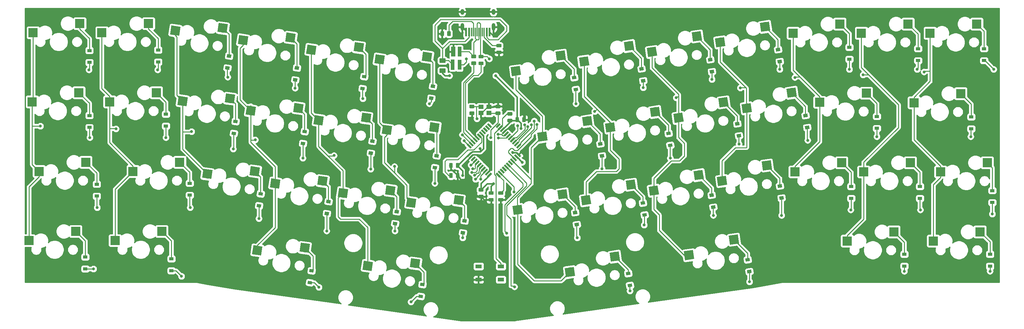
<source format=gbr>
G04 #@! TF.GenerationSoftware,KiCad,Pcbnew,(5.1.4-0-10_14)*
G04 #@! TF.CreationDate,2020-04-19T23:22:28-05:00*
G04 #@! TF.ProjectId,minister,6d696e69-7374-4657-922e-6b696361645f,rev?*
G04 #@! TF.SameCoordinates,Original*
G04 #@! TF.FileFunction,Copper,L2,Bot*
G04 #@! TF.FilePolarity,Positive*
%FSLAX46Y46*%
G04 Gerber Fmt 4.6, Leading zero omitted, Abs format (unit mm)*
G04 Created by KiCad (PCBNEW (5.1.4-0-10_14)) date 2020-04-19 23:22:28*
%MOMM*%
%LPD*%
G04 APERTURE LIST*
%ADD10R,0.600000X2.450000*%
%ADD11R,0.300000X2.450000*%
%ADD12O,1.000000X2.100000*%
%ADD13O,1.000000X1.600000*%
%ADD14C,0.100000*%
%ADD15C,0.975000*%
%ADD16C,1.250000*%
%ADD17C,1.000000*%
%ADD18R,1.000000X2.800000*%
%ADD19R,1.200000X2.800000*%
%ADD20C,0.550000*%
%ADD21C,2.500000*%
%ADD22R,2.550000X2.500000*%
%ADD23R,1.800000X1.100000*%
%ADD24R,1.400000X1.200000*%
%ADD25R,1.200000X0.900000*%
%ADD26C,0.900000*%
%ADD27C,0.800000*%
%ADD28C,0.381000*%
%ADD29C,0.254000*%
%ADD30C,0.250000*%
G04 APERTURE END LIST*
D10*
X143052000Y-73854000D03*
X136602000Y-73854000D03*
X142277000Y-73854000D03*
X137377000Y-73854000D03*
D11*
X138077000Y-73854000D03*
X141577000Y-73854000D03*
X138577000Y-73854000D03*
X141077000Y-73854000D03*
X139077000Y-73854000D03*
X140577000Y-73854000D03*
X140077000Y-73854000D03*
X139577000Y-73854000D03*
D12*
X135507000Y-72439000D03*
X144147000Y-72439000D03*
D13*
X135507000Y-68259000D03*
X144147000Y-68259000D03*
D14*
G36*
X146149142Y-79015674D02*
G01*
X146172803Y-79019184D01*
X146196007Y-79024996D01*
X146218529Y-79033054D01*
X146240153Y-79043282D01*
X146260670Y-79055579D01*
X146279883Y-79069829D01*
X146297607Y-79085893D01*
X146313671Y-79103617D01*
X146327921Y-79122830D01*
X146340218Y-79143347D01*
X146350446Y-79164971D01*
X146358504Y-79187493D01*
X146364316Y-79210697D01*
X146367826Y-79234358D01*
X146369000Y-79258250D01*
X146369000Y-79745750D01*
X146367826Y-79769642D01*
X146364316Y-79793303D01*
X146358504Y-79816507D01*
X146350446Y-79839029D01*
X146340218Y-79860653D01*
X146327921Y-79881170D01*
X146313671Y-79900383D01*
X146297607Y-79918107D01*
X146279883Y-79934171D01*
X146260670Y-79948421D01*
X146240153Y-79960718D01*
X146218529Y-79970946D01*
X146196007Y-79979004D01*
X146172803Y-79984816D01*
X146149142Y-79988326D01*
X146125250Y-79989500D01*
X145212750Y-79989500D01*
X145188858Y-79988326D01*
X145165197Y-79984816D01*
X145141993Y-79979004D01*
X145119471Y-79970946D01*
X145097847Y-79960718D01*
X145077330Y-79948421D01*
X145058117Y-79934171D01*
X145040393Y-79918107D01*
X145024329Y-79900383D01*
X145010079Y-79881170D01*
X144997782Y-79860653D01*
X144987554Y-79839029D01*
X144979496Y-79816507D01*
X144973684Y-79793303D01*
X144970174Y-79769642D01*
X144969000Y-79745750D01*
X144969000Y-79258250D01*
X144970174Y-79234358D01*
X144973684Y-79210697D01*
X144979496Y-79187493D01*
X144987554Y-79164971D01*
X144997782Y-79143347D01*
X145010079Y-79122830D01*
X145024329Y-79103617D01*
X145040393Y-79085893D01*
X145058117Y-79069829D01*
X145077330Y-79055579D01*
X145097847Y-79043282D01*
X145119471Y-79033054D01*
X145141993Y-79024996D01*
X145165197Y-79019184D01*
X145188858Y-79015674D01*
X145212750Y-79014500D01*
X146125250Y-79014500D01*
X146149142Y-79015674D01*
X146149142Y-79015674D01*
G37*
D15*
X145669000Y-79502000D03*
D14*
G36*
X146149142Y-77140674D02*
G01*
X146172803Y-77144184D01*
X146196007Y-77149996D01*
X146218529Y-77158054D01*
X146240153Y-77168282D01*
X146260670Y-77180579D01*
X146279883Y-77194829D01*
X146297607Y-77210893D01*
X146313671Y-77228617D01*
X146327921Y-77247830D01*
X146340218Y-77268347D01*
X146350446Y-77289971D01*
X146358504Y-77312493D01*
X146364316Y-77335697D01*
X146367826Y-77359358D01*
X146369000Y-77383250D01*
X146369000Y-77870750D01*
X146367826Y-77894642D01*
X146364316Y-77918303D01*
X146358504Y-77941507D01*
X146350446Y-77964029D01*
X146340218Y-77985653D01*
X146327921Y-78006170D01*
X146313671Y-78025383D01*
X146297607Y-78043107D01*
X146279883Y-78059171D01*
X146260670Y-78073421D01*
X146240153Y-78085718D01*
X146218529Y-78095946D01*
X146196007Y-78104004D01*
X146172803Y-78109816D01*
X146149142Y-78113326D01*
X146125250Y-78114500D01*
X145212750Y-78114500D01*
X145188858Y-78113326D01*
X145165197Y-78109816D01*
X145141993Y-78104004D01*
X145119471Y-78095946D01*
X145097847Y-78085718D01*
X145077330Y-78073421D01*
X145058117Y-78059171D01*
X145040393Y-78043107D01*
X145024329Y-78025383D01*
X145010079Y-78006170D01*
X144997782Y-77985653D01*
X144987554Y-77964029D01*
X144979496Y-77941507D01*
X144973684Y-77918303D01*
X144970174Y-77894642D01*
X144969000Y-77870750D01*
X144969000Y-77383250D01*
X144970174Y-77359358D01*
X144973684Y-77335697D01*
X144979496Y-77312493D01*
X144987554Y-77289971D01*
X144997782Y-77268347D01*
X145010079Y-77247830D01*
X145024329Y-77228617D01*
X145040393Y-77210893D01*
X145058117Y-77194829D01*
X145077330Y-77180579D01*
X145097847Y-77168282D01*
X145119471Y-77158054D01*
X145141993Y-77149996D01*
X145165197Y-77144184D01*
X145188858Y-77140674D01*
X145212750Y-77139500D01*
X146125250Y-77139500D01*
X146149142Y-77140674D01*
X146149142Y-77140674D01*
G37*
D15*
X145669000Y-77627000D03*
D14*
G36*
X141196142Y-80188674D02*
G01*
X141219803Y-80192184D01*
X141243007Y-80197996D01*
X141265529Y-80206054D01*
X141287153Y-80216282D01*
X141307670Y-80228579D01*
X141326883Y-80242829D01*
X141344607Y-80258893D01*
X141360671Y-80276617D01*
X141374921Y-80295830D01*
X141387218Y-80316347D01*
X141397446Y-80337971D01*
X141405504Y-80360493D01*
X141411316Y-80383697D01*
X141414826Y-80407358D01*
X141416000Y-80431250D01*
X141416000Y-80918750D01*
X141414826Y-80942642D01*
X141411316Y-80966303D01*
X141405504Y-80989507D01*
X141397446Y-81012029D01*
X141387218Y-81033653D01*
X141374921Y-81054170D01*
X141360671Y-81073383D01*
X141344607Y-81091107D01*
X141326883Y-81107171D01*
X141307670Y-81121421D01*
X141287153Y-81133718D01*
X141265529Y-81143946D01*
X141243007Y-81152004D01*
X141219803Y-81157816D01*
X141196142Y-81161326D01*
X141172250Y-81162500D01*
X140259750Y-81162500D01*
X140235858Y-81161326D01*
X140212197Y-81157816D01*
X140188993Y-81152004D01*
X140166471Y-81143946D01*
X140144847Y-81133718D01*
X140124330Y-81121421D01*
X140105117Y-81107171D01*
X140087393Y-81091107D01*
X140071329Y-81073383D01*
X140057079Y-81054170D01*
X140044782Y-81033653D01*
X140034554Y-81012029D01*
X140026496Y-80989507D01*
X140020684Y-80966303D01*
X140017174Y-80942642D01*
X140016000Y-80918750D01*
X140016000Y-80431250D01*
X140017174Y-80407358D01*
X140020684Y-80383697D01*
X140026496Y-80360493D01*
X140034554Y-80337971D01*
X140044782Y-80316347D01*
X140057079Y-80295830D01*
X140071329Y-80276617D01*
X140087393Y-80258893D01*
X140105117Y-80242829D01*
X140124330Y-80228579D01*
X140144847Y-80216282D01*
X140166471Y-80206054D01*
X140188993Y-80197996D01*
X140212197Y-80192184D01*
X140235858Y-80188674D01*
X140259750Y-80187500D01*
X141172250Y-80187500D01*
X141196142Y-80188674D01*
X141196142Y-80188674D01*
G37*
D15*
X140716000Y-80675000D03*
D14*
G36*
X141196142Y-82063674D02*
G01*
X141219803Y-82067184D01*
X141243007Y-82072996D01*
X141265529Y-82081054D01*
X141287153Y-82091282D01*
X141307670Y-82103579D01*
X141326883Y-82117829D01*
X141344607Y-82133893D01*
X141360671Y-82151617D01*
X141374921Y-82170830D01*
X141387218Y-82191347D01*
X141397446Y-82212971D01*
X141405504Y-82235493D01*
X141411316Y-82258697D01*
X141414826Y-82282358D01*
X141416000Y-82306250D01*
X141416000Y-82793750D01*
X141414826Y-82817642D01*
X141411316Y-82841303D01*
X141405504Y-82864507D01*
X141397446Y-82887029D01*
X141387218Y-82908653D01*
X141374921Y-82929170D01*
X141360671Y-82948383D01*
X141344607Y-82966107D01*
X141326883Y-82982171D01*
X141307670Y-82996421D01*
X141287153Y-83008718D01*
X141265529Y-83018946D01*
X141243007Y-83027004D01*
X141219803Y-83032816D01*
X141196142Y-83036326D01*
X141172250Y-83037500D01*
X140259750Y-83037500D01*
X140235858Y-83036326D01*
X140212197Y-83032816D01*
X140188993Y-83027004D01*
X140166471Y-83018946D01*
X140144847Y-83008718D01*
X140124330Y-82996421D01*
X140105117Y-82982171D01*
X140087393Y-82966107D01*
X140071329Y-82948383D01*
X140057079Y-82929170D01*
X140044782Y-82908653D01*
X140034554Y-82887029D01*
X140026496Y-82864507D01*
X140020684Y-82841303D01*
X140017174Y-82817642D01*
X140016000Y-82793750D01*
X140016000Y-82306250D01*
X140017174Y-82282358D01*
X140020684Y-82258697D01*
X140026496Y-82235493D01*
X140034554Y-82212971D01*
X140044782Y-82191347D01*
X140057079Y-82170830D01*
X140071329Y-82151617D01*
X140087393Y-82133893D01*
X140105117Y-82117829D01*
X140124330Y-82103579D01*
X140144847Y-82091282D01*
X140166471Y-82081054D01*
X140188993Y-82072996D01*
X140212197Y-82067184D01*
X140235858Y-82063674D01*
X140259750Y-82062500D01*
X141172250Y-82062500D01*
X141196142Y-82063674D01*
X141196142Y-82063674D01*
G37*
D15*
X140716000Y-82550000D03*
D14*
G36*
X139164142Y-80158674D02*
G01*
X139187803Y-80162184D01*
X139211007Y-80167996D01*
X139233529Y-80176054D01*
X139255153Y-80186282D01*
X139275670Y-80198579D01*
X139294883Y-80212829D01*
X139312607Y-80228893D01*
X139328671Y-80246617D01*
X139342921Y-80265830D01*
X139355218Y-80286347D01*
X139365446Y-80307971D01*
X139373504Y-80330493D01*
X139379316Y-80353697D01*
X139382826Y-80377358D01*
X139384000Y-80401250D01*
X139384000Y-80888750D01*
X139382826Y-80912642D01*
X139379316Y-80936303D01*
X139373504Y-80959507D01*
X139365446Y-80982029D01*
X139355218Y-81003653D01*
X139342921Y-81024170D01*
X139328671Y-81043383D01*
X139312607Y-81061107D01*
X139294883Y-81077171D01*
X139275670Y-81091421D01*
X139255153Y-81103718D01*
X139233529Y-81113946D01*
X139211007Y-81122004D01*
X139187803Y-81127816D01*
X139164142Y-81131326D01*
X139140250Y-81132500D01*
X138227750Y-81132500D01*
X138203858Y-81131326D01*
X138180197Y-81127816D01*
X138156993Y-81122004D01*
X138134471Y-81113946D01*
X138112847Y-81103718D01*
X138092330Y-81091421D01*
X138073117Y-81077171D01*
X138055393Y-81061107D01*
X138039329Y-81043383D01*
X138025079Y-81024170D01*
X138012782Y-81003653D01*
X138002554Y-80982029D01*
X137994496Y-80959507D01*
X137988684Y-80936303D01*
X137985174Y-80912642D01*
X137984000Y-80888750D01*
X137984000Y-80401250D01*
X137985174Y-80377358D01*
X137988684Y-80353697D01*
X137994496Y-80330493D01*
X138002554Y-80307971D01*
X138012782Y-80286347D01*
X138025079Y-80265830D01*
X138039329Y-80246617D01*
X138055393Y-80228893D01*
X138073117Y-80212829D01*
X138092330Y-80198579D01*
X138112847Y-80186282D01*
X138134471Y-80176054D01*
X138156993Y-80167996D01*
X138180197Y-80162184D01*
X138203858Y-80158674D01*
X138227750Y-80157500D01*
X139140250Y-80157500D01*
X139164142Y-80158674D01*
X139164142Y-80158674D01*
G37*
D15*
X138684000Y-80645000D03*
D14*
G36*
X139164142Y-82033674D02*
G01*
X139187803Y-82037184D01*
X139211007Y-82042996D01*
X139233529Y-82051054D01*
X139255153Y-82061282D01*
X139275670Y-82073579D01*
X139294883Y-82087829D01*
X139312607Y-82103893D01*
X139328671Y-82121617D01*
X139342921Y-82140830D01*
X139355218Y-82161347D01*
X139365446Y-82182971D01*
X139373504Y-82205493D01*
X139379316Y-82228697D01*
X139382826Y-82252358D01*
X139384000Y-82276250D01*
X139384000Y-82763750D01*
X139382826Y-82787642D01*
X139379316Y-82811303D01*
X139373504Y-82834507D01*
X139365446Y-82857029D01*
X139355218Y-82878653D01*
X139342921Y-82899170D01*
X139328671Y-82918383D01*
X139312607Y-82936107D01*
X139294883Y-82952171D01*
X139275670Y-82966421D01*
X139255153Y-82978718D01*
X139233529Y-82988946D01*
X139211007Y-82997004D01*
X139187803Y-83002816D01*
X139164142Y-83006326D01*
X139140250Y-83007500D01*
X138227750Y-83007500D01*
X138203858Y-83006326D01*
X138180197Y-83002816D01*
X138156993Y-82997004D01*
X138134471Y-82988946D01*
X138112847Y-82978718D01*
X138092330Y-82966421D01*
X138073117Y-82952171D01*
X138055393Y-82936107D01*
X138039329Y-82918383D01*
X138025079Y-82899170D01*
X138012782Y-82878653D01*
X138002554Y-82857029D01*
X137994496Y-82834507D01*
X137988684Y-82811303D01*
X137985174Y-82787642D01*
X137984000Y-82763750D01*
X137984000Y-82276250D01*
X137985174Y-82252358D01*
X137988684Y-82228697D01*
X137994496Y-82205493D01*
X138002554Y-82182971D01*
X138012782Y-82161347D01*
X138025079Y-82140830D01*
X138039329Y-82121617D01*
X138055393Y-82103893D01*
X138073117Y-82087829D01*
X138092330Y-82073579D01*
X138112847Y-82061282D01*
X138134471Y-82051054D01*
X138156993Y-82042996D01*
X138180197Y-82037184D01*
X138203858Y-82033674D01*
X138227750Y-82032500D01*
X139140250Y-82032500D01*
X139164142Y-82033674D01*
X139164142Y-82033674D01*
G37*
D15*
X138684000Y-82520000D03*
D14*
G36*
X132093642Y-73596174D02*
G01*
X132117303Y-73599684D01*
X132140507Y-73605496D01*
X132163029Y-73613554D01*
X132184653Y-73623782D01*
X132205170Y-73636079D01*
X132224383Y-73650329D01*
X132242107Y-73666393D01*
X132258171Y-73684117D01*
X132272421Y-73703330D01*
X132284718Y-73723847D01*
X132294946Y-73745471D01*
X132303004Y-73767993D01*
X132308816Y-73791197D01*
X132312326Y-73814858D01*
X132313500Y-73838750D01*
X132313500Y-74751250D01*
X132312326Y-74775142D01*
X132308816Y-74798803D01*
X132303004Y-74822007D01*
X132294946Y-74844529D01*
X132284718Y-74866153D01*
X132272421Y-74886670D01*
X132258171Y-74905883D01*
X132242107Y-74923607D01*
X132224383Y-74939671D01*
X132205170Y-74953921D01*
X132184653Y-74966218D01*
X132163029Y-74976446D01*
X132140507Y-74984504D01*
X132117303Y-74990316D01*
X132093642Y-74993826D01*
X132069750Y-74995000D01*
X131582250Y-74995000D01*
X131558358Y-74993826D01*
X131534697Y-74990316D01*
X131511493Y-74984504D01*
X131488971Y-74976446D01*
X131467347Y-74966218D01*
X131446830Y-74953921D01*
X131427617Y-74939671D01*
X131409893Y-74923607D01*
X131393829Y-74905883D01*
X131379579Y-74886670D01*
X131367282Y-74866153D01*
X131357054Y-74844529D01*
X131348996Y-74822007D01*
X131343184Y-74798803D01*
X131339674Y-74775142D01*
X131338500Y-74751250D01*
X131338500Y-73838750D01*
X131339674Y-73814858D01*
X131343184Y-73791197D01*
X131348996Y-73767993D01*
X131357054Y-73745471D01*
X131367282Y-73723847D01*
X131379579Y-73703330D01*
X131393829Y-73684117D01*
X131409893Y-73666393D01*
X131427617Y-73650329D01*
X131446830Y-73636079D01*
X131467347Y-73623782D01*
X131488971Y-73613554D01*
X131511493Y-73605496D01*
X131534697Y-73599684D01*
X131558358Y-73596174D01*
X131582250Y-73595000D01*
X132069750Y-73595000D01*
X132093642Y-73596174D01*
X132093642Y-73596174D01*
G37*
D15*
X131826000Y-74295000D03*
D14*
G36*
X130218642Y-73596174D02*
G01*
X130242303Y-73599684D01*
X130265507Y-73605496D01*
X130288029Y-73613554D01*
X130309653Y-73623782D01*
X130330170Y-73636079D01*
X130349383Y-73650329D01*
X130367107Y-73666393D01*
X130383171Y-73684117D01*
X130397421Y-73703330D01*
X130409718Y-73723847D01*
X130419946Y-73745471D01*
X130428004Y-73767993D01*
X130433816Y-73791197D01*
X130437326Y-73814858D01*
X130438500Y-73838750D01*
X130438500Y-74751250D01*
X130437326Y-74775142D01*
X130433816Y-74798803D01*
X130428004Y-74822007D01*
X130419946Y-74844529D01*
X130409718Y-74866153D01*
X130397421Y-74886670D01*
X130383171Y-74905883D01*
X130367107Y-74923607D01*
X130349383Y-74939671D01*
X130330170Y-74953921D01*
X130309653Y-74966218D01*
X130288029Y-74976446D01*
X130265507Y-74984504D01*
X130242303Y-74990316D01*
X130218642Y-74993826D01*
X130194750Y-74995000D01*
X129707250Y-74995000D01*
X129683358Y-74993826D01*
X129659697Y-74990316D01*
X129636493Y-74984504D01*
X129613971Y-74976446D01*
X129592347Y-74966218D01*
X129571830Y-74953921D01*
X129552617Y-74939671D01*
X129534893Y-74923607D01*
X129518829Y-74905883D01*
X129504579Y-74886670D01*
X129492282Y-74866153D01*
X129482054Y-74844529D01*
X129473996Y-74822007D01*
X129468184Y-74798803D01*
X129464674Y-74775142D01*
X129463500Y-74751250D01*
X129463500Y-73838750D01*
X129464674Y-73814858D01*
X129468184Y-73791197D01*
X129473996Y-73767993D01*
X129482054Y-73745471D01*
X129492282Y-73723847D01*
X129504579Y-73703330D01*
X129518829Y-73684117D01*
X129534893Y-73666393D01*
X129552617Y-73650329D01*
X129571830Y-73636079D01*
X129592347Y-73623782D01*
X129613971Y-73613554D01*
X129636493Y-73605496D01*
X129659697Y-73599684D01*
X129683358Y-73596174D01*
X129707250Y-73595000D01*
X130194750Y-73595000D01*
X130218642Y-73596174D01*
X130218642Y-73596174D01*
G37*
D15*
X129951000Y-74295000D03*
D14*
G36*
X130697504Y-81158204D02*
G01*
X130721773Y-81161804D01*
X130745571Y-81167765D01*
X130768671Y-81176030D01*
X130790849Y-81186520D01*
X130811893Y-81199133D01*
X130831598Y-81213747D01*
X130849777Y-81230223D01*
X130866253Y-81248402D01*
X130880867Y-81268107D01*
X130893480Y-81289151D01*
X130903970Y-81311329D01*
X130912235Y-81334429D01*
X130918196Y-81358227D01*
X130921796Y-81382496D01*
X130923000Y-81407000D01*
X130923000Y-82157000D01*
X130921796Y-82181504D01*
X130918196Y-82205773D01*
X130912235Y-82229571D01*
X130903970Y-82252671D01*
X130893480Y-82274849D01*
X130880867Y-82295893D01*
X130866253Y-82315598D01*
X130849777Y-82333777D01*
X130831598Y-82350253D01*
X130811893Y-82364867D01*
X130790849Y-82377480D01*
X130768671Y-82387970D01*
X130745571Y-82396235D01*
X130721773Y-82402196D01*
X130697504Y-82405796D01*
X130673000Y-82407000D01*
X129423000Y-82407000D01*
X129398496Y-82405796D01*
X129374227Y-82402196D01*
X129350429Y-82396235D01*
X129327329Y-82387970D01*
X129305151Y-82377480D01*
X129284107Y-82364867D01*
X129264402Y-82350253D01*
X129246223Y-82333777D01*
X129229747Y-82315598D01*
X129215133Y-82295893D01*
X129202520Y-82274849D01*
X129192030Y-82252671D01*
X129183765Y-82229571D01*
X129177804Y-82205773D01*
X129174204Y-82181504D01*
X129173000Y-82157000D01*
X129173000Y-81407000D01*
X129174204Y-81382496D01*
X129177804Y-81358227D01*
X129183765Y-81334429D01*
X129192030Y-81311329D01*
X129202520Y-81289151D01*
X129215133Y-81268107D01*
X129229747Y-81248402D01*
X129246223Y-81230223D01*
X129264402Y-81213747D01*
X129284107Y-81199133D01*
X129305151Y-81186520D01*
X129327329Y-81176030D01*
X129350429Y-81167765D01*
X129374227Y-81161804D01*
X129398496Y-81158204D01*
X129423000Y-81157000D01*
X130673000Y-81157000D01*
X130697504Y-81158204D01*
X130697504Y-81158204D01*
G37*
D16*
X130048000Y-81782000D03*
D14*
G36*
X130697504Y-83958204D02*
G01*
X130721773Y-83961804D01*
X130745571Y-83967765D01*
X130768671Y-83976030D01*
X130790849Y-83986520D01*
X130811893Y-83999133D01*
X130831598Y-84013747D01*
X130849777Y-84030223D01*
X130866253Y-84048402D01*
X130880867Y-84068107D01*
X130893480Y-84089151D01*
X130903970Y-84111329D01*
X130912235Y-84134429D01*
X130918196Y-84158227D01*
X130921796Y-84182496D01*
X130923000Y-84207000D01*
X130923000Y-84957000D01*
X130921796Y-84981504D01*
X130918196Y-85005773D01*
X130912235Y-85029571D01*
X130903970Y-85052671D01*
X130893480Y-85074849D01*
X130880867Y-85095893D01*
X130866253Y-85115598D01*
X130849777Y-85133777D01*
X130831598Y-85150253D01*
X130811893Y-85164867D01*
X130790849Y-85177480D01*
X130768671Y-85187970D01*
X130745571Y-85196235D01*
X130721773Y-85202196D01*
X130697504Y-85205796D01*
X130673000Y-85207000D01*
X129423000Y-85207000D01*
X129398496Y-85205796D01*
X129374227Y-85202196D01*
X129350429Y-85196235D01*
X129327329Y-85187970D01*
X129305151Y-85177480D01*
X129284107Y-85164867D01*
X129264402Y-85150253D01*
X129246223Y-85133777D01*
X129229747Y-85115598D01*
X129215133Y-85095893D01*
X129202520Y-85074849D01*
X129192030Y-85052671D01*
X129183765Y-85029571D01*
X129177804Y-85005773D01*
X129174204Y-84981504D01*
X129173000Y-84957000D01*
X129173000Y-84207000D01*
X129174204Y-84182496D01*
X129177804Y-84158227D01*
X129183765Y-84134429D01*
X129192030Y-84111329D01*
X129202520Y-84089151D01*
X129215133Y-84068107D01*
X129229747Y-84048402D01*
X129246223Y-84030223D01*
X129264402Y-84013747D01*
X129284107Y-83999133D01*
X129305151Y-83986520D01*
X129327329Y-83976030D01*
X129350429Y-83967765D01*
X129374227Y-83961804D01*
X129398496Y-83958204D01*
X129423000Y-83957000D01*
X130673000Y-83957000D01*
X130697504Y-83958204D01*
X130697504Y-83958204D01*
G37*
D16*
X130048000Y-84582000D03*
D17*
X132847000Y-82931000D03*
D14*
G36*
X132347000Y-84331000D02*
G01*
X132347000Y-81531000D01*
X133347000Y-81531000D01*
X133347000Y-84331000D01*
X132347000Y-84331000D01*
X132347000Y-84331000D01*
G37*
D18*
X134747000Y-82931000D03*
X134747000Y-79331000D03*
D19*
X133027000Y-79331000D03*
D20*
X137413064Y-107882082D03*
D14*
G36*
X137748940Y-107157298D02*
G01*
X138137848Y-107546206D01*
X137077188Y-108606866D01*
X136688280Y-108217958D01*
X137748940Y-107157298D01*
X137748940Y-107157298D01*
G37*
D20*
X137978750Y-108447767D03*
D14*
G36*
X138314626Y-107722983D02*
G01*
X138703534Y-108111891D01*
X137642874Y-109172551D01*
X137253966Y-108783643D01*
X138314626Y-107722983D01*
X138314626Y-107722983D01*
G37*
D20*
X138544435Y-109013452D03*
D14*
G36*
X138880311Y-108288668D02*
G01*
X139269219Y-108677576D01*
X138208559Y-109738236D01*
X137819651Y-109349328D01*
X138880311Y-108288668D01*
X138880311Y-108288668D01*
G37*
D20*
X139110120Y-109579138D03*
D14*
G36*
X139445996Y-108854354D02*
G01*
X139834904Y-109243262D01*
X138774244Y-110303922D01*
X138385336Y-109915014D01*
X139445996Y-108854354D01*
X139445996Y-108854354D01*
G37*
D20*
X139675806Y-110144823D03*
D14*
G36*
X140011682Y-109420039D02*
G01*
X140400590Y-109808947D01*
X139339930Y-110869607D01*
X138951022Y-110480699D01*
X140011682Y-109420039D01*
X140011682Y-109420039D01*
G37*
D20*
X140241491Y-110710509D03*
D14*
G36*
X140577367Y-109985725D02*
G01*
X140966275Y-110374633D01*
X139905615Y-111435293D01*
X139516707Y-111046385D01*
X140577367Y-109985725D01*
X140577367Y-109985725D01*
G37*
D20*
X140807177Y-111276194D03*
D14*
G36*
X141143053Y-110551410D02*
G01*
X141531961Y-110940318D01*
X140471301Y-112000978D01*
X140082393Y-111612070D01*
X141143053Y-110551410D01*
X141143053Y-110551410D01*
G37*
D20*
X141372862Y-111841880D03*
D14*
G36*
X141708738Y-111117096D02*
G01*
X142097646Y-111506004D01*
X141036986Y-112566664D01*
X140648078Y-112177756D01*
X141708738Y-111117096D01*
X141708738Y-111117096D01*
G37*
D20*
X141938548Y-112407565D03*
D14*
G36*
X142274424Y-111682781D02*
G01*
X142663332Y-112071689D01*
X141602672Y-113132349D01*
X141213764Y-112743441D01*
X142274424Y-111682781D01*
X142274424Y-111682781D01*
G37*
D20*
X142504233Y-112973250D03*
D14*
G36*
X142840109Y-112248466D02*
G01*
X143229017Y-112637374D01*
X142168357Y-113698034D01*
X141779449Y-113309126D01*
X142840109Y-112248466D01*
X142840109Y-112248466D01*
G37*
D20*
X143069918Y-113538936D03*
D14*
G36*
X143405794Y-112814152D02*
G01*
X143794702Y-113203060D01*
X142734042Y-114263720D01*
X142345134Y-113874812D01*
X143405794Y-112814152D01*
X143405794Y-112814152D01*
G37*
D20*
X145474082Y-113538936D03*
D14*
G36*
X144749298Y-113203060D02*
G01*
X145138206Y-112814152D01*
X146198866Y-113874812D01*
X145809958Y-114263720D01*
X144749298Y-113203060D01*
X144749298Y-113203060D01*
G37*
D20*
X146039767Y-112973250D03*
D14*
G36*
X145314983Y-112637374D02*
G01*
X145703891Y-112248466D01*
X146764551Y-113309126D01*
X146375643Y-113698034D01*
X145314983Y-112637374D01*
X145314983Y-112637374D01*
G37*
D20*
X146605452Y-112407565D03*
D14*
G36*
X145880668Y-112071689D02*
G01*
X146269576Y-111682781D01*
X147330236Y-112743441D01*
X146941328Y-113132349D01*
X145880668Y-112071689D01*
X145880668Y-112071689D01*
G37*
D20*
X147171138Y-111841880D03*
D14*
G36*
X146446354Y-111506004D02*
G01*
X146835262Y-111117096D01*
X147895922Y-112177756D01*
X147507014Y-112566664D01*
X146446354Y-111506004D01*
X146446354Y-111506004D01*
G37*
D20*
X147736823Y-111276194D03*
D14*
G36*
X147012039Y-110940318D02*
G01*
X147400947Y-110551410D01*
X148461607Y-111612070D01*
X148072699Y-112000978D01*
X147012039Y-110940318D01*
X147012039Y-110940318D01*
G37*
D20*
X148302509Y-110710509D03*
D14*
G36*
X147577725Y-110374633D02*
G01*
X147966633Y-109985725D01*
X149027293Y-111046385D01*
X148638385Y-111435293D01*
X147577725Y-110374633D01*
X147577725Y-110374633D01*
G37*
D20*
X148868194Y-110144823D03*
D14*
G36*
X148143410Y-109808947D02*
G01*
X148532318Y-109420039D01*
X149592978Y-110480699D01*
X149204070Y-110869607D01*
X148143410Y-109808947D01*
X148143410Y-109808947D01*
G37*
D20*
X149433880Y-109579138D03*
D14*
G36*
X148709096Y-109243262D02*
G01*
X149098004Y-108854354D01*
X150158664Y-109915014D01*
X149769756Y-110303922D01*
X148709096Y-109243262D01*
X148709096Y-109243262D01*
G37*
D20*
X149999565Y-109013452D03*
D14*
G36*
X149274781Y-108677576D02*
G01*
X149663689Y-108288668D01*
X150724349Y-109349328D01*
X150335441Y-109738236D01*
X149274781Y-108677576D01*
X149274781Y-108677576D01*
G37*
D20*
X150565250Y-108447767D03*
D14*
G36*
X149840466Y-108111891D02*
G01*
X150229374Y-107722983D01*
X151290034Y-108783643D01*
X150901126Y-109172551D01*
X149840466Y-108111891D01*
X149840466Y-108111891D01*
G37*
D20*
X151130936Y-107882082D03*
D14*
G36*
X150406152Y-107546206D02*
G01*
X150795060Y-107157298D01*
X151855720Y-108217958D01*
X151466812Y-108606866D01*
X150406152Y-107546206D01*
X150406152Y-107546206D01*
G37*
D20*
X151130936Y-105477918D03*
D14*
G36*
X151466812Y-104753134D02*
G01*
X151855720Y-105142042D01*
X150795060Y-106202702D01*
X150406152Y-105813794D01*
X151466812Y-104753134D01*
X151466812Y-104753134D01*
G37*
D20*
X150565250Y-104912233D03*
D14*
G36*
X150901126Y-104187449D02*
G01*
X151290034Y-104576357D01*
X150229374Y-105637017D01*
X149840466Y-105248109D01*
X150901126Y-104187449D01*
X150901126Y-104187449D01*
G37*
D20*
X149999565Y-104346548D03*
D14*
G36*
X150335441Y-103621764D02*
G01*
X150724349Y-104010672D01*
X149663689Y-105071332D01*
X149274781Y-104682424D01*
X150335441Y-103621764D01*
X150335441Y-103621764D01*
G37*
D20*
X149433880Y-103780862D03*
D14*
G36*
X149769756Y-103056078D02*
G01*
X150158664Y-103444986D01*
X149098004Y-104505646D01*
X148709096Y-104116738D01*
X149769756Y-103056078D01*
X149769756Y-103056078D01*
G37*
D20*
X148868194Y-103215177D03*
D14*
G36*
X149204070Y-102490393D02*
G01*
X149592978Y-102879301D01*
X148532318Y-103939961D01*
X148143410Y-103551053D01*
X149204070Y-102490393D01*
X149204070Y-102490393D01*
G37*
D20*
X148302509Y-102649491D03*
D14*
G36*
X148638385Y-101924707D02*
G01*
X149027293Y-102313615D01*
X147966633Y-103374275D01*
X147577725Y-102985367D01*
X148638385Y-101924707D01*
X148638385Y-101924707D01*
G37*
D20*
X147736823Y-102083806D03*
D14*
G36*
X148072699Y-101359022D02*
G01*
X148461607Y-101747930D01*
X147400947Y-102808590D01*
X147012039Y-102419682D01*
X148072699Y-101359022D01*
X148072699Y-101359022D01*
G37*
D20*
X147171138Y-101518120D03*
D14*
G36*
X147507014Y-100793336D02*
G01*
X147895922Y-101182244D01*
X146835262Y-102242904D01*
X146446354Y-101853996D01*
X147507014Y-100793336D01*
X147507014Y-100793336D01*
G37*
D20*
X146605452Y-100952435D03*
D14*
G36*
X146941328Y-100227651D02*
G01*
X147330236Y-100616559D01*
X146269576Y-101677219D01*
X145880668Y-101288311D01*
X146941328Y-100227651D01*
X146941328Y-100227651D01*
G37*
D20*
X146039767Y-100386750D03*
D14*
G36*
X146375643Y-99661966D02*
G01*
X146764551Y-100050874D01*
X145703891Y-101111534D01*
X145314983Y-100722626D01*
X146375643Y-99661966D01*
X146375643Y-99661966D01*
G37*
D20*
X145474082Y-99821064D03*
D14*
G36*
X145809958Y-99096280D02*
G01*
X146198866Y-99485188D01*
X145138206Y-100545848D01*
X144749298Y-100156940D01*
X145809958Y-99096280D01*
X145809958Y-99096280D01*
G37*
D20*
X143069918Y-99821064D03*
D14*
G36*
X142345134Y-99485188D02*
G01*
X142734042Y-99096280D01*
X143794702Y-100156940D01*
X143405794Y-100545848D01*
X142345134Y-99485188D01*
X142345134Y-99485188D01*
G37*
D20*
X142504233Y-100386750D03*
D14*
G36*
X141779449Y-100050874D02*
G01*
X142168357Y-99661966D01*
X143229017Y-100722626D01*
X142840109Y-101111534D01*
X141779449Y-100050874D01*
X141779449Y-100050874D01*
G37*
D20*
X141938548Y-100952435D03*
D14*
G36*
X141213764Y-100616559D02*
G01*
X141602672Y-100227651D01*
X142663332Y-101288311D01*
X142274424Y-101677219D01*
X141213764Y-100616559D01*
X141213764Y-100616559D01*
G37*
D20*
X141372862Y-101518120D03*
D14*
G36*
X140648078Y-101182244D02*
G01*
X141036986Y-100793336D01*
X142097646Y-101853996D01*
X141708738Y-102242904D01*
X140648078Y-101182244D01*
X140648078Y-101182244D01*
G37*
D20*
X140807177Y-102083806D03*
D14*
G36*
X140082393Y-101747930D02*
G01*
X140471301Y-101359022D01*
X141531961Y-102419682D01*
X141143053Y-102808590D01*
X140082393Y-101747930D01*
X140082393Y-101747930D01*
G37*
D20*
X140241491Y-102649491D03*
D14*
G36*
X139516707Y-102313615D02*
G01*
X139905615Y-101924707D01*
X140966275Y-102985367D01*
X140577367Y-103374275D01*
X139516707Y-102313615D01*
X139516707Y-102313615D01*
G37*
D20*
X139675806Y-103215177D03*
D14*
G36*
X138951022Y-102879301D02*
G01*
X139339930Y-102490393D01*
X140400590Y-103551053D01*
X140011682Y-103939961D01*
X138951022Y-102879301D01*
X138951022Y-102879301D01*
G37*
D20*
X139110120Y-103780862D03*
D14*
G36*
X138385336Y-103444986D02*
G01*
X138774244Y-103056078D01*
X139834904Y-104116738D01*
X139445996Y-104505646D01*
X138385336Y-103444986D01*
X138385336Y-103444986D01*
G37*
D20*
X138544435Y-104346548D03*
D14*
G36*
X137819651Y-104010672D02*
G01*
X138208559Y-103621764D01*
X139269219Y-104682424D01*
X138880311Y-105071332D01*
X137819651Y-104010672D01*
X137819651Y-104010672D01*
G37*
D20*
X137978750Y-104912233D03*
D14*
G36*
X137253966Y-104576357D02*
G01*
X137642874Y-104187449D01*
X138703534Y-105248109D01*
X138314626Y-105637017D01*
X137253966Y-104576357D01*
X137253966Y-104576357D01*
G37*
D20*
X137413064Y-105477918D03*
D14*
G36*
X136688280Y-105142042D02*
G01*
X137077188Y-104753134D01*
X138137848Y-105813794D01*
X137748940Y-106202702D01*
X136688280Y-105142042D01*
X136688280Y-105142042D01*
G37*
D21*
X170178147Y-98550389D03*
D14*
G36*
X169089522Y-99965670D02*
G01*
X168741589Y-97490000D01*
X171266772Y-97135108D01*
X171614705Y-99610778D01*
X169089522Y-99965670D01*
X169089522Y-99965670D01*
G37*
D21*
X157730451Y-102864761D03*
D14*
G36*
X156641826Y-104280042D02*
G01*
X156293893Y-101804372D01*
X158819076Y-101449480D01*
X159167009Y-103925150D01*
X156641826Y-104280042D01*
X156641826Y-104280042D01*
G37*
D22*
X29464000Y-71501000D03*
X16537000Y-74041000D03*
D21*
X127777145Y-100303487D03*
D14*
G36*
X126340587Y-101363876D02*
G01*
X126688520Y-98888206D01*
X129213703Y-99243098D01*
X128865770Y-101718768D01*
X126340587Y-101363876D01*
X126340587Y-101363876D01*
G37*
D21*
X114622450Y-101019678D03*
D14*
G36*
X113185892Y-102080067D02*
G01*
X113533825Y-99604397D01*
X116059008Y-99959289D01*
X115711075Y-102434959D01*
X113185892Y-102080067D01*
X113185892Y-102080067D01*
G37*
D21*
X210818147Y-131443389D03*
D14*
G36*
X209729522Y-132858670D02*
G01*
X209381589Y-130383000D01*
X211906772Y-130028108D01*
X212254705Y-132503778D01*
X209729522Y-132858670D01*
X209729522Y-132858670D01*
G37*
D21*
X198370451Y-135757761D03*
D14*
G36*
X197281826Y-137173042D02*
G01*
X196933893Y-134697372D01*
X199459076Y-134342480D01*
X199807009Y-136818150D01*
X197281826Y-137173042D01*
X197281826Y-137173042D01*
G37*
D22*
X242216000Y-131826000D03*
X255143000Y-129286000D03*
X279019000Y-129286000D03*
X266092000Y-131826000D03*
D14*
G36*
X149197142Y-96063674D02*
G01*
X149220803Y-96067184D01*
X149244007Y-96072996D01*
X149266529Y-96081054D01*
X149288153Y-96091282D01*
X149308670Y-96103579D01*
X149327883Y-96117829D01*
X149345607Y-96133893D01*
X149361671Y-96151617D01*
X149375921Y-96170830D01*
X149388218Y-96191347D01*
X149398446Y-96212971D01*
X149406504Y-96235493D01*
X149412316Y-96258697D01*
X149415826Y-96282358D01*
X149417000Y-96306250D01*
X149417000Y-96793750D01*
X149415826Y-96817642D01*
X149412316Y-96841303D01*
X149406504Y-96864507D01*
X149398446Y-96887029D01*
X149388218Y-96908653D01*
X149375921Y-96929170D01*
X149361671Y-96948383D01*
X149345607Y-96966107D01*
X149327883Y-96982171D01*
X149308670Y-96996421D01*
X149288153Y-97008718D01*
X149266529Y-97018946D01*
X149244007Y-97027004D01*
X149220803Y-97032816D01*
X149197142Y-97036326D01*
X149173250Y-97037500D01*
X148260750Y-97037500D01*
X148236858Y-97036326D01*
X148213197Y-97032816D01*
X148189993Y-97027004D01*
X148167471Y-97018946D01*
X148145847Y-97008718D01*
X148125330Y-96996421D01*
X148106117Y-96982171D01*
X148088393Y-96966107D01*
X148072329Y-96948383D01*
X148058079Y-96929170D01*
X148045782Y-96908653D01*
X148035554Y-96887029D01*
X148027496Y-96864507D01*
X148021684Y-96841303D01*
X148018174Y-96817642D01*
X148017000Y-96793750D01*
X148017000Y-96306250D01*
X148018174Y-96282358D01*
X148021684Y-96258697D01*
X148027496Y-96235493D01*
X148035554Y-96212971D01*
X148045782Y-96191347D01*
X148058079Y-96170830D01*
X148072329Y-96151617D01*
X148088393Y-96133893D01*
X148106117Y-96117829D01*
X148125330Y-96103579D01*
X148145847Y-96091282D01*
X148167471Y-96081054D01*
X148189993Y-96072996D01*
X148213197Y-96067184D01*
X148236858Y-96063674D01*
X148260750Y-96062500D01*
X149173250Y-96062500D01*
X149197142Y-96063674D01*
X149197142Y-96063674D01*
G37*
D15*
X148717000Y-96550000D03*
D14*
G36*
X149197142Y-97938674D02*
G01*
X149220803Y-97942184D01*
X149244007Y-97947996D01*
X149266529Y-97956054D01*
X149288153Y-97966282D01*
X149308670Y-97978579D01*
X149327883Y-97992829D01*
X149345607Y-98008893D01*
X149361671Y-98026617D01*
X149375921Y-98045830D01*
X149388218Y-98066347D01*
X149398446Y-98087971D01*
X149406504Y-98110493D01*
X149412316Y-98133697D01*
X149415826Y-98157358D01*
X149417000Y-98181250D01*
X149417000Y-98668750D01*
X149415826Y-98692642D01*
X149412316Y-98716303D01*
X149406504Y-98739507D01*
X149398446Y-98762029D01*
X149388218Y-98783653D01*
X149375921Y-98804170D01*
X149361671Y-98823383D01*
X149345607Y-98841107D01*
X149327883Y-98857171D01*
X149308670Y-98871421D01*
X149288153Y-98883718D01*
X149266529Y-98893946D01*
X149244007Y-98902004D01*
X149220803Y-98907816D01*
X149197142Y-98911326D01*
X149173250Y-98912500D01*
X148260750Y-98912500D01*
X148236858Y-98911326D01*
X148213197Y-98907816D01*
X148189993Y-98902004D01*
X148167471Y-98893946D01*
X148145847Y-98883718D01*
X148125330Y-98871421D01*
X148106117Y-98857171D01*
X148088393Y-98841107D01*
X148072329Y-98823383D01*
X148058079Y-98804170D01*
X148045782Y-98783653D01*
X148035554Y-98762029D01*
X148027496Y-98739507D01*
X148021684Y-98716303D01*
X148018174Y-98692642D01*
X148017000Y-98668750D01*
X148017000Y-98181250D01*
X148018174Y-98157358D01*
X148021684Y-98133697D01*
X148027496Y-98110493D01*
X148035554Y-98087971D01*
X148045782Y-98066347D01*
X148058079Y-98045830D01*
X148072329Y-98026617D01*
X148088393Y-98008893D01*
X148106117Y-97992829D01*
X148125330Y-97978579D01*
X148145847Y-97966282D01*
X148167471Y-97956054D01*
X148189993Y-97947996D01*
X148213197Y-97942184D01*
X148236858Y-97938674D01*
X148260750Y-97937500D01*
X149173250Y-97937500D01*
X149197142Y-97938674D01*
X149197142Y-97938674D01*
G37*
D15*
X148717000Y-98425000D03*
D14*
G36*
X146657142Y-119909674D02*
G01*
X146680803Y-119913184D01*
X146704007Y-119918996D01*
X146726529Y-119927054D01*
X146748153Y-119937282D01*
X146768670Y-119949579D01*
X146787883Y-119963829D01*
X146805607Y-119979893D01*
X146821671Y-119997617D01*
X146835921Y-120016830D01*
X146848218Y-120037347D01*
X146858446Y-120058971D01*
X146866504Y-120081493D01*
X146872316Y-120104697D01*
X146875826Y-120128358D01*
X146877000Y-120152250D01*
X146877000Y-120639750D01*
X146875826Y-120663642D01*
X146872316Y-120687303D01*
X146866504Y-120710507D01*
X146858446Y-120733029D01*
X146848218Y-120754653D01*
X146835921Y-120775170D01*
X146821671Y-120794383D01*
X146805607Y-120812107D01*
X146787883Y-120828171D01*
X146768670Y-120842421D01*
X146748153Y-120854718D01*
X146726529Y-120864946D01*
X146704007Y-120873004D01*
X146680803Y-120878816D01*
X146657142Y-120882326D01*
X146633250Y-120883500D01*
X145720750Y-120883500D01*
X145696858Y-120882326D01*
X145673197Y-120878816D01*
X145649993Y-120873004D01*
X145627471Y-120864946D01*
X145605847Y-120854718D01*
X145585330Y-120842421D01*
X145566117Y-120828171D01*
X145548393Y-120812107D01*
X145532329Y-120794383D01*
X145518079Y-120775170D01*
X145505782Y-120754653D01*
X145495554Y-120733029D01*
X145487496Y-120710507D01*
X145481684Y-120687303D01*
X145478174Y-120663642D01*
X145477000Y-120639750D01*
X145477000Y-120152250D01*
X145478174Y-120128358D01*
X145481684Y-120104697D01*
X145487496Y-120081493D01*
X145495554Y-120058971D01*
X145505782Y-120037347D01*
X145518079Y-120016830D01*
X145532329Y-119997617D01*
X145548393Y-119979893D01*
X145566117Y-119963829D01*
X145585330Y-119949579D01*
X145605847Y-119937282D01*
X145627471Y-119927054D01*
X145649993Y-119918996D01*
X145673197Y-119913184D01*
X145696858Y-119909674D01*
X145720750Y-119908500D01*
X146633250Y-119908500D01*
X146657142Y-119909674D01*
X146657142Y-119909674D01*
G37*
D15*
X146177000Y-120396000D03*
D14*
G36*
X146657142Y-118034674D02*
G01*
X146680803Y-118038184D01*
X146704007Y-118043996D01*
X146726529Y-118052054D01*
X146748153Y-118062282D01*
X146768670Y-118074579D01*
X146787883Y-118088829D01*
X146805607Y-118104893D01*
X146821671Y-118122617D01*
X146835921Y-118141830D01*
X146848218Y-118162347D01*
X146858446Y-118183971D01*
X146866504Y-118206493D01*
X146872316Y-118229697D01*
X146875826Y-118253358D01*
X146877000Y-118277250D01*
X146877000Y-118764750D01*
X146875826Y-118788642D01*
X146872316Y-118812303D01*
X146866504Y-118835507D01*
X146858446Y-118858029D01*
X146848218Y-118879653D01*
X146835921Y-118900170D01*
X146821671Y-118919383D01*
X146805607Y-118937107D01*
X146787883Y-118953171D01*
X146768670Y-118967421D01*
X146748153Y-118979718D01*
X146726529Y-118989946D01*
X146704007Y-118998004D01*
X146680803Y-119003816D01*
X146657142Y-119007326D01*
X146633250Y-119008500D01*
X145720750Y-119008500D01*
X145696858Y-119007326D01*
X145673197Y-119003816D01*
X145649993Y-118998004D01*
X145627471Y-118989946D01*
X145605847Y-118979718D01*
X145585330Y-118967421D01*
X145566117Y-118953171D01*
X145548393Y-118937107D01*
X145532329Y-118919383D01*
X145518079Y-118900170D01*
X145505782Y-118879653D01*
X145495554Y-118858029D01*
X145487496Y-118835507D01*
X145481684Y-118812303D01*
X145478174Y-118788642D01*
X145477000Y-118764750D01*
X145477000Y-118277250D01*
X145478174Y-118253358D01*
X145481684Y-118229697D01*
X145487496Y-118206493D01*
X145495554Y-118183971D01*
X145505782Y-118162347D01*
X145518079Y-118141830D01*
X145532329Y-118122617D01*
X145548393Y-118104893D01*
X145566117Y-118088829D01*
X145585330Y-118074579D01*
X145605847Y-118062282D01*
X145627471Y-118052054D01*
X145649993Y-118043996D01*
X145673197Y-118038184D01*
X145696858Y-118034674D01*
X145720750Y-118033500D01*
X146633250Y-118033500D01*
X146657142Y-118034674D01*
X146657142Y-118034674D01*
G37*
D15*
X146177000Y-118521000D03*
D23*
X146229000Y-142566000D03*
X140029000Y-138866000D03*
X146229000Y-138866000D03*
X140029000Y-142566000D03*
D24*
X142906750Y-96329500D03*
X140706750Y-96329500D03*
X140706750Y-94629500D03*
X142906750Y-94629500D03*
D25*
X54864000Y-136780000D03*
X54864000Y-140080000D03*
D26*
X93701636Y-140098058D03*
D14*
G36*
X94233169Y-140627182D02*
G01*
X93044847Y-140460175D01*
X93170103Y-139568934D01*
X94358425Y-139735941D01*
X94233169Y-140627182D01*
X94233169Y-140627182D01*
G37*
D26*
X93242364Y-143365942D03*
D14*
G36*
X93773897Y-143895066D02*
G01*
X92585575Y-143728059D01*
X92710831Y-142836818D01*
X93899153Y-143003825D01*
X93773897Y-143895066D01*
X93773897Y-143895066D01*
G37*
D26*
X124435636Y-143908058D03*
D14*
G36*
X124967169Y-144437182D02*
G01*
X123778847Y-144270175D01*
X123904103Y-143378934D01*
X125092425Y-143545941D01*
X124967169Y-144437182D01*
X124967169Y-144437182D01*
G37*
D26*
X123976364Y-147175942D03*
D14*
G36*
X124507897Y-147705066D02*
G01*
X123319575Y-147538059D01*
X123444831Y-146646818D01*
X124633153Y-146813825D01*
X124507897Y-147705066D01*
X124507897Y-147705066D01*
G37*
D26*
X181507364Y-140860058D03*
D14*
G36*
X182164153Y-141222175D02*
G01*
X180975831Y-141389182D01*
X180850575Y-140497941D01*
X182038897Y-140330934D01*
X182164153Y-141222175D01*
X182164153Y-141222175D01*
G37*
D26*
X181966636Y-144127942D03*
D14*
G36*
X182623425Y-144490059D02*
G01*
X181435103Y-144657066D01*
X181309847Y-143765825D01*
X182498169Y-143598818D01*
X182623425Y-144490059D01*
X182623425Y-144490059D01*
G37*
D26*
X214630000Y-137033000D03*
D14*
G36*
X215286789Y-137395117D02*
G01*
X214098467Y-137562124D01*
X213973211Y-136670883D01*
X215161533Y-136503876D01*
X215286789Y-137395117D01*
X215286789Y-137395117D01*
G37*
D26*
X215089272Y-140300884D03*
D14*
G36*
X215746061Y-140663001D02*
G01*
X214557739Y-140830008D01*
X214432483Y-139938767D01*
X215620805Y-139771760D01*
X215746061Y-140663001D01*
X215746061Y-140663001D01*
G37*
D25*
X258064000Y-135510000D03*
X258064000Y-138810000D03*
X281813000Y-135510000D03*
X281813000Y-138810000D03*
D22*
X48514000Y-71501000D03*
X35587000Y-74041000D03*
D25*
X262382000Y-116714000D03*
X262382000Y-120014000D03*
D26*
X192683364Y-101998058D03*
D14*
G36*
X193340153Y-102360175D02*
G01*
X192151831Y-102527182D01*
X192026575Y-101635941D01*
X193214897Y-101468934D01*
X193340153Y-102360175D01*
X193340153Y-102360175D01*
G37*
D26*
X193142636Y-105265942D03*
D14*
G36*
X193799425Y-105628059D02*
G01*
X192611103Y-105795066D01*
X192485847Y-104903825D01*
X193674169Y-104736818D01*
X193799425Y-105628059D01*
X193799425Y-105628059D01*
G37*
D26*
X211733364Y-99331058D03*
D14*
G36*
X212390153Y-99693175D02*
G01*
X211201831Y-99860182D01*
X211076575Y-98968941D01*
X212264897Y-98801934D01*
X212390153Y-99693175D01*
X212390153Y-99693175D01*
G37*
D26*
X212192636Y-102598942D03*
D14*
G36*
X212849425Y-102961059D02*
G01*
X211661103Y-103128066D01*
X211535847Y-102236825D01*
X212724169Y-102069818D01*
X212849425Y-102961059D01*
X212849425Y-102961059D01*
G37*
D26*
X230656364Y-97045058D03*
D14*
G36*
X231313153Y-97407175D02*
G01*
X230124831Y-97574182D01*
X229999575Y-96682941D01*
X231187897Y-96515934D01*
X231313153Y-97407175D01*
X231313153Y-97407175D01*
G37*
D26*
X231115636Y-100312942D03*
D14*
G36*
X231772425Y-100675059D02*
G01*
X230584103Y-100842066D01*
X230458847Y-99950825D01*
X231647169Y-99783818D01*
X231772425Y-100675059D01*
X231772425Y-100675059D01*
G37*
D26*
X136119636Y-126255058D03*
D14*
G36*
X136651169Y-126784182D02*
G01*
X135462847Y-126617175D01*
X135588103Y-125725934D01*
X136776425Y-125892941D01*
X136651169Y-126784182D01*
X136651169Y-126784182D01*
G37*
D26*
X135660364Y-129522942D03*
D14*
G36*
X136191897Y-130052066D02*
G01*
X135003575Y-129885059D01*
X135128831Y-128993818D01*
X136317153Y-129160825D01*
X136191897Y-130052066D01*
X136191897Y-130052066D01*
G37*
D26*
X166775364Y-123969058D03*
D14*
G36*
X167432153Y-124331175D02*
G01*
X166243831Y-124498182D01*
X166118575Y-123606941D01*
X167306897Y-123439934D01*
X167432153Y-124331175D01*
X167432153Y-124331175D01*
G37*
D26*
X167234636Y-127236942D03*
D14*
G36*
X167891425Y-127599059D02*
G01*
X166703103Y-127766066D01*
X166577847Y-126874825D01*
X167766169Y-126707818D01*
X167891425Y-127599059D01*
X167891425Y-127599059D01*
G37*
D26*
X185571364Y-121302058D03*
D14*
G36*
X186228153Y-121664175D02*
G01*
X185039831Y-121831182D01*
X184914575Y-120939941D01*
X186102897Y-120772934D01*
X186228153Y-121664175D01*
X186228153Y-121664175D01*
G37*
D26*
X186030636Y-124569942D03*
D14*
G36*
X186687425Y-124932059D02*
G01*
X185499103Y-125099066D01*
X185373847Y-124207825D01*
X186562169Y-124040818D01*
X186687425Y-124932059D01*
X186687425Y-124932059D01*
G37*
D26*
X204621364Y-119143058D03*
D14*
G36*
X205278153Y-119505175D02*
G01*
X204089831Y-119672182D01*
X203964575Y-118780941D01*
X205152897Y-118613934D01*
X205278153Y-119505175D01*
X205278153Y-119505175D01*
G37*
D26*
X205080636Y-122410942D03*
D14*
G36*
X205737425Y-122773059D02*
G01*
X204549103Y-122940066D01*
X204423847Y-122048825D01*
X205612169Y-121881818D01*
X205737425Y-122773059D01*
X205737425Y-122773059D01*
G37*
D26*
X223544364Y-116603058D03*
D14*
G36*
X224201153Y-116965175D02*
G01*
X223012831Y-117132182D01*
X222887575Y-116240941D01*
X224075897Y-116073934D01*
X224201153Y-116965175D01*
X224201153Y-116965175D01*
G37*
D26*
X224003636Y-119870942D03*
D14*
G36*
X224660425Y-120233059D02*
G01*
X223472103Y-120400066D01*
X223346847Y-119508825D01*
X224535169Y-119341818D01*
X224660425Y-120233059D01*
X224660425Y-120233059D01*
G37*
D25*
X243332000Y-116714000D03*
X243332000Y-120014000D03*
D21*
X55948450Y-73460678D03*
D14*
G36*
X54511892Y-74521067D02*
G01*
X54859825Y-72045397D01*
X57385008Y-72400289D01*
X57037075Y-74875959D01*
X54511892Y-74521067D01*
X54511892Y-74521067D01*
G37*
D21*
X69103145Y-72744487D03*
D14*
G36*
X67666587Y-73804876D02*
G01*
X68014520Y-71329206D01*
X70539703Y-71684098D01*
X70191770Y-74159768D01*
X67666587Y-73804876D01*
X67666587Y-73804876D01*
G37*
D21*
X87899145Y-75411487D03*
D14*
G36*
X86462587Y-76471876D02*
G01*
X86810520Y-73996206D01*
X89335703Y-74351098D01*
X88987770Y-76826768D01*
X86462587Y-76471876D01*
X86462587Y-76471876D01*
G37*
D21*
X74744450Y-76127678D03*
D14*
G36*
X73307892Y-77188067D02*
G01*
X73655825Y-74712397D01*
X76181008Y-75067289D01*
X75833075Y-77542959D01*
X73307892Y-77188067D01*
X73307892Y-77188067D01*
G37*
D21*
X106822145Y-78078487D03*
D14*
G36*
X105385587Y-79138876D02*
G01*
X105733520Y-76663206D01*
X108258703Y-77018098D01*
X107910770Y-79493768D01*
X105385587Y-79138876D01*
X105385587Y-79138876D01*
G37*
D21*
X93667450Y-78794678D03*
D14*
G36*
X92230892Y-79855067D02*
G01*
X92578825Y-77379397D01*
X95104008Y-77734289D01*
X94756075Y-80209959D01*
X92230892Y-79855067D01*
X92230892Y-79855067D01*
G37*
D21*
X125745145Y-80745487D03*
D14*
G36*
X124308587Y-81805876D02*
G01*
X124656520Y-79330206D01*
X127181703Y-79685098D01*
X126833770Y-82160768D01*
X124308587Y-81805876D01*
X124308587Y-81805876D01*
G37*
D21*
X112590450Y-81461678D03*
D14*
G36*
X111153892Y-82522067D02*
G01*
X111501825Y-80046397D01*
X114027008Y-80401289D01*
X113679075Y-82876959D01*
X111153892Y-82522067D01*
X111153892Y-82522067D01*
G37*
D21*
X162812147Y-80389389D03*
D14*
G36*
X161723522Y-81804670D02*
G01*
X161375589Y-79329000D01*
X163900772Y-78974108D01*
X164248705Y-81449778D01*
X161723522Y-81804670D01*
X161723522Y-81804670D01*
G37*
D21*
X150364451Y-84703761D03*
D14*
G36*
X149275826Y-86119042D02*
G01*
X148927893Y-83643372D01*
X151453076Y-83288480D01*
X151801009Y-85764150D01*
X149275826Y-86119042D01*
X149275826Y-86119042D01*
G37*
D21*
X181735147Y-77722389D03*
D14*
G36*
X180646522Y-79137670D02*
G01*
X180298589Y-76662000D01*
X182823772Y-76307108D01*
X183171705Y-78782778D01*
X180646522Y-79137670D01*
X180646522Y-79137670D01*
G37*
D21*
X169287451Y-82036761D03*
D14*
G36*
X168198826Y-83452042D02*
G01*
X167850893Y-80976372D01*
X170376076Y-80621480D01*
X170724009Y-83097150D01*
X168198826Y-83452042D01*
X168198826Y-83452042D01*
G37*
D21*
X200531147Y-75055389D03*
D14*
G36*
X199442522Y-76470670D02*
G01*
X199094589Y-73995000D01*
X201619772Y-73640108D01*
X201967705Y-76115778D01*
X199442522Y-76470670D01*
X199442522Y-76470670D01*
G37*
D21*
X188083451Y-79369761D03*
D14*
G36*
X186994826Y-80785042D02*
G01*
X186646893Y-78309372D01*
X189172076Y-77954480D01*
X189520009Y-80430150D01*
X186994826Y-80785042D01*
X186994826Y-80785042D01*
G37*
D21*
X219454147Y-72388389D03*
D14*
G36*
X218365522Y-73803670D02*
G01*
X218017589Y-71328000D01*
X220542772Y-70973108D01*
X220890705Y-73448778D01*
X218365522Y-73803670D01*
X218365522Y-73803670D01*
G37*
D21*
X207006451Y-76702761D03*
D14*
G36*
X205917826Y-78118042D02*
G01*
X205569893Y-75642372D01*
X208095076Y-75287480D01*
X208443009Y-77763150D01*
X205917826Y-78118042D01*
X205917826Y-78118042D01*
G37*
D22*
X240157000Y-71628000D03*
X227230000Y-74168000D03*
X259080000Y-71628000D03*
X246153000Y-74168000D03*
X278130000Y-71628000D03*
X265203000Y-74168000D03*
X29210000Y-90678000D03*
X16283000Y-93218000D03*
X50673000Y-90678000D03*
X37746000Y-93218000D03*
X28321000Y-129159000D03*
X15394000Y-131699000D03*
D21*
X91836145Y-133704487D03*
D14*
G36*
X90399587Y-134764876D02*
G01*
X90747520Y-132289206D01*
X93272703Y-132644098D01*
X92924770Y-135119768D01*
X90399587Y-134764876D01*
X90399587Y-134764876D01*
G37*
D21*
X78681450Y-134420678D03*
D14*
G36*
X77244892Y-135481067D02*
G01*
X77592825Y-133005397D01*
X80118008Y-133360289D01*
X79770075Y-135835959D01*
X77244892Y-135481067D01*
X77244892Y-135481067D01*
G37*
D22*
X52197000Y-129159000D03*
X39270000Y-131699000D03*
D14*
G36*
X138656142Y-95906674D02*
G01*
X138679803Y-95910184D01*
X138703007Y-95915996D01*
X138725529Y-95924054D01*
X138747153Y-95934282D01*
X138767670Y-95946579D01*
X138786883Y-95960829D01*
X138804607Y-95976893D01*
X138820671Y-95994617D01*
X138834921Y-96013830D01*
X138847218Y-96034347D01*
X138857446Y-96055971D01*
X138865504Y-96078493D01*
X138871316Y-96101697D01*
X138874826Y-96125358D01*
X138876000Y-96149250D01*
X138876000Y-96636750D01*
X138874826Y-96660642D01*
X138871316Y-96684303D01*
X138865504Y-96707507D01*
X138857446Y-96730029D01*
X138847218Y-96751653D01*
X138834921Y-96772170D01*
X138820671Y-96791383D01*
X138804607Y-96809107D01*
X138786883Y-96825171D01*
X138767670Y-96839421D01*
X138747153Y-96851718D01*
X138725529Y-96861946D01*
X138703007Y-96870004D01*
X138679803Y-96875816D01*
X138656142Y-96879326D01*
X138632250Y-96880500D01*
X137719750Y-96880500D01*
X137695858Y-96879326D01*
X137672197Y-96875816D01*
X137648993Y-96870004D01*
X137626471Y-96861946D01*
X137604847Y-96851718D01*
X137584330Y-96839421D01*
X137565117Y-96825171D01*
X137547393Y-96809107D01*
X137531329Y-96791383D01*
X137517079Y-96772170D01*
X137504782Y-96751653D01*
X137494554Y-96730029D01*
X137486496Y-96707507D01*
X137480684Y-96684303D01*
X137477174Y-96660642D01*
X137476000Y-96636750D01*
X137476000Y-96149250D01*
X137477174Y-96125358D01*
X137480684Y-96101697D01*
X137486496Y-96078493D01*
X137494554Y-96055971D01*
X137504782Y-96034347D01*
X137517079Y-96013830D01*
X137531329Y-95994617D01*
X137547393Y-95976893D01*
X137565117Y-95960829D01*
X137584330Y-95946579D01*
X137604847Y-95934282D01*
X137626471Y-95924054D01*
X137648993Y-95915996D01*
X137672197Y-95910184D01*
X137695858Y-95906674D01*
X137719750Y-95905500D01*
X138632250Y-95905500D01*
X138656142Y-95906674D01*
X138656142Y-95906674D01*
G37*
D15*
X138176000Y-96393000D03*
D14*
G36*
X138656142Y-94031674D02*
G01*
X138679803Y-94035184D01*
X138703007Y-94040996D01*
X138725529Y-94049054D01*
X138747153Y-94059282D01*
X138767670Y-94071579D01*
X138786883Y-94085829D01*
X138804607Y-94101893D01*
X138820671Y-94119617D01*
X138834921Y-94138830D01*
X138847218Y-94159347D01*
X138857446Y-94180971D01*
X138865504Y-94203493D01*
X138871316Y-94226697D01*
X138874826Y-94250358D01*
X138876000Y-94274250D01*
X138876000Y-94761750D01*
X138874826Y-94785642D01*
X138871316Y-94809303D01*
X138865504Y-94832507D01*
X138857446Y-94855029D01*
X138847218Y-94876653D01*
X138834921Y-94897170D01*
X138820671Y-94916383D01*
X138804607Y-94934107D01*
X138786883Y-94950171D01*
X138767670Y-94964421D01*
X138747153Y-94976718D01*
X138725529Y-94986946D01*
X138703007Y-94995004D01*
X138679803Y-95000816D01*
X138656142Y-95004326D01*
X138632250Y-95005500D01*
X137719750Y-95005500D01*
X137695858Y-95004326D01*
X137672197Y-95000816D01*
X137648993Y-94995004D01*
X137626471Y-94986946D01*
X137604847Y-94976718D01*
X137584330Y-94964421D01*
X137565117Y-94950171D01*
X137547393Y-94934107D01*
X137531329Y-94916383D01*
X137517079Y-94897170D01*
X137504782Y-94876653D01*
X137494554Y-94855029D01*
X137486496Y-94832507D01*
X137480684Y-94809303D01*
X137477174Y-94785642D01*
X137476000Y-94761750D01*
X137476000Y-94274250D01*
X137477174Y-94250358D01*
X137480684Y-94226697D01*
X137486496Y-94203493D01*
X137494554Y-94180971D01*
X137504782Y-94159347D01*
X137517079Y-94138830D01*
X137531329Y-94119617D01*
X137547393Y-94101893D01*
X137565117Y-94085829D01*
X137584330Y-94071579D01*
X137604847Y-94059282D01*
X137626471Y-94049054D01*
X137648993Y-94040996D01*
X137672197Y-94035184D01*
X137695858Y-94031674D01*
X137719750Y-94030500D01*
X138632250Y-94030500D01*
X138656142Y-94031674D01*
X138656142Y-94031674D01*
G37*
D15*
X138176000Y-94518000D03*
D14*
G36*
X134506642Y-112966174D02*
G01*
X134530303Y-112969684D01*
X134553507Y-112975496D01*
X134576029Y-112983554D01*
X134597653Y-112993782D01*
X134618170Y-113006079D01*
X134637383Y-113020329D01*
X134655107Y-113036393D01*
X134671171Y-113054117D01*
X134685421Y-113073330D01*
X134697718Y-113093847D01*
X134707946Y-113115471D01*
X134716004Y-113137993D01*
X134721816Y-113161197D01*
X134725326Y-113184858D01*
X134726500Y-113208750D01*
X134726500Y-114121250D01*
X134725326Y-114145142D01*
X134721816Y-114168803D01*
X134716004Y-114192007D01*
X134707946Y-114214529D01*
X134697718Y-114236153D01*
X134685421Y-114256670D01*
X134671171Y-114275883D01*
X134655107Y-114293607D01*
X134637383Y-114309671D01*
X134618170Y-114323921D01*
X134597653Y-114336218D01*
X134576029Y-114346446D01*
X134553507Y-114354504D01*
X134530303Y-114360316D01*
X134506642Y-114363826D01*
X134482750Y-114365000D01*
X133995250Y-114365000D01*
X133971358Y-114363826D01*
X133947697Y-114360316D01*
X133924493Y-114354504D01*
X133901971Y-114346446D01*
X133880347Y-114336218D01*
X133859830Y-114323921D01*
X133840617Y-114309671D01*
X133822893Y-114293607D01*
X133806829Y-114275883D01*
X133792579Y-114256670D01*
X133780282Y-114236153D01*
X133770054Y-114214529D01*
X133761996Y-114192007D01*
X133756184Y-114168803D01*
X133752674Y-114145142D01*
X133751500Y-114121250D01*
X133751500Y-113208750D01*
X133752674Y-113184858D01*
X133756184Y-113161197D01*
X133761996Y-113137993D01*
X133770054Y-113115471D01*
X133780282Y-113093847D01*
X133792579Y-113073330D01*
X133806829Y-113054117D01*
X133822893Y-113036393D01*
X133840617Y-113020329D01*
X133859830Y-113006079D01*
X133880347Y-112993782D01*
X133901971Y-112983554D01*
X133924493Y-112975496D01*
X133947697Y-112969684D01*
X133971358Y-112966174D01*
X133995250Y-112965000D01*
X134482750Y-112965000D01*
X134506642Y-112966174D01*
X134506642Y-112966174D01*
G37*
D15*
X134239000Y-113665000D03*
D14*
G36*
X132631642Y-112966174D02*
G01*
X132655303Y-112969684D01*
X132678507Y-112975496D01*
X132701029Y-112983554D01*
X132722653Y-112993782D01*
X132743170Y-113006079D01*
X132762383Y-113020329D01*
X132780107Y-113036393D01*
X132796171Y-113054117D01*
X132810421Y-113073330D01*
X132822718Y-113093847D01*
X132832946Y-113115471D01*
X132841004Y-113137993D01*
X132846816Y-113161197D01*
X132850326Y-113184858D01*
X132851500Y-113208750D01*
X132851500Y-114121250D01*
X132850326Y-114145142D01*
X132846816Y-114168803D01*
X132841004Y-114192007D01*
X132832946Y-114214529D01*
X132822718Y-114236153D01*
X132810421Y-114256670D01*
X132796171Y-114275883D01*
X132780107Y-114293607D01*
X132762383Y-114309671D01*
X132743170Y-114323921D01*
X132722653Y-114336218D01*
X132701029Y-114346446D01*
X132678507Y-114354504D01*
X132655303Y-114360316D01*
X132631642Y-114363826D01*
X132607750Y-114365000D01*
X132120250Y-114365000D01*
X132096358Y-114363826D01*
X132072697Y-114360316D01*
X132049493Y-114354504D01*
X132026971Y-114346446D01*
X132005347Y-114336218D01*
X131984830Y-114323921D01*
X131965617Y-114309671D01*
X131947893Y-114293607D01*
X131931829Y-114275883D01*
X131917579Y-114256670D01*
X131905282Y-114236153D01*
X131895054Y-114214529D01*
X131886996Y-114192007D01*
X131881184Y-114168803D01*
X131877674Y-114145142D01*
X131876500Y-114121250D01*
X131876500Y-113208750D01*
X131877674Y-113184858D01*
X131881184Y-113161197D01*
X131886996Y-113137993D01*
X131895054Y-113115471D01*
X131905282Y-113093847D01*
X131917579Y-113073330D01*
X131931829Y-113054117D01*
X131947893Y-113036393D01*
X131965617Y-113020329D01*
X131984830Y-113006079D01*
X132005347Y-112993782D01*
X132026971Y-112983554D01*
X132049493Y-112975496D01*
X132072697Y-112969684D01*
X132096358Y-112966174D01*
X132120250Y-112965000D01*
X132607750Y-112965000D01*
X132631642Y-112966174D01*
X132631642Y-112966174D01*
G37*
D15*
X132364000Y-113665000D03*
D14*
G36*
X143990142Y-119909674D02*
G01*
X144013803Y-119913184D01*
X144037007Y-119918996D01*
X144059529Y-119927054D01*
X144081153Y-119937282D01*
X144101670Y-119949579D01*
X144120883Y-119963829D01*
X144138607Y-119979893D01*
X144154671Y-119997617D01*
X144168921Y-120016830D01*
X144181218Y-120037347D01*
X144191446Y-120058971D01*
X144199504Y-120081493D01*
X144205316Y-120104697D01*
X144208826Y-120128358D01*
X144210000Y-120152250D01*
X144210000Y-120639750D01*
X144208826Y-120663642D01*
X144205316Y-120687303D01*
X144199504Y-120710507D01*
X144191446Y-120733029D01*
X144181218Y-120754653D01*
X144168921Y-120775170D01*
X144154671Y-120794383D01*
X144138607Y-120812107D01*
X144120883Y-120828171D01*
X144101670Y-120842421D01*
X144081153Y-120854718D01*
X144059529Y-120864946D01*
X144037007Y-120873004D01*
X144013803Y-120878816D01*
X143990142Y-120882326D01*
X143966250Y-120883500D01*
X143053750Y-120883500D01*
X143029858Y-120882326D01*
X143006197Y-120878816D01*
X142982993Y-120873004D01*
X142960471Y-120864946D01*
X142938847Y-120854718D01*
X142918330Y-120842421D01*
X142899117Y-120828171D01*
X142881393Y-120812107D01*
X142865329Y-120794383D01*
X142851079Y-120775170D01*
X142838782Y-120754653D01*
X142828554Y-120733029D01*
X142820496Y-120710507D01*
X142814684Y-120687303D01*
X142811174Y-120663642D01*
X142810000Y-120639750D01*
X142810000Y-120152250D01*
X142811174Y-120128358D01*
X142814684Y-120104697D01*
X142820496Y-120081493D01*
X142828554Y-120058971D01*
X142838782Y-120037347D01*
X142851079Y-120016830D01*
X142865329Y-119997617D01*
X142881393Y-119979893D01*
X142899117Y-119963829D01*
X142918330Y-119949579D01*
X142938847Y-119937282D01*
X142960471Y-119927054D01*
X142982993Y-119918996D01*
X143006197Y-119913184D01*
X143029858Y-119909674D01*
X143053750Y-119908500D01*
X143966250Y-119908500D01*
X143990142Y-119909674D01*
X143990142Y-119909674D01*
G37*
D15*
X143510000Y-120396000D03*
D14*
G36*
X143990142Y-118034674D02*
G01*
X144013803Y-118038184D01*
X144037007Y-118043996D01*
X144059529Y-118052054D01*
X144081153Y-118062282D01*
X144101670Y-118074579D01*
X144120883Y-118088829D01*
X144138607Y-118104893D01*
X144154671Y-118122617D01*
X144168921Y-118141830D01*
X144181218Y-118162347D01*
X144191446Y-118183971D01*
X144199504Y-118206493D01*
X144205316Y-118229697D01*
X144208826Y-118253358D01*
X144210000Y-118277250D01*
X144210000Y-118764750D01*
X144208826Y-118788642D01*
X144205316Y-118812303D01*
X144199504Y-118835507D01*
X144191446Y-118858029D01*
X144181218Y-118879653D01*
X144168921Y-118900170D01*
X144154671Y-118919383D01*
X144138607Y-118937107D01*
X144120883Y-118953171D01*
X144101670Y-118967421D01*
X144081153Y-118979718D01*
X144059529Y-118989946D01*
X144037007Y-118998004D01*
X144013803Y-119003816D01*
X143990142Y-119007326D01*
X143966250Y-119008500D01*
X143053750Y-119008500D01*
X143029858Y-119007326D01*
X143006197Y-119003816D01*
X142982993Y-118998004D01*
X142960471Y-118989946D01*
X142938847Y-118979718D01*
X142918330Y-118967421D01*
X142899117Y-118953171D01*
X142881393Y-118937107D01*
X142865329Y-118919383D01*
X142851079Y-118900170D01*
X142838782Y-118879653D01*
X142828554Y-118858029D01*
X142820496Y-118835507D01*
X142814684Y-118812303D01*
X142811174Y-118788642D01*
X142810000Y-118764750D01*
X142810000Y-118277250D01*
X142811174Y-118253358D01*
X142814684Y-118229697D01*
X142820496Y-118206493D01*
X142828554Y-118183971D01*
X142838782Y-118162347D01*
X142851079Y-118141830D01*
X142865329Y-118122617D01*
X142881393Y-118104893D01*
X142899117Y-118088829D01*
X142918330Y-118074579D01*
X142938847Y-118062282D01*
X142960471Y-118052054D01*
X142982993Y-118043996D01*
X143006197Y-118038184D01*
X143029858Y-118034674D01*
X143053750Y-118033500D01*
X143966250Y-118033500D01*
X143990142Y-118034674D01*
X143990142Y-118034674D01*
G37*
D15*
X143510000Y-118521000D03*
D25*
X242824000Y-78106000D03*
X242824000Y-81406000D03*
X261874000Y-78487000D03*
X261874000Y-81787000D03*
X280162000Y-78487000D03*
X280162000Y-81787000D03*
X32131000Y-97029000D03*
X32131000Y-100329000D03*
X53340000Y-96648000D03*
X53340000Y-99948000D03*
D26*
X72619636Y-98696058D03*
D14*
G36*
X73151169Y-99225182D02*
G01*
X71962847Y-99058175D01*
X72088103Y-98166934D01*
X73276425Y-98333941D01*
X73151169Y-99225182D01*
X73151169Y-99225182D01*
G37*
D26*
X72160364Y-101963942D03*
D14*
G36*
X72691897Y-102493066D02*
G01*
X71503575Y-102326059D01*
X71628831Y-101434818D01*
X72817153Y-101601825D01*
X72691897Y-102493066D01*
X72691897Y-102493066D01*
G37*
D26*
X91796636Y-101490058D03*
D14*
G36*
X92328169Y-102019182D02*
G01*
X91139847Y-101852175D01*
X91265103Y-100960934D01*
X92453425Y-101127941D01*
X92328169Y-102019182D01*
X92328169Y-102019182D01*
G37*
D26*
X91337364Y-104757942D03*
D14*
G36*
X91868897Y-105287066D02*
G01*
X90680575Y-105120059D01*
X90805831Y-104228818D01*
X91994153Y-104395825D01*
X91868897Y-105287066D01*
X91868897Y-105287066D01*
G37*
D26*
X110592636Y-104157058D03*
D14*
G36*
X111124169Y-104686182D02*
G01*
X109935847Y-104519175D01*
X110061103Y-103627934D01*
X111249425Y-103794941D01*
X111124169Y-104686182D01*
X111124169Y-104686182D01*
G37*
D26*
X110133364Y-107424942D03*
D14*
G36*
X110664897Y-107954066D02*
G01*
X109476575Y-107787059D01*
X109601831Y-106895818D01*
X110790153Y-107062825D01*
X110664897Y-107954066D01*
X110664897Y-107954066D01*
G37*
D26*
X128397000Y-108204000D03*
D14*
G36*
X128928533Y-108733124D02*
G01*
X127740211Y-108566117D01*
X127865467Y-107674876D01*
X129053789Y-107841883D01*
X128928533Y-108733124D01*
X128928533Y-108733124D01*
G37*
D26*
X127937728Y-111471884D03*
D14*
G36*
X128469261Y-112001008D02*
G01*
X127280939Y-111834001D01*
X127406195Y-110942760D01*
X128594517Y-111109767D01*
X128469261Y-112001008D01*
X128469261Y-112001008D01*
G37*
D26*
X174219636Y-108186942D03*
D14*
G36*
X174876425Y-108549059D02*
G01*
X173688103Y-108716066D01*
X173562847Y-107824825D01*
X174751169Y-107657818D01*
X174876425Y-108549059D01*
X174876425Y-108549059D01*
G37*
D26*
X173760364Y-104919058D03*
D14*
G36*
X174417153Y-105281175D02*
G01*
X173228831Y-105448182D01*
X173103575Y-104556941D01*
X174291897Y-104389934D01*
X174417153Y-105281175D01*
X174417153Y-105281175D01*
G37*
G36*
X145895142Y-94031674D02*
G01*
X145918803Y-94035184D01*
X145942007Y-94040996D01*
X145964529Y-94049054D01*
X145986153Y-94059282D01*
X146006670Y-94071579D01*
X146025883Y-94085829D01*
X146043607Y-94101893D01*
X146059671Y-94119617D01*
X146073921Y-94138830D01*
X146086218Y-94159347D01*
X146096446Y-94180971D01*
X146104504Y-94203493D01*
X146110316Y-94226697D01*
X146113826Y-94250358D01*
X146115000Y-94274250D01*
X146115000Y-94761750D01*
X146113826Y-94785642D01*
X146110316Y-94809303D01*
X146104504Y-94832507D01*
X146096446Y-94855029D01*
X146086218Y-94876653D01*
X146073921Y-94897170D01*
X146059671Y-94916383D01*
X146043607Y-94934107D01*
X146025883Y-94950171D01*
X146006670Y-94964421D01*
X145986153Y-94976718D01*
X145964529Y-94986946D01*
X145942007Y-94995004D01*
X145918803Y-95000816D01*
X145895142Y-95004326D01*
X145871250Y-95005500D01*
X144958750Y-95005500D01*
X144934858Y-95004326D01*
X144911197Y-95000816D01*
X144887993Y-94995004D01*
X144865471Y-94986946D01*
X144843847Y-94976718D01*
X144823330Y-94964421D01*
X144804117Y-94950171D01*
X144786393Y-94934107D01*
X144770329Y-94916383D01*
X144756079Y-94897170D01*
X144743782Y-94876653D01*
X144733554Y-94855029D01*
X144725496Y-94832507D01*
X144719684Y-94809303D01*
X144716174Y-94785642D01*
X144715000Y-94761750D01*
X144715000Y-94274250D01*
X144716174Y-94250358D01*
X144719684Y-94226697D01*
X144725496Y-94203493D01*
X144733554Y-94180971D01*
X144743782Y-94159347D01*
X144756079Y-94138830D01*
X144770329Y-94119617D01*
X144786393Y-94101893D01*
X144804117Y-94085829D01*
X144823330Y-94071579D01*
X144843847Y-94059282D01*
X144865471Y-94049054D01*
X144887993Y-94040996D01*
X144911197Y-94035184D01*
X144934858Y-94031674D01*
X144958750Y-94030500D01*
X145871250Y-94030500D01*
X145895142Y-94031674D01*
X145895142Y-94031674D01*
G37*
D15*
X145415000Y-94518000D03*
D14*
G36*
X145895142Y-95906674D02*
G01*
X145918803Y-95910184D01*
X145942007Y-95915996D01*
X145964529Y-95924054D01*
X145986153Y-95934282D01*
X146006670Y-95946579D01*
X146025883Y-95960829D01*
X146043607Y-95976893D01*
X146059671Y-95994617D01*
X146073921Y-96013830D01*
X146086218Y-96034347D01*
X146096446Y-96055971D01*
X146104504Y-96078493D01*
X146110316Y-96101697D01*
X146113826Y-96125358D01*
X146115000Y-96149250D01*
X146115000Y-96636750D01*
X146113826Y-96660642D01*
X146110316Y-96684303D01*
X146104504Y-96707507D01*
X146096446Y-96730029D01*
X146086218Y-96751653D01*
X146073921Y-96772170D01*
X146059671Y-96791383D01*
X146043607Y-96809107D01*
X146025883Y-96825171D01*
X146006670Y-96839421D01*
X145986153Y-96851718D01*
X145964529Y-96861946D01*
X145942007Y-96870004D01*
X145918803Y-96875816D01*
X145895142Y-96879326D01*
X145871250Y-96880500D01*
X144958750Y-96880500D01*
X144934858Y-96879326D01*
X144911197Y-96875816D01*
X144887993Y-96870004D01*
X144865471Y-96861946D01*
X144843847Y-96851718D01*
X144823330Y-96839421D01*
X144804117Y-96825171D01*
X144786393Y-96809107D01*
X144770329Y-96791383D01*
X144756079Y-96772170D01*
X144743782Y-96751653D01*
X144733554Y-96730029D01*
X144725496Y-96707507D01*
X144719684Y-96684303D01*
X144716174Y-96660642D01*
X144715000Y-96636750D01*
X144715000Y-96149250D01*
X144716174Y-96125358D01*
X144719684Y-96101697D01*
X144725496Y-96078493D01*
X144733554Y-96055971D01*
X144743782Y-96034347D01*
X144756079Y-96013830D01*
X144770329Y-95994617D01*
X144786393Y-95976893D01*
X144804117Y-95960829D01*
X144823330Y-95946579D01*
X144843847Y-95934282D01*
X144865471Y-95924054D01*
X144887993Y-95915996D01*
X144911197Y-95910184D01*
X144934858Y-95906674D01*
X144958750Y-95905500D01*
X145871250Y-95905500D01*
X145895142Y-95906674D01*
X145895142Y-95906674D01*
G37*
D15*
X145415000Y-96393000D03*
D14*
G36*
X141196142Y-119020674D02*
G01*
X141219803Y-119024184D01*
X141243007Y-119029996D01*
X141265529Y-119038054D01*
X141287153Y-119048282D01*
X141307670Y-119060579D01*
X141326883Y-119074829D01*
X141344607Y-119090893D01*
X141360671Y-119108617D01*
X141374921Y-119127830D01*
X141387218Y-119148347D01*
X141397446Y-119169971D01*
X141405504Y-119192493D01*
X141411316Y-119215697D01*
X141414826Y-119239358D01*
X141416000Y-119263250D01*
X141416000Y-119750750D01*
X141414826Y-119774642D01*
X141411316Y-119798303D01*
X141405504Y-119821507D01*
X141397446Y-119844029D01*
X141387218Y-119865653D01*
X141374921Y-119886170D01*
X141360671Y-119905383D01*
X141344607Y-119923107D01*
X141326883Y-119939171D01*
X141307670Y-119953421D01*
X141287153Y-119965718D01*
X141265529Y-119975946D01*
X141243007Y-119984004D01*
X141219803Y-119989816D01*
X141196142Y-119993326D01*
X141172250Y-119994500D01*
X140259750Y-119994500D01*
X140235858Y-119993326D01*
X140212197Y-119989816D01*
X140188993Y-119984004D01*
X140166471Y-119975946D01*
X140144847Y-119965718D01*
X140124330Y-119953421D01*
X140105117Y-119939171D01*
X140087393Y-119923107D01*
X140071329Y-119905383D01*
X140057079Y-119886170D01*
X140044782Y-119865653D01*
X140034554Y-119844029D01*
X140026496Y-119821507D01*
X140020684Y-119798303D01*
X140017174Y-119774642D01*
X140016000Y-119750750D01*
X140016000Y-119263250D01*
X140017174Y-119239358D01*
X140020684Y-119215697D01*
X140026496Y-119192493D01*
X140034554Y-119169971D01*
X140044782Y-119148347D01*
X140057079Y-119127830D01*
X140071329Y-119108617D01*
X140087393Y-119090893D01*
X140105117Y-119074829D01*
X140124330Y-119060579D01*
X140144847Y-119048282D01*
X140166471Y-119038054D01*
X140188993Y-119029996D01*
X140212197Y-119024184D01*
X140235858Y-119020674D01*
X140259750Y-119019500D01*
X141172250Y-119019500D01*
X141196142Y-119020674D01*
X141196142Y-119020674D01*
G37*
D15*
X140716000Y-119507000D03*
D14*
G36*
X141196142Y-117145674D02*
G01*
X141219803Y-117149184D01*
X141243007Y-117154996D01*
X141265529Y-117163054D01*
X141287153Y-117173282D01*
X141307670Y-117185579D01*
X141326883Y-117199829D01*
X141344607Y-117215893D01*
X141360671Y-117233617D01*
X141374921Y-117252830D01*
X141387218Y-117273347D01*
X141397446Y-117294971D01*
X141405504Y-117317493D01*
X141411316Y-117340697D01*
X141414826Y-117364358D01*
X141416000Y-117388250D01*
X141416000Y-117875750D01*
X141414826Y-117899642D01*
X141411316Y-117923303D01*
X141405504Y-117946507D01*
X141397446Y-117969029D01*
X141387218Y-117990653D01*
X141374921Y-118011170D01*
X141360671Y-118030383D01*
X141344607Y-118048107D01*
X141326883Y-118064171D01*
X141307670Y-118078421D01*
X141287153Y-118090718D01*
X141265529Y-118100946D01*
X141243007Y-118109004D01*
X141219803Y-118114816D01*
X141196142Y-118118326D01*
X141172250Y-118119500D01*
X140259750Y-118119500D01*
X140235858Y-118118326D01*
X140212197Y-118114816D01*
X140188993Y-118109004D01*
X140166471Y-118100946D01*
X140144847Y-118090718D01*
X140124330Y-118078421D01*
X140105117Y-118064171D01*
X140087393Y-118048107D01*
X140071329Y-118030383D01*
X140057079Y-118011170D01*
X140044782Y-117990653D01*
X140034554Y-117969029D01*
X140026496Y-117946507D01*
X140020684Y-117923303D01*
X140017174Y-117899642D01*
X140016000Y-117875750D01*
X140016000Y-117388250D01*
X140017174Y-117364358D01*
X140020684Y-117340697D01*
X140026496Y-117317493D01*
X140034554Y-117294971D01*
X140044782Y-117273347D01*
X140057079Y-117252830D01*
X140071329Y-117233617D01*
X140087393Y-117215893D01*
X140105117Y-117199829D01*
X140124330Y-117185579D01*
X140144847Y-117173282D01*
X140166471Y-117163054D01*
X140188993Y-117154996D01*
X140212197Y-117149184D01*
X140235858Y-117145674D01*
X140259750Y-117144500D01*
X141172250Y-117144500D01*
X141196142Y-117145674D01*
X141196142Y-117145674D01*
G37*
D15*
X140716000Y-117632000D03*
D14*
G36*
X132631642Y-110172174D02*
G01*
X132655303Y-110175684D01*
X132678507Y-110181496D01*
X132701029Y-110189554D01*
X132722653Y-110199782D01*
X132743170Y-110212079D01*
X132762383Y-110226329D01*
X132780107Y-110242393D01*
X132796171Y-110260117D01*
X132810421Y-110279330D01*
X132822718Y-110299847D01*
X132832946Y-110321471D01*
X132841004Y-110343993D01*
X132846816Y-110367197D01*
X132850326Y-110390858D01*
X132851500Y-110414750D01*
X132851500Y-111327250D01*
X132850326Y-111351142D01*
X132846816Y-111374803D01*
X132841004Y-111398007D01*
X132832946Y-111420529D01*
X132822718Y-111442153D01*
X132810421Y-111462670D01*
X132796171Y-111481883D01*
X132780107Y-111499607D01*
X132762383Y-111515671D01*
X132743170Y-111529921D01*
X132722653Y-111542218D01*
X132701029Y-111552446D01*
X132678507Y-111560504D01*
X132655303Y-111566316D01*
X132631642Y-111569826D01*
X132607750Y-111571000D01*
X132120250Y-111571000D01*
X132096358Y-111569826D01*
X132072697Y-111566316D01*
X132049493Y-111560504D01*
X132026971Y-111552446D01*
X132005347Y-111542218D01*
X131984830Y-111529921D01*
X131965617Y-111515671D01*
X131947893Y-111499607D01*
X131931829Y-111481883D01*
X131917579Y-111462670D01*
X131905282Y-111442153D01*
X131895054Y-111420529D01*
X131886996Y-111398007D01*
X131881184Y-111374803D01*
X131877674Y-111351142D01*
X131876500Y-111327250D01*
X131876500Y-110414750D01*
X131877674Y-110390858D01*
X131881184Y-110367197D01*
X131886996Y-110343993D01*
X131895054Y-110321471D01*
X131905282Y-110299847D01*
X131917579Y-110279330D01*
X131931829Y-110260117D01*
X131947893Y-110242393D01*
X131965617Y-110226329D01*
X131984830Y-110212079D01*
X132005347Y-110199782D01*
X132026971Y-110189554D01*
X132049493Y-110181496D01*
X132072697Y-110175684D01*
X132096358Y-110172174D01*
X132120250Y-110171000D01*
X132607750Y-110171000D01*
X132631642Y-110172174D01*
X132631642Y-110172174D01*
G37*
D15*
X132364000Y-110871000D03*
D14*
G36*
X134506642Y-110172174D02*
G01*
X134530303Y-110175684D01*
X134553507Y-110181496D01*
X134576029Y-110189554D01*
X134597653Y-110199782D01*
X134618170Y-110212079D01*
X134637383Y-110226329D01*
X134655107Y-110242393D01*
X134671171Y-110260117D01*
X134685421Y-110279330D01*
X134697718Y-110299847D01*
X134707946Y-110321471D01*
X134716004Y-110343993D01*
X134721816Y-110367197D01*
X134725326Y-110390858D01*
X134726500Y-110414750D01*
X134726500Y-111327250D01*
X134725326Y-111351142D01*
X134721816Y-111374803D01*
X134716004Y-111398007D01*
X134707946Y-111420529D01*
X134697718Y-111442153D01*
X134685421Y-111462670D01*
X134671171Y-111481883D01*
X134655107Y-111499607D01*
X134637383Y-111515671D01*
X134618170Y-111529921D01*
X134597653Y-111542218D01*
X134576029Y-111552446D01*
X134553507Y-111560504D01*
X134530303Y-111566316D01*
X134506642Y-111569826D01*
X134482750Y-111571000D01*
X133995250Y-111571000D01*
X133971358Y-111569826D01*
X133947697Y-111566316D01*
X133924493Y-111560504D01*
X133901971Y-111552446D01*
X133880347Y-111542218D01*
X133859830Y-111529921D01*
X133840617Y-111515671D01*
X133822893Y-111499607D01*
X133806829Y-111481883D01*
X133792579Y-111462670D01*
X133780282Y-111442153D01*
X133770054Y-111420529D01*
X133761996Y-111398007D01*
X133756184Y-111374803D01*
X133752674Y-111351142D01*
X133751500Y-111327250D01*
X133751500Y-110414750D01*
X133752674Y-110390858D01*
X133756184Y-110367197D01*
X133761996Y-110343993D01*
X133770054Y-110321471D01*
X133780282Y-110299847D01*
X133792579Y-110279330D01*
X133806829Y-110260117D01*
X133822893Y-110242393D01*
X133840617Y-110226329D01*
X133859830Y-110212079D01*
X133880347Y-110199782D01*
X133901971Y-110189554D01*
X133924493Y-110181496D01*
X133947697Y-110175684D01*
X133971358Y-110172174D01*
X133995250Y-110171000D01*
X134482750Y-110171000D01*
X134506642Y-110172174D01*
X134506642Y-110172174D01*
G37*
D15*
X134239000Y-110871000D03*
D14*
G36*
X152891642Y-97472174D02*
G01*
X152915303Y-97475684D01*
X152938507Y-97481496D01*
X152961029Y-97489554D01*
X152982653Y-97499782D01*
X153003170Y-97512079D01*
X153022383Y-97526329D01*
X153040107Y-97542393D01*
X153056171Y-97560117D01*
X153070421Y-97579330D01*
X153082718Y-97599847D01*
X153092946Y-97621471D01*
X153101004Y-97643993D01*
X153106816Y-97667197D01*
X153110326Y-97690858D01*
X153111500Y-97714750D01*
X153111500Y-98627250D01*
X153110326Y-98651142D01*
X153106816Y-98674803D01*
X153101004Y-98698007D01*
X153092946Y-98720529D01*
X153082718Y-98742153D01*
X153070421Y-98762670D01*
X153056171Y-98781883D01*
X153040107Y-98799607D01*
X153022383Y-98815671D01*
X153003170Y-98829921D01*
X152982653Y-98842218D01*
X152961029Y-98852446D01*
X152938507Y-98860504D01*
X152915303Y-98866316D01*
X152891642Y-98869826D01*
X152867750Y-98871000D01*
X152380250Y-98871000D01*
X152356358Y-98869826D01*
X152332697Y-98866316D01*
X152309493Y-98860504D01*
X152286971Y-98852446D01*
X152265347Y-98842218D01*
X152244830Y-98829921D01*
X152225617Y-98815671D01*
X152207893Y-98799607D01*
X152191829Y-98781883D01*
X152177579Y-98762670D01*
X152165282Y-98742153D01*
X152155054Y-98720529D01*
X152146996Y-98698007D01*
X152141184Y-98674803D01*
X152137674Y-98651142D01*
X152136500Y-98627250D01*
X152136500Y-97714750D01*
X152137674Y-97690858D01*
X152141184Y-97667197D01*
X152146996Y-97643993D01*
X152155054Y-97621471D01*
X152165282Y-97599847D01*
X152177579Y-97579330D01*
X152191829Y-97560117D01*
X152207893Y-97542393D01*
X152225617Y-97526329D01*
X152244830Y-97512079D01*
X152265347Y-97499782D01*
X152286971Y-97489554D01*
X152309493Y-97481496D01*
X152332697Y-97475684D01*
X152356358Y-97472174D01*
X152380250Y-97471000D01*
X152867750Y-97471000D01*
X152891642Y-97472174D01*
X152891642Y-97472174D01*
G37*
D15*
X152624000Y-98171000D03*
D14*
G36*
X151016642Y-97472174D02*
G01*
X151040303Y-97475684D01*
X151063507Y-97481496D01*
X151086029Y-97489554D01*
X151107653Y-97499782D01*
X151128170Y-97512079D01*
X151147383Y-97526329D01*
X151165107Y-97542393D01*
X151181171Y-97560117D01*
X151195421Y-97579330D01*
X151207718Y-97599847D01*
X151217946Y-97621471D01*
X151226004Y-97643993D01*
X151231816Y-97667197D01*
X151235326Y-97690858D01*
X151236500Y-97714750D01*
X151236500Y-98627250D01*
X151235326Y-98651142D01*
X151231816Y-98674803D01*
X151226004Y-98698007D01*
X151217946Y-98720529D01*
X151207718Y-98742153D01*
X151195421Y-98762670D01*
X151181171Y-98781883D01*
X151165107Y-98799607D01*
X151147383Y-98815671D01*
X151128170Y-98829921D01*
X151107653Y-98842218D01*
X151086029Y-98852446D01*
X151063507Y-98860504D01*
X151040303Y-98866316D01*
X151016642Y-98869826D01*
X150992750Y-98871000D01*
X150505250Y-98871000D01*
X150481358Y-98869826D01*
X150457697Y-98866316D01*
X150434493Y-98860504D01*
X150411971Y-98852446D01*
X150390347Y-98842218D01*
X150369830Y-98829921D01*
X150350617Y-98815671D01*
X150332893Y-98799607D01*
X150316829Y-98781883D01*
X150302579Y-98762670D01*
X150290282Y-98742153D01*
X150280054Y-98720529D01*
X150271996Y-98698007D01*
X150266184Y-98674803D01*
X150262674Y-98651142D01*
X150261500Y-98627250D01*
X150261500Y-97714750D01*
X150262674Y-97690858D01*
X150266184Y-97667197D01*
X150271996Y-97643993D01*
X150280054Y-97621471D01*
X150290282Y-97599847D01*
X150302579Y-97579330D01*
X150316829Y-97560117D01*
X150332893Y-97542393D01*
X150350617Y-97526329D01*
X150369830Y-97512079D01*
X150390347Y-97499782D01*
X150411971Y-97489554D01*
X150434493Y-97481496D01*
X150457697Y-97475684D01*
X150481358Y-97472174D01*
X150505250Y-97471000D01*
X150992750Y-97471000D01*
X151016642Y-97472174D01*
X151016642Y-97472174D01*
G37*
D15*
X150749000Y-98171000D03*
D25*
X32131000Y-82295000D03*
X32131000Y-78995000D03*
X51181000Y-78868000D03*
X51181000Y-82168000D03*
D26*
X70841636Y-80535058D03*
D14*
G36*
X71373169Y-81064182D02*
G01*
X70184847Y-80897175D01*
X70310103Y-80005934D01*
X71498425Y-80172941D01*
X71373169Y-81064182D01*
X71373169Y-81064182D01*
G37*
D26*
X70382364Y-83802942D03*
D14*
G36*
X70913897Y-84332066D02*
G01*
X69725575Y-84165059D01*
X69850831Y-83273818D01*
X71039153Y-83440825D01*
X70913897Y-84332066D01*
X70913897Y-84332066D01*
G37*
D26*
X89637636Y-83837058D03*
D14*
G36*
X90169169Y-84366182D02*
G01*
X88980847Y-84199175D01*
X89106103Y-83307934D01*
X90294425Y-83474941D01*
X90169169Y-84366182D01*
X90169169Y-84366182D01*
G37*
D26*
X89178364Y-87104942D03*
D14*
G36*
X89709897Y-87634066D02*
G01*
X88521575Y-87467059D01*
X88646831Y-86575818D01*
X89835153Y-86742825D01*
X89709897Y-87634066D01*
X89709897Y-87634066D01*
G37*
D26*
X108306636Y-86250058D03*
D14*
G36*
X108838169Y-86779182D02*
G01*
X107649847Y-86612175D01*
X107775103Y-85720934D01*
X108963425Y-85887941D01*
X108838169Y-86779182D01*
X108838169Y-86779182D01*
G37*
D26*
X107847364Y-89517942D03*
D14*
G36*
X108378897Y-90047066D02*
G01*
X107190575Y-89880059D01*
X107315831Y-88988818D01*
X108504153Y-89155825D01*
X108378897Y-90047066D01*
X108378897Y-90047066D01*
G37*
D26*
X127356636Y-88917058D03*
D14*
G36*
X127888169Y-89446182D02*
G01*
X126699847Y-89279175D01*
X126825103Y-88387934D01*
X128013425Y-88554941D01*
X127888169Y-89446182D01*
X127888169Y-89446182D01*
G37*
D26*
X126897364Y-92184942D03*
D14*
G36*
X127428897Y-92714066D02*
G01*
X126240575Y-92547059D01*
X126365831Y-91655818D01*
X127554153Y-91822825D01*
X127428897Y-92714066D01*
X127428897Y-92714066D01*
G37*
D26*
X166980636Y-89771942D03*
D14*
G36*
X167637425Y-90134059D02*
G01*
X166449103Y-90301066D01*
X166323847Y-89409825D01*
X167512169Y-89242818D01*
X167637425Y-90134059D01*
X167637425Y-90134059D01*
G37*
D26*
X166521364Y-86504058D03*
D14*
G36*
X167178153Y-86866175D02*
G01*
X165989831Y-87033182D01*
X165864575Y-86141941D01*
X167052897Y-85974934D01*
X167178153Y-86866175D01*
X167178153Y-86866175D01*
G37*
D26*
X185190364Y-84091058D03*
D14*
G36*
X185847153Y-84453175D02*
G01*
X184658831Y-84620182D01*
X184533575Y-83728941D01*
X185721897Y-83561934D01*
X185847153Y-84453175D01*
X185847153Y-84453175D01*
G37*
D26*
X185649636Y-87358942D03*
D14*
G36*
X186306425Y-87721059D02*
G01*
X185118103Y-87888066D01*
X184992847Y-86996825D01*
X186181169Y-86829818D01*
X186306425Y-87721059D01*
X186306425Y-87721059D01*
G37*
D26*
X204240364Y-81551058D03*
D14*
G36*
X204897153Y-81913175D02*
G01*
X203708831Y-82080182D01*
X203583575Y-81188941D01*
X204771897Y-81021934D01*
X204897153Y-81913175D01*
X204897153Y-81913175D01*
G37*
D26*
X204699636Y-84818942D03*
D14*
G36*
X205356425Y-85181059D02*
G01*
X204168103Y-85348066D01*
X204042847Y-84456825D01*
X205231169Y-84289818D01*
X205356425Y-85181059D01*
X205356425Y-85181059D01*
G37*
D26*
X223036364Y-78757058D03*
D14*
G36*
X223693153Y-79119175D02*
G01*
X222504831Y-79286182D01*
X222379575Y-78394941D01*
X223567897Y-78227934D01*
X223693153Y-79119175D01*
X223693153Y-79119175D01*
G37*
D26*
X223495636Y-82024942D03*
D14*
G36*
X224152425Y-82387059D02*
G01*
X222964103Y-82554066D01*
X222838847Y-81662825D01*
X224027169Y-81495818D01*
X224152425Y-82387059D01*
X224152425Y-82387059D01*
G37*
D25*
X250444000Y-97283000D03*
X250444000Y-100583000D03*
X276606000Y-97410000D03*
X276606000Y-100710000D03*
D21*
X71135145Y-92302487D03*
D14*
G36*
X69698587Y-93362876D02*
G01*
X70046520Y-90887206D01*
X72571703Y-91242098D01*
X72223770Y-93717768D01*
X69698587Y-93362876D01*
X69698587Y-93362876D01*
G37*
D21*
X57980450Y-93018678D03*
D14*
G36*
X56543892Y-94079067D02*
G01*
X56891825Y-91603397D01*
X59417008Y-91958289D01*
X59069075Y-94433959D01*
X56543892Y-94079067D01*
X56543892Y-94079067D01*
G37*
D25*
X34163000Y-116079000D03*
X34163000Y-119379000D03*
X59944000Y-115825000D03*
X59944000Y-119125000D03*
D26*
X79604636Y-118762058D03*
D14*
G36*
X80136169Y-119291182D02*
G01*
X78947847Y-119124175D01*
X79073103Y-118232934D01*
X80261425Y-118399941D01*
X80136169Y-119291182D01*
X80136169Y-119291182D01*
G37*
D26*
X79145364Y-122029942D03*
D14*
G36*
X79676897Y-122559066D02*
G01*
X78488575Y-122392059D01*
X78613831Y-121500818D01*
X79802153Y-121667825D01*
X79676897Y-122559066D01*
X79676897Y-122559066D01*
G37*
D26*
X98400636Y-120921058D03*
D14*
G36*
X98932169Y-121450182D02*
G01*
X97743847Y-121283175D01*
X97869103Y-120391934D01*
X99057425Y-120558941D01*
X98932169Y-121450182D01*
X98932169Y-121450182D01*
G37*
D26*
X97941364Y-124188942D03*
D14*
G36*
X98472897Y-124718066D02*
G01*
X97284575Y-124551059D01*
X97409831Y-123659818D01*
X98598153Y-123826825D01*
X98472897Y-124718066D01*
X98472897Y-124718066D01*
G37*
D26*
X117323636Y-123715058D03*
D14*
G36*
X117855169Y-124244182D02*
G01*
X116666847Y-124077175D01*
X116792103Y-123185934D01*
X117980425Y-123352941D01*
X117855169Y-124244182D01*
X117855169Y-124244182D01*
G37*
D26*
X116864364Y-126982942D03*
D14*
G36*
X117395897Y-127512066D02*
G01*
X116207575Y-127345059D01*
X116332831Y-126453818D01*
X117521153Y-126620825D01*
X117395897Y-127512066D01*
X117395897Y-127512066D01*
G37*
D21*
X90058145Y-94969487D03*
D14*
G36*
X88621587Y-96029876D02*
G01*
X88969520Y-93554206D01*
X91494703Y-93909098D01*
X91146770Y-96384768D01*
X88621587Y-96029876D01*
X88621587Y-96029876D01*
G37*
D21*
X76903450Y-95685678D03*
D14*
G36*
X75466892Y-96746067D02*
G01*
X75814825Y-94270397D01*
X78340008Y-94625289D01*
X77992075Y-97100959D01*
X75466892Y-96746067D01*
X75466892Y-96746067D01*
G37*
D21*
X108854145Y-97636487D03*
D14*
G36*
X107417587Y-98696876D02*
G01*
X107765520Y-96221206D01*
X110290703Y-96576098D01*
X109942770Y-99051768D01*
X107417587Y-98696876D01*
X107417587Y-98696876D01*
G37*
D21*
X95699450Y-98352678D03*
D14*
G36*
X94262892Y-99413067D02*
G01*
X94610825Y-96937397D01*
X97136008Y-97292289D01*
X96788075Y-99767959D01*
X94262892Y-99413067D01*
X94262892Y-99413067D01*
G37*
D21*
X188974147Y-96010389D03*
D14*
G36*
X187885522Y-97425670D02*
G01*
X187537589Y-94950000D01*
X190062772Y-94595108D01*
X190410705Y-97070778D01*
X187885522Y-97425670D01*
X187885522Y-97425670D01*
G37*
D21*
X176526451Y-100324761D03*
D14*
G36*
X175437826Y-101740042D02*
G01*
X175089893Y-99264372D01*
X177615076Y-98909480D01*
X177963009Y-101385150D01*
X175437826Y-101740042D01*
X175437826Y-101740042D01*
G37*
D21*
X207897147Y-93343389D03*
D14*
G36*
X206808522Y-94758670D02*
G01*
X206460589Y-92283000D01*
X208985772Y-91928108D01*
X209333705Y-94403778D01*
X206808522Y-94758670D01*
X206808522Y-94758670D01*
G37*
D21*
X195449451Y-97657761D03*
D14*
G36*
X194360826Y-99073042D02*
G01*
X194012893Y-96597372D01*
X196538076Y-96242480D01*
X196886009Y-98718150D01*
X194360826Y-99073042D01*
X194360826Y-99073042D01*
G37*
D21*
X226820147Y-90676389D03*
D14*
G36*
X225731522Y-92091670D02*
G01*
X225383589Y-89616000D01*
X227908772Y-89261108D01*
X228256705Y-91736778D01*
X225731522Y-92091670D01*
X225731522Y-92091670D01*
G37*
D21*
X214372451Y-94990761D03*
D14*
G36*
X213283826Y-96406042D02*
G01*
X212935893Y-93930372D01*
X215461076Y-93575480D01*
X215809009Y-96051150D01*
X213283826Y-96406042D01*
X213283826Y-96406042D01*
G37*
D22*
X247523000Y-90805000D03*
X234596000Y-93345000D03*
X273685000Y-90932000D03*
X260758000Y-93472000D03*
X31115000Y-109982000D03*
X18188000Y-112522000D03*
X57150000Y-109982000D03*
X44223000Y-112522000D03*
D21*
X77993145Y-112495487D03*
D14*
G36*
X76556587Y-113555876D02*
G01*
X76904520Y-111080206D01*
X79429703Y-111435098D01*
X79081770Y-113910768D01*
X76556587Y-113555876D01*
X76556587Y-113555876D01*
G37*
D21*
X64838450Y-113211678D03*
D14*
G36*
X63401892Y-114272067D02*
G01*
X63749825Y-111796397D01*
X66275008Y-112151289D01*
X65927075Y-114626959D01*
X63401892Y-114272067D01*
X63401892Y-114272067D01*
G37*
D21*
X96789145Y-115162487D03*
D14*
G36*
X95352587Y-116222876D02*
G01*
X95700520Y-113747206D01*
X98225703Y-114102098D01*
X97877770Y-116577768D01*
X95352587Y-116222876D01*
X95352587Y-116222876D01*
G37*
D21*
X83634450Y-115878678D03*
D14*
G36*
X82197892Y-116939067D02*
G01*
X82545825Y-114463397D01*
X85071008Y-114818289D01*
X84723075Y-117293959D01*
X82197892Y-116939067D01*
X82197892Y-116939067D01*
G37*
D21*
X102430450Y-118545678D03*
D14*
G36*
X100993892Y-119606067D02*
G01*
X101341825Y-117130397D01*
X103867008Y-117485289D01*
X103519075Y-119960959D01*
X100993892Y-119606067D01*
X100993892Y-119606067D01*
G37*
D21*
X115585145Y-117829487D03*
D14*
G36*
X114148587Y-118889876D02*
G01*
X114496520Y-116414206D01*
X117021703Y-116769098D01*
X116673770Y-119244768D01*
X114148587Y-118889876D01*
X114148587Y-118889876D01*
G37*
D21*
X134508145Y-120496487D03*
D14*
G36*
X133071587Y-121556876D02*
G01*
X133419520Y-119081206D01*
X135944703Y-119436098D01*
X135596770Y-121911768D01*
X133071587Y-121556876D01*
X133071587Y-121556876D01*
G37*
D21*
X121353450Y-121212678D03*
D14*
G36*
X119916892Y-122273067D02*
G01*
X120264825Y-119797397D01*
X122790008Y-120152289D01*
X122442075Y-122627959D01*
X119916892Y-122273067D01*
X119916892Y-122273067D01*
G37*
D21*
X163320147Y-118870389D03*
D14*
G36*
X162231522Y-120285670D02*
G01*
X161883589Y-117810000D01*
X164408772Y-117455108D01*
X164756705Y-119930778D01*
X162231522Y-120285670D01*
X162231522Y-120285670D01*
G37*
D21*
X150872451Y-123184761D03*
D14*
G36*
X149783826Y-124600042D02*
G01*
X149435893Y-122124372D01*
X151961076Y-121769480D01*
X152309009Y-124245150D01*
X149783826Y-124600042D01*
X149783826Y-124600042D01*
G37*
D21*
X182243147Y-116203389D03*
D14*
G36*
X181154522Y-117618670D02*
G01*
X180806589Y-115143000D01*
X183331772Y-114788108D01*
X183679705Y-117263778D01*
X181154522Y-117618670D01*
X181154522Y-117618670D01*
G37*
D21*
X169795451Y-120517761D03*
D14*
G36*
X168706826Y-121933042D02*
G01*
X168358893Y-119457372D01*
X170884076Y-119102480D01*
X171232009Y-121578150D01*
X168706826Y-121933042D01*
X168706826Y-121933042D01*
G37*
D21*
X201039147Y-113536389D03*
D14*
G36*
X199950522Y-114951670D02*
G01*
X199602589Y-112476000D01*
X202127772Y-112121108D01*
X202475705Y-114596778D01*
X199950522Y-114951670D01*
X199950522Y-114951670D01*
G37*
D21*
X188591451Y-117850761D03*
D14*
G36*
X187502826Y-119266042D02*
G01*
X187154893Y-116790372D01*
X189680076Y-116435480D01*
X190028009Y-118911150D01*
X187502826Y-119266042D01*
X187502826Y-119266042D01*
G37*
D21*
X219962147Y-110869389D03*
D14*
G36*
X218873522Y-112284670D02*
G01*
X218525589Y-109809000D01*
X221050772Y-109454108D01*
X221398705Y-111929778D01*
X218873522Y-112284670D01*
X218873522Y-112284670D01*
G37*
D21*
X207514451Y-115183761D03*
D14*
G36*
X206425826Y-116599042D02*
G01*
X206077893Y-114123372D01*
X208603076Y-113768480D01*
X208951009Y-116244150D01*
X206425826Y-116599042D01*
X206425826Y-116599042D01*
G37*
D22*
X240665000Y-110109000D03*
X227738000Y-112649000D03*
D21*
X177798147Y-136142389D03*
D14*
G36*
X176709522Y-137557670D02*
G01*
X176361589Y-135082000D01*
X178886772Y-134727108D01*
X179234705Y-137202778D01*
X176709522Y-137557670D01*
X176709522Y-137557670D01*
G37*
D21*
X165350451Y-140456761D03*
D14*
G36*
X164261826Y-141872042D02*
G01*
X163913893Y-139396372D01*
X166439076Y-139041480D01*
X166787009Y-141517150D01*
X164261826Y-141872042D01*
X164261826Y-141872042D01*
G37*
D21*
X122443145Y-138022487D03*
D14*
G36*
X121006587Y-139082876D02*
G01*
X121354520Y-136607206D01*
X123879703Y-136962098D01*
X123531770Y-139437768D01*
X121006587Y-139082876D01*
X121006587Y-139082876D01*
G37*
D21*
X109288450Y-138738678D03*
D14*
G36*
X107851892Y-139799067D02*
G01*
X108199825Y-137323397D01*
X110725008Y-137678289D01*
X110377075Y-140153959D01*
X107851892Y-139799067D01*
X107851892Y-139799067D01*
G37*
D25*
X30988000Y-136272000D03*
X30988000Y-139572000D03*
X282448000Y-117856000D03*
X282448000Y-121156000D03*
D22*
X259715000Y-110109000D03*
X246788000Y-112649000D03*
X281051000Y-110109000D03*
X268124000Y-112649000D03*
D27*
X149225000Y-100711000D03*
X152908000Y-95631000D03*
X139954000Y-100330000D03*
X143002000Y-105156000D03*
X149479000Y-107315000D03*
X158115000Y-72136000D03*
X121412000Y-72263000D03*
X62230000Y-129413000D03*
X227584000Y-131826000D03*
X133096000Y-105918000D03*
X157988000Y-108585000D03*
X131318000Y-79375000D03*
X143383000Y-103124000D03*
X145542000Y-103251000D03*
X139573000Y-97917000D03*
X145415000Y-102235000D03*
X135636000Y-113665000D03*
X151765000Y-100584000D03*
X144145000Y-115951000D03*
X152146000Y-109982000D03*
X140462000Y-106172000D03*
X135509000Y-102362000D03*
X131953000Y-85979000D03*
X144767990Y-85991010D03*
X32004000Y-84328000D03*
X282829000Y-84201000D03*
X261620000Y-84201000D03*
X242824000Y-84201000D03*
X223520000Y-84201000D03*
X204724000Y-86995000D03*
X185674000Y-89281000D03*
X167005000Y-93726000D03*
X126365000Y-93726000D03*
X107950000Y-92329000D03*
X89154000Y-89408000D03*
X70485000Y-86360000D03*
X51054000Y-84328000D03*
X136017000Y-104013000D03*
X32258000Y-103124000D03*
X276479000Y-102870000D03*
X250444000Y-102870000D03*
X231267000Y-103886000D03*
X212217000Y-104902000D03*
X193167000Y-108839000D03*
X174244000Y-111797000D03*
X127889000Y-115824000D03*
X110109000Y-111887000D03*
X91313000Y-108839000D03*
X72009000Y-106299000D03*
X53340000Y-103124000D03*
X149855347Y-118232347D03*
X34290000Y-122555000D03*
X282448000Y-124333000D03*
X262509000Y-123190000D03*
X243205000Y-123190000D03*
X224028000Y-124714000D03*
X205105000Y-124714000D03*
X185928000Y-127381000D03*
X167386000Y-130937000D03*
X135636000Y-130937000D03*
X116840000Y-129032000D03*
X97917000Y-129032000D03*
X79121000Y-125603000D03*
X60071000Y-122555000D03*
X147828000Y-129667000D03*
X33274000Y-139573000D03*
X57658000Y-141605000D03*
X95758000Y-144653000D03*
X121285000Y-148717000D03*
X258064000Y-140208000D03*
X181991000Y-145669000D03*
X215138000Y-143129000D03*
X281813000Y-140208000D03*
X149987000Y-144526000D03*
X18542000Y-99949000D03*
X137922000Y-110744000D03*
X39497000Y-100711000D03*
X138430000Y-111760000D03*
X60452000Y-101473000D03*
X138176000Y-112776000D03*
X78105000Y-103759000D03*
X138938000Y-113538000D03*
X99949000Y-108114000D03*
X139192000Y-114681000D03*
X116713000Y-111162000D03*
X140589000Y-114681000D03*
X172220178Y-95893178D03*
X156181408Y-99485792D03*
X194818000Y-92081031D03*
X155448000Y-98552000D03*
X212598000Y-89345021D03*
X154686000Y-99568000D03*
X227711000Y-86450000D03*
X153670000Y-100076000D03*
X246634000Y-85725000D03*
X152781000Y-99568000D03*
X263525000Y-84926000D03*
X150876000Y-99822000D03*
X143002000Y-81280000D03*
X136652000Y-81280000D03*
D28*
X142603848Y-94629500D02*
X142906750Y-94629500D01*
D29*
X140903848Y-96329500D02*
X142603848Y-94629500D01*
D28*
X140706750Y-96329500D02*
X140903848Y-96329500D01*
X145303500Y-94629500D02*
X145415000Y-94518000D01*
X142906750Y-94629500D02*
X145303500Y-94629500D01*
X143510000Y-120983500D02*
X143510000Y-120396000D01*
X143510000Y-140366000D02*
X143510000Y-120983500D01*
X141310000Y-142566000D02*
X143510000Y-140366000D01*
X140029000Y-142566000D02*
X141310000Y-142566000D01*
X136426501Y-110000016D02*
X136426501Y-114044441D01*
X137978750Y-108447767D02*
X136426501Y-110000016D01*
X136426501Y-116017501D02*
X136426501Y-114044441D01*
X139916000Y-119507000D02*
X136426501Y-116017501D01*
X140716000Y-119507000D02*
X139916000Y-119507000D01*
X141605000Y-120396000D02*
X140716000Y-119507000D01*
X143510000Y-120396000D02*
X141605000Y-120396000D01*
X138176000Y-101715371D02*
X139675806Y-103215177D01*
X138176000Y-96393000D02*
X138176000Y-101715371D01*
X143105273Y-112372210D02*
X142504233Y-112973250D01*
X143105273Y-111101273D02*
X143105273Y-112372210D01*
X139902158Y-107898158D02*
X143105273Y-111101273D01*
X138528359Y-107898158D02*
X139902158Y-107898158D01*
X137978750Y-108447767D02*
X138528359Y-107898158D01*
X134795237Y-114386237D02*
X136426501Y-116017501D01*
X134795237Y-114221237D02*
X134795237Y-114386237D01*
X134239000Y-113665000D02*
X134795237Y-114221237D01*
X132364000Y-111790000D02*
X134239000Y-113665000D01*
X132364000Y-110871000D02*
X132364000Y-111790000D01*
X147978258Y-100711000D02*
X149225000Y-100711000D01*
X147171138Y-101518120D02*
X147978258Y-100711000D01*
X152908000Y-97887000D02*
X152624000Y-98171000D01*
X152908000Y-95631000D02*
X152908000Y-97887000D01*
X139074766Y-101209234D02*
X139954000Y-100330000D01*
X139074766Y-102614137D02*
X139074766Y-101209234D01*
X139675806Y-103215177D02*
X139074766Y-102614137D01*
X143105273Y-105824958D02*
X143105273Y-112372210D01*
X143002000Y-105721685D02*
X143105273Y-105824958D01*
X143002000Y-105156000D02*
X143002000Y-105721685D01*
X150563854Y-107315000D02*
X149479000Y-107315000D01*
X151130936Y-107882082D02*
X150563854Y-107315000D01*
X136602000Y-73534000D02*
X135507000Y-72439000D01*
X136602000Y-73854000D02*
X136602000Y-73534000D01*
X143052000Y-73854000D02*
X143069000Y-73854000D01*
X143069000Y-73854000D02*
X144018000Y-74803000D01*
X144147000Y-74674000D02*
X144147000Y-72439000D01*
X144018000Y-74803000D02*
X144147000Y-74674000D01*
X136602000Y-73854000D02*
X136585000Y-73854000D01*
X131362000Y-79331000D02*
X131318000Y-79375000D01*
X133027000Y-79331000D02*
X131362000Y-79331000D01*
D30*
X142970250Y-96393000D02*
X142906750Y-96329500D01*
X145415000Y-96393000D02*
X142970250Y-96393000D01*
X143383000Y-101063602D02*
X143383000Y-103124000D01*
X145415000Y-99031602D02*
X143383000Y-101063602D01*
X145415000Y-96393000D02*
X145415000Y-99031602D01*
X147701469Y-103250531D02*
X148302509Y-102649491D01*
X146234216Y-103250531D02*
X147701469Y-103250531D01*
X146233747Y-103251000D02*
X146234216Y-103250531D01*
X145542000Y-103251000D02*
X146233747Y-103251000D01*
X140595250Y-94518000D02*
X140706750Y-94629500D01*
X139476000Y-94518000D02*
X139476000Y-96983752D01*
X139476000Y-94518000D02*
X140595250Y-94518000D01*
X138176000Y-94518000D02*
X139476000Y-94518000D01*
X139476000Y-97820000D02*
X139573000Y-97917000D01*
X139476000Y-96983752D02*
X139476000Y-97820000D01*
X147135783Y-102684846D02*
X147736823Y-102083806D01*
X146817570Y-102684846D02*
X147135783Y-102684846D01*
X146367724Y-102235000D02*
X146817570Y-102684846D01*
X145415000Y-102235000D02*
X146367724Y-102235000D01*
X137077938Y-106527712D02*
X138709288Y-106527712D01*
X140842531Y-103250531D02*
X140241491Y-102649491D01*
X140842531Y-104394469D02*
X140842531Y-103250531D01*
X138709288Y-106527712D02*
X140842531Y-104394469D01*
X131776500Y-113665000D02*
X130683000Y-112571500D01*
X132364000Y-113665000D02*
X131776500Y-113665000D01*
X130683000Y-112571500D02*
X130683000Y-109728000D01*
X131117675Y-109293325D02*
X134312325Y-109293325D01*
X130683000Y-109728000D02*
X131117675Y-109293325D01*
X134312325Y-109293325D02*
X137077938Y-106527712D01*
D28*
X150719000Y-98298000D02*
X150719000Y-98395000D01*
X134239000Y-110998000D02*
X135636000Y-112395000D01*
X134239000Y-110871000D02*
X134239000Y-110998000D01*
X143069918Y-113538936D02*
X140716000Y-115892854D01*
X140716000Y-115892854D02*
X140716000Y-117632000D01*
X150495000Y-98425000D02*
X150749000Y-98171000D01*
X148717000Y-98425000D02*
X150495000Y-98425000D01*
X148717000Y-98840887D02*
X146605452Y-100952435D01*
X148717000Y-98425000D02*
X148717000Y-98840887D01*
X137227918Y-107882082D02*
X137413064Y-107882082D01*
X134239000Y-110871000D02*
X137227918Y-107882082D01*
X135636000Y-112395000D02*
X135636000Y-113665000D01*
X142397000Y-115951000D02*
X144145000Y-115951000D01*
X140716000Y-117632000D02*
X142397000Y-115951000D01*
X143510000Y-116586000D02*
X144145000Y-115951000D01*
X143510000Y-118521000D02*
X143510000Y-116586000D01*
X150565250Y-108447767D02*
X150611767Y-108447767D01*
X150611767Y-108447767D02*
X152146000Y-109982000D01*
X141408217Y-102684846D02*
X140807177Y-102083806D01*
X140571222Y-107043222D02*
X141408217Y-106206227D01*
X141408217Y-106206227D02*
X141408217Y-102684846D01*
X140571222Y-106281222D02*
X140462000Y-106172000D01*
X140571222Y-107043222D02*
X140571222Y-106281222D01*
X138047402Y-107281042D02*
X138285222Y-107043222D01*
X138014104Y-107281042D02*
X138047402Y-107281042D01*
X137413064Y-107882082D02*
X138014104Y-107281042D01*
X138285222Y-107043222D02*
X140571222Y-107043222D01*
X151765000Y-99187000D02*
X151765000Y-100584000D01*
X150749000Y-98171000D02*
X151765000Y-99187000D01*
D30*
X137978750Y-104912233D02*
X135509000Y-102442483D01*
X135509000Y-102442483D02*
X135509000Y-102362000D01*
D28*
X150719000Y-91942020D02*
X144767990Y-85991010D01*
X150719000Y-98298000D02*
X150719000Y-91942020D01*
X130048000Y-85307000D02*
X130720000Y-85979000D01*
X130048000Y-84582000D02*
X130048000Y-85307000D01*
X130720000Y-85979000D02*
X131953000Y-85979000D01*
D30*
X32131000Y-78295000D02*
X32131000Y-78995000D01*
X32131000Y-75668000D02*
X32131000Y-78295000D01*
X29464000Y-73001000D02*
X32131000Y-75668000D01*
X29464000Y-71501000D02*
X29464000Y-73001000D01*
X32131000Y-84201000D02*
X32004000Y-84328000D01*
X32131000Y-82295000D02*
X32131000Y-84201000D01*
X282429001Y-83801001D02*
X282829000Y-84201000D01*
X280415000Y-81787000D02*
X282429001Y-83801001D01*
X280162000Y-81787000D02*
X280415000Y-81787000D01*
X261874000Y-81787000D02*
X261874000Y-83947000D01*
X261874000Y-83947000D02*
X261620000Y-84201000D01*
X242824000Y-81406000D02*
X242824000Y-84201000D01*
X223495636Y-84176636D02*
X223520000Y-84201000D01*
X223495636Y-82024942D02*
X223495636Y-84176636D01*
X204699636Y-86970636D02*
X204724000Y-86995000D01*
X204699636Y-84818942D02*
X204699636Y-86970636D01*
X185649636Y-89256636D02*
X185674000Y-89281000D01*
X185649636Y-87358942D02*
X185649636Y-89256636D01*
X166980636Y-93701636D02*
X167005000Y-93726000D01*
X166980636Y-89771942D02*
X166980636Y-93701636D01*
X126897364Y-93193636D02*
X126365000Y-93726000D01*
X126897364Y-92184942D02*
X126897364Y-93193636D01*
X107847364Y-89517942D02*
X107847364Y-92226364D01*
X107847364Y-92226364D02*
X107950000Y-92329000D01*
X89178364Y-89383636D02*
X89154000Y-89408000D01*
X89178364Y-87104942D02*
X89178364Y-89383636D01*
X70382364Y-86257364D02*
X70485000Y-86360000D01*
X70382364Y-83802942D02*
X70382364Y-86257364D01*
X51181000Y-84201000D02*
X51054000Y-84328000D01*
X51181000Y-82168000D02*
X51181000Y-84201000D01*
X136017000Y-104081854D02*
X137413064Y-105477918D01*
X136017000Y-104013000D02*
X136017000Y-104081854D01*
X51181000Y-78168000D02*
X51181000Y-78868000D01*
X51181000Y-75668000D02*
X51181000Y-78168000D01*
X48514000Y-73001000D02*
X51181000Y-75668000D01*
X48514000Y-71501000D02*
X48514000Y-73001000D01*
X70841636Y-74482978D02*
X69103145Y-72744487D01*
X70841636Y-80535058D02*
X70841636Y-74482978D01*
X89637636Y-77149978D02*
X87899145Y-75411487D01*
X89637636Y-83837058D02*
X89637636Y-77149978D01*
X108775773Y-80032115D02*
X108021731Y-79278073D01*
X108021731Y-79278073D02*
X106822145Y-78078487D01*
X108775773Y-85780921D02*
X108775773Y-80032115D01*
X108306636Y-86250058D02*
X108775773Y-85780921D01*
X127356636Y-82356978D02*
X125745145Y-80745487D01*
X127356636Y-88917058D02*
X127356636Y-82356978D01*
X166521364Y-84098606D02*
X162812147Y-80389389D01*
X166521364Y-86504058D02*
X166521364Y-84098606D01*
X185190364Y-81177606D02*
X181735147Y-77722389D01*
X185190364Y-84091058D02*
X185190364Y-81177606D01*
X204240364Y-78764606D02*
X200531147Y-75055389D01*
X204240364Y-81551058D02*
X204240364Y-78764606D01*
X223036364Y-75970606D02*
X219454147Y-72388389D01*
X223036364Y-78757058D02*
X223036364Y-75970606D01*
X240182000Y-71628000D02*
X240157000Y-71628000D01*
X242824000Y-74270000D02*
X240182000Y-71628000D01*
X242824000Y-78106000D02*
X242824000Y-74270000D01*
X261874000Y-74397000D02*
X259105000Y-71628000D01*
X259105000Y-71628000D02*
X259080000Y-71628000D01*
X261874000Y-78487000D02*
X261874000Y-74397000D01*
X280162000Y-73635000D02*
X278155000Y-71628000D01*
X278155000Y-71628000D02*
X278130000Y-71628000D01*
X280162000Y-78487000D02*
X280162000Y-73635000D01*
X29235000Y-90678000D02*
X29210000Y-90678000D01*
X32131000Y-93574000D02*
X29235000Y-90678000D01*
X32131000Y-97029000D02*
X32131000Y-93574000D01*
X32131000Y-102997000D02*
X32258000Y-103124000D01*
X32131000Y-100329000D02*
X32131000Y-102997000D01*
X276479000Y-100837000D02*
X276606000Y-100710000D01*
X276479000Y-102870000D02*
X276479000Y-100837000D01*
X250444000Y-100583000D02*
X250444000Y-102870000D01*
X231115636Y-100312942D02*
X231115636Y-103734636D01*
X231115636Y-103734636D02*
X231267000Y-103886000D01*
X212192636Y-102598942D02*
X212192636Y-104877636D01*
X212192636Y-104877636D02*
X212217000Y-104902000D01*
X193142636Y-108814636D02*
X193167000Y-108839000D01*
X193142636Y-105265942D02*
X193142636Y-108814636D01*
X174219636Y-111772636D02*
X174244000Y-111797000D01*
X174219636Y-108186942D02*
X174219636Y-111772636D01*
X127937728Y-111471884D02*
X127937728Y-115775272D01*
X127937728Y-115775272D02*
X127889000Y-115824000D01*
X110133364Y-111862636D02*
X110109000Y-111887000D01*
X110133364Y-107424942D02*
X110133364Y-111862636D01*
X91337364Y-108814636D02*
X91313000Y-108839000D01*
X91337364Y-104757942D02*
X91337364Y-108814636D01*
X72160364Y-106147636D02*
X72009000Y-106299000D01*
X72160364Y-101963942D02*
X72160364Y-106147636D01*
X53340000Y-99948000D02*
X53340000Y-103124000D01*
X149855347Y-116788830D02*
X146039767Y-112973250D01*
X149855347Y-118232347D02*
X149855347Y-116788830D01*
X50698000Y-90678000D02*
X50673000Y-90678000D01*
X53340000Y-93320000D02*
X50698000Y-90678000D01*
X53340000Y-96648000D02*
X53340000Y-93320000D01*
X72619636Y-93786978D02*
X71135145Y-92302487D01*
X72619636Y-98696058D02*
X72619636Y-93786978D01*
X91796636Y-96707978D02*
X90058145Y-94969487D01*
X91796636Y-101490058D02*
X91796636Y-96707978D01*
X110592636Y-99374978D02*
X108854145Y-97636487D01*
X110592636Y-104157058D02*
X110592636Y-99374978D01*
X128397000Y-100923342D02*
X127777145Y-100303487D01*
X128397000Y-108204000D02*
X128397000Y-100923342D01*
X173760364Y-102132606D02*
X170178147Y-98550389D01*
X173760364Y-104919058D02*
X173760364Y-102132606D01*
X192683364Y-99719606D02*
X188974147Y-96010389D01*
X192683364Y-101998058D02*
X192683364Y-99719606D01*
X211733364Y-97179606D02*
X207897147Y-93343389D01*
X211733364Y-99331058D02*
X211733364Y-97179606D01*
X230656364Y-94512606D02*
X226820147Y-90676389D01*
X230656364Y-97045058D02*
X230656364Y-94512606D01*
X247548000Y-90805000D02*
X247523000Y-90805000D01*
X250444000Y-93701000D02*
X247548000Y-90805000D01*
X250444000Y-97283000D02*
X250444000Y-93701000D01*
X273710000Y-90932000D02*
X273685000Y-90932000D01*
X276606000Y-93828000D02*
X273710000Y-90932000D01*
X276606000Y-97410000D02*
X276606000Y-93828000D01*
X31140000Y-109982000D02*
X31115000Y-109982000D01*
X34163000Y-113005000D02*
X31140000Y-109982000D01*
X34163000Y-116079000D02*
X34163000Y-113005000D01*
X34163000Y-122428000D02*
X34290000Y-122555000D01*
X34163000Y-119379000D02*
X34163000Y-122428000D01*
X282448000Y-123767315D02*
X282448000Y-121156000D01*
X282448000Y-124333000D02*
X282448000Y-123767315D01*
X262382000Y-123063000D02*
X262509000Y-123190000D01*
X262382000Y-120014000D02*
X262382000Y-123063000D01*
X243332000Y-120014000D02*
X243332000Y-123063000D01*
X243332000Y-123063000D02*
X243205000Y-123190000D01*
X224003636Y-124689636D02*
X224028000Y-124714000D01*
X224003636Y-119870942D02*
X224003636Y-124689636D01*
X205080636Y-124689636D02*
X205105000Y-124714000D01*
X205080636Y-122410942D02*
X205080636Y-124689636D01*
X186030636Y-127278364D02*
X185928000Y-127381000D01*
X186030636Y-124569942D02*
X186030636Y-127278364D01*
X167234636Y-130785636D02*
X167386000Y-130937000D01*
X167234636Y-127236942D02*
X167234636Y-130785636D01*
X135660364Y-130912636D02*
X135636000Y-130937000D01*
X135660364Y-129522942D02*
X135660364Y-130912636D01*
X116864364Y-129007636D02*
X116840000Y-129032000D01*
X116864364Y-126982942D02*
X116864364Y-129007636D01*
X97941364Y-129007636D02*
X97917000Y-129032000D01*
X97941364Y-124188942D02*
X97941364Y-129007636D01*
X79145364Y-122029942D02*
X79145364Y-125578636D01*
X79145364Y-125578636D02*
X79121000Y-125603000D01*
X59944000Y-122428000D02*
X60071000Y-122555000D01*
X59944000Y-119125000D02*
X59944000Y-122428000D01*
X147320000Y-129159000D02*
X147320000Y-121793000D01*
X147828000Y-129667000D02*
X147320000Y-129159000D01*
X148337863Y-111877234D02*
X148337863Y-111888863D01*
X147736823Y-111276194D02*
X148337863Y-111877234D01*
X152336500Y-115887500D02*
X152336500Y-116776500D01*
X148337863Y-111888863D02*
X152336500Y-115887500D01*
X147320000Y-121793000D02*
X152336500Y-116776500D01*
X57175000Y-109982000D02*
X57150000Y-109982000D01*
X59944000Y-112751000D02*
X57175000Y-109982000D01*
X59944000Y-115825000D02*
X59944000Y-112751000D01*
X79604636Y-114106978D02*
X77993145Y-112495487D01*
X79604636Y-118762058D02*
X79604636Y-114106978D01*
X98400636Y-116773978D02*
X96789145Y-115162487D01*
X98400636Y-120921058D02*
X98400636Y-116773978D01*
X117323636Y-119567978D02*
X115585145Y-117829487D01*
X117323636Y-123715058D02*
X117323636Y-119567978D01*
X136119636Y-122107978D02*
X134508145Y-120496487D01*
X136119636Y-126255058D02*
X136119636Y-122107978D01*
X164497598Y-120047840D02*
X163320147Y-118870389D01*
X166775364Y-122325606D02*
X164497598Y-120047840D01*
X166775364Y-123969058D02*
X166775364Y-122325606D01*
X185571364Y-119531606D02*
X182243147Y-116203389D01*
X185571364Y-121302058D02*
X185571364Y-119531606D01*
X204621364Y-117118606D02*
X201039147Y-113536389D01*
X204621364Y-119143058D02*
X204621364Y-117118606D01*
X221139598Y-112046840D02*
X219962147Y-110869389D01*
X223544364Y-114451606D02*
X221139598Y-112046840D01*
X223544364Y-116603058D02*
X223544364Y-114451606D01*
X243332000Y-112751000D02*
X240690000Y-110109000D01*
X240690000Y-110109000D02*
X240665000Y-110109000D01*
X243332000Y-116714000D02*
X243332000Y-112751000D01*
X262382000Y-112751000D02*
X259740000Y-110109000D01*
X259740000Y-110109000D02*
X259715000Y-110109000D01*
X262382000Y-116714000D02*
X262382000Y-112751000D01*
X281686000Y-110744000D02*
X281051000Y-110109000D01*
X282448000Y-111506000D02*
X281051000Y-110109000D01*
X282448000Y-117856000D02*
X282448000Y-111506000D01*
X28346000Y-129159000D02*
X28321000Y-129159000D01*
X30988000Y-131801000D02*
X28346000Y-129159000D01*
X30988000Y-136272000D02*
X30988000Y-131801000D01*
X147828000Y-124587000D02*
X147828000Y-122045590D01*
X148971000Y-125730000D02*
X147828000Y-124587000D01*
X33273000Y-139572000D02*
X33274000Y-139573000D01*
X30988000Y-139572000D02*
X33273000Y-139572000D01*
X54864000Y-140080000D02*
X56133000Y-140080000D01*
X56133000Y-140080000D02*
X57658000Y-141605000D01*
X93242364Y-143365942D02*
X94470942Y-143365942D01*
X94470942Y-143365942D02*
X95758000Y-144653000D01*
X122826058Y-147175942D02*
X121285000Y-148717000D01*
X123976364Y-147175942D02*
X122826058Y-147175942D01*
X148971000Y-144272000D02*
X149733000Y-144272000D01*
X148971000Y-144272000D02*
X148971000Y-125730000D01*
X149733000Y-144272000D02*
X149987000Y-144526000D01*
X281813000Y-138810000D02*
X281663000Y-138810000D01*
X258064000Y-138810000D02*
X258064000Y-140208000D01*
X181966636Y-145644636D02*
X181991000Y-145669000D01*
X181966636Y-144127942D02*
X181966636Y-145644636D01*
X215089272Y-143080272D02*
X215138000Y-143129000D01*
X215089272Y-140300884D02*
X215089272Y-143080272D01*
X281813000Y-138810000D02*
X281813000Y-140208000D01*
X153351795Y-115759795D02*
X153351795Y-116521795D01*
X148302509Y-110710509D02*
X153351795Y-115759795D01*
X147828000Y-122045590D02*
X153351795Y-116521795D01*
X52222000Y-129159000D02*
X52197000Y-129159000D01*
X54864000Y-131801000D02*
X52222000Y-129159000D01*
X54864000Y-136780000D02*
X54864000Y-131801000D01*
X94170773Y-139628921D02*
X94170773Y-136039115D01*
X93035731Y-134904073D02*
X91836145Y-133704487D01*
X94170773Y-136039115D02*
X93035731Y-134904073D01*
X93701636Y-140098058D02*
X94170773Y-139628921D01*
X124904773Y-140484115D02*
X123642731Y-139222073D01*
X124904773Y-143438921D02*
X124904773Y-140484115D01*
X123642731Y-139222073D02*
X122443145Y-138022487D01*
X124435636Y-143908058D02*
X124904773Y-143438921D01*
X181507364Y-139851606D02*
X177798147Y-136142389D01*
X181507364Y-140860058D02*
X181507364Y-139851606D01*
X214630000Y-135255242D02*
X210818147Y-131443389D01*
X214630000Y-137033000D02*
X214630000Y-135255242D01*
X255168000Y-129286000D02*
X255143000Y-129286000D01*
X258064000Y-132182000D02*
X255168000Y-129286000D01*
X258064000Y-135510000D02*
X258064000Y-132182000D01*
X279044000Y-129286000D02*
X279019000Y-129286000D01*
X281813000Y-132055000D02*
X279044000Y-129286000D01*
X281813000Y-135510000D02*
X281813000Y-132055000D01*
X16537000Y-92964000D02*
X16283000Y-93218000D01*
X18163000Y-112522000D02*
X18188000Y-112522000D01*
X16283000Y-110642000D02*
X18163000Y-112522000D01*
X15394000Y-116816000D02*
X15394000Y-131699000D01*
X18188000Y-114022000D02*
X15394000Y-116816000D01*
X18188000Y-112522000D02*
X18188000Y-114022000D01*
X16537000Y-74041000D02*
X16537000Y-85117000D01*
X16537000Y-85117000D02*
X16537000Y-92964000D01*
X18515000Y-99922000D02*
X18542000Y-99949000D01*
X16283000Y-93218000D02*
X16283000Y-99922000D01*
X16283000Y-99922000D02*
X18515000Y-99922000D01*
X16283000Y-99922000D02*
X16283000Y-110642000D01*
X137945258Y-110744000D02*
X139110120Y-109579138D01*
X137922000Y-110744000D02*
X137945258Y-110744000D01*
X44198000Y-112522000D02*
X44223000Y-112522000D01*
X39270000Y-117450000D02*
X44198000Y-112522000D01*
X39270000Y-131699000D02*
X39270000Y-117450000D01*
X37746000Y-94718000D02*
X37746000Y-93218000D01*
X44223000Y-111022000D02*
X37746000Y-104545000D01*
X44223000Y-112522000D02*
X44223000Y-111022000D01*
X35587000Y-75541000D02*
X35587000Y-74041000D01*
X37746000Y-91718000D02*
X35587000Y-89559000D01*
X37746000Y-93218000D02*
X37746000Y-91718000D01*
X35587000Y-89559000D02*
X35587000Y-85625000D01*
X35587000Y-85625000D02*
X35587000Y-75541000D01*
X39397000Y-100611000D02*
X39497000Y-100711000D01*
X37746000Y-100611000D02*
X39397000Y-100611000D01*
X37746000Y-104545000D02*
X37746000Y-100611000D01*
X37746000Y-100611000D02*
X37746000Y-94718000D01*
X139074766Y-110745863D02*
X139074766Y-111496234D01*
X139675806Y-110144823D02*
X139074766Y-110745863D01*
X139074766Y-111496234D02*
X139083999Y-111505467D01*
X138995685Y-111760000D02*
X138430000Y-111760000D01*
X139083999Y-111651999D02*
X139083999Y-111671686D01*
X139083999Y-111505467D02*
X139083999Y-111651999D01*
X139083999Y-111671686D02*
X138995685Y-111760000D01*
X56780864Y-91819092D02*
X57980450Y-93018678D01*
X56380437Y-91418665D02*
X56780864Y-91819092D01*
X55948450Y-74822962D02*
X56380437Y-75254949D01*
X55948450Y-73460678D02*
X55948450Y-74822962D01*
X57980450Y-106353678D02*
X64838450Y-113211678D01*
X56380437Y-75254949D02*
X56380437Y-85844437D01*
X56380437Y-85844437D02*
X56380437Y-91418665D01*
X57980450Y-101541450D02*
X60383550Y-101541450D01*
X57980450Y-93018678D02*
X57980450Y-101541450D01*
X60383550Y-101541450D02*
X60452000Y-101473000D01*
X57980450Y-101541450D02*
X57980450Y-106353678D01*
X140241491Y-110710509D02*
X140241491Y-110816575D01*
X139640451Y-111311549D02*
X139640451Y-112327549D01*
X140241491Y-110710509D02*
X139640451Y-111311549D01*
X138176000Y-112776000D02*
X139192000Y-112776000D01*
X139640451Y-112327549D02*
X139192000Y-112776000D01*
X83634450Y-117240962D02*
X83634450Y-115878678D01*
X83634450Y-128105394D02*
X83634450Y-117240962D01*
X78681450Y-133058394D02*
X83634450Y-128105394D01*
X78681450Y-134420678D02*
X78681450Y-133058394D01*
X83634450Y-115878678D02*
X83634450Y-111193450D01*
X83634450Y-111193450D02*
X76903450Y-104462450D01*
X76903450Y-94323394D02*
X76835000Y-94254944D01*
X76903450Y-95685678D02*
X76903450Y-94323394D01*
X74744450Y-77489962D02*
X73914000Y-78320412D01*
X74744450Y-76127678D02*
X74744450Y-77489962D01*
X73914000Y-92696228D02*
X76903450Y-95685678D01*
X73914000Y-78320412D02*
X73914000Y-88392000D01*
X73914000Y-88392000D02*
X73914000Y-92696228D01*
X78036550Y-103827450D02*
X78105000Y-103759000D01*
X76903450Y-103827450D02*
X78036550Y-103827450D01*
X76903450Y-104462450D02*
X76903450Y-103827450D01*
X76903450Y-103827450D02*
X76903450Y-95685678D01*
X139376990Y-113226010D02*
X139065000Y-113538000D01*
X139378400Y-113226010D02*
X139376990Y-113226010D01*
X140206137Y-111877234D02*
X140206137Y-112372195D01*
X140081000Y-112992293D02*
X139612117Y-112992293D01*
X140081000Y-112497332D02*
X140081000Y-112992293D01*
X139065000Y-113538000D02*
X138938000Y-113538000D01*
X139612117Y-112992293D02*
X139378400Y-113226010D01*
X140206137Y-112372195D02*
X140081000Y-112497332D01*
X140807177Y-111276194D02*
X140206137Y-111877234D01*
X93667450Y-96320678D02*
X95699450Y-98352678D01*
X95699450Y-98352678D02*
X95699450Y-105605450D01*
X102430450Y-112336450D02*
X102430450Y-118545678D01*
X109288450Y-138738678D02*
X109288450Y-128084450D01*
X109288450Y-128084450D02*
X106934000Y-125730000D01*
X106934000Y-125730000D02*
X101727000Y-125730000D01*
X101727000Y-125730000D02*
X101092000Y-125095000D01*
X101092000Y-119884128D02*
X102430450Y-118545678D01*
X101092000Y-125095000D02*
X101092000Y-119884128D01*
X93667450Y-78794678D02*
X93667450Y-91889450D01*
X93667450Y-91889450D02*
X93667450Y-96320678D01*
X99859000Y-108204000D02*
X99949000Y-108114000D01*
X98298000Y-108204000D02*
X99859000Y-108204000D01*
X95699450Y-105605450D02*
X98298000Y-108204000D01*
X98298000Y-108204000D02*
X102430450Y-112336450D01*
X141372862Y-111841880D02*
X140570851Y-112643891D01*
X139591999Y-114281001D02*
X139192000Y-114681000D01*
X139591999Y-114117704D02*
X139591999Y-114281001D01*
X140570851Y-113138852D02*
X139591999Y-114117704D01*
X140570851Y-112643891D02*
X140570851Y-113138852D01*
X120153864Y-120013092D02*
X120153864Y-116343864D01*
X121353450Y-121212678D02*
X120153864Y-120013092D01*
X114622450Y-102381962D02*
X113919000Y-103085412D01*
X114622450Y-101019678D02*
X114622450Y-102381962D01*
X113919000Y-103085412D02*
X113919000Y-110109000D01*
X114622450Y-101019678D02*
X112590450Y-98987678D01*
X112590450Y-98987678D02*
X112590450Y-95054550D01*
X112590450Y-95054550D02*
X112590450Y-81461678D01*
X113919000Y-110109000D02*
X116713000Y-112903000D01*
X116713000Y-112903000D02*
X120153864Y-116343864D01*
X116713000Y-112903000D02*
X116713000Y-111162000D01*
X140589000Y-113757113D02*
X140589000Y-114681000D01*
X141938548Y-112407565D02*
X140589000Y-113757113D01*
X150872451Y-123184761D02*
X150872451Y-138299451D01*
X150872451Y-138299451D02*
X155448000Y-142875000D01*
X162932212Y-142875000D02*
X165350451Y-140456761D01*
X155448000Y-142875000D02*
X162932212Y-142875000D01*
X150872451Y-121822477D02*
X150749000Y-121699026D01*
X150872451Y-123184761D02*
X150872451Y-121822477D01*
X150749000Y-121699026D02*
X150749000Y-119761000D01*
X150364451Y-84703761D02*
X150364451Y-89912451D01*
X157730451Y-97278451D02*
X157730451Y-102864761D01*
X150364451Y-89912451D02*
X157730451Y-97278451D01*
X157730451Y-102864761D02*
X154626212Y-105969000D01*
X150034920Y-110180178D02*
X150058178Y-110180178D01*
X149433880Y-109579138D02*
X150034920Y-110180178D01*
X154622500Y-114744500D02*
X154622500Y-115887500D01*
X150058178Y-110180178D02*
X154622500Y-114744500D01*
X150749000Y-119761000D02*
X154622500Y-115887500D01*
X154622500Y-105972712D02*
X154626212Y-105969000D01*
X154622500Y-114744500D02*
X154622500Y-105972712D01*
X169287451Y-83399045D02*
X169287451Y-82036761D01*
X169287451Y-91723477D02*
X169287451Y-83399045D01*
X176526451Y-100324761D02*
X176526451Y-98962477D01*
X169795451Y-120517761D02*
X169795451Y-115446549D01*
X169795451Y-115446549D02*
X172720000Y-112522000D01*
X172720000Y-112522000D02*
X178181000Y-112522000D01*
X178181000Y-112522000D02*
X178943000Y-111760000D01*
X178943000Y-111760000D02*
X178943000Y-109093000D01*
X176526451Y-106676451D02*
X176526451Y-100324761D01*
X178943000Y-109093000D02*
X176526451Y-106676451D01*
X172766987Y-95346369D02*
X172220178Y-95893178D01*
X172766987Y-95203013D02*
X172766987Y-95346369D01*
X176526451Y-98962477D02*
X172766987Y-95203013D01*
X172766987Y-95203013D02*
X169287451Y-91723477D01*
X154590861Y-102901861D02*
X154590861Y-102267872D01*
X156181408Y-100677325D02*
X156181408Y-99485792D01*
X150780861Y-106711861D02*
X154590861Y-102901861D01*
X154590861Y-102267872D02*
X156181408Y-100677325D01*
X149999565Y-109013452D02*
X149066139Y-108080026D01*
X150780861Y-106711861D02*
X150018861Y-106711861D01*
X149066139Y-108080026D02*
X149066139Y-108045139D01*
X148336000Y-107315000D02*
X148336000Y-106807000D01*
X149066139Y-108045139D02*
X148336000Y-107315000D01*
X149034500Y-106108500D02*
X149415500Y-106108500D01*
X148336000Y-106807000D02*
X149034500Y-106108500D01*
X149415500Y-106108500D02*
X150018861Y-106711861D01*
X188591451Y-117850761D02*
X188591451Y-114430549D01*
X188591451Y-114430549D02*
X193421000Y-109601000D01*
X193421000Y-109601000D02*
X195707000Y-109601000D01*
X195707000Y-109601000D02*
X197104000Y-108204000D01*
X197104000Y-108204000D02*
X197104000Y-104775000D01*
X195449451Y-103120451D02*
X195449451Y-97657761D01*
X197104000Y-104775000D02*
X195449451Y-103120451D01*
X188083451Y-83816451D02*
X188083451Y-79369761D01*
X195449451Y-91182451D02*
X188083451Y-83816451D01*
X196982922Y-135757761D02*
X190119000Y-128893839D01*
X198370451Y-135757761D02*
X196982922Y-135757761D01*
X190119000Y-128893839D02*
X190119000Y-124587000D01*
X188591451Y-123059451D02*
X188591451Y-117850761D01*
X190119000Y-124587000D02*
X188591451Y-123059451D01*
X195449451Y-91824549D02*
X195074482Y-91824549D01*
X195449451Y-97657761D02*
X195449451Y-91824549D01*
X195074482Y-91824549D02*
X194818000Y-92081031D01*
X195449451Y-91824549D02*
X195449451Y-91182451D01*
X151731976Y-104490347D02*
X155448000Y-100774323D01*
X151731976Y-104876878D02*
X151731976Y-104490347D01*
X151130936Y-105477918D02*
X151731976Y-104876878D01*
X155448000Y-98552000D02*
X155448000Y-100774323D01*
X214372451Y-93628477D02*
X214249000Y-93505026D01*
X214372451Y-94990761D02*
X214372451Y-93628477D01*
X214249000Y-93505026D02*
X214249000Y-89408000D01*
X207006451Y-82165451D02*
X207006451Y-76702761D01*
X211201000Y-105918000D02*
X207514451Y-109604549D01*
X207514451Y-109604549D02*
X207514451Y-115183761D01*
X214372451Y-105794549D02*
X214249000Y-105918000D01*
X214249000Y-105918000D02*
X211201000Y-105918000D01*
X214372451Y-94990761D02*
X214372451Y-105794549D01*
X212662021Y-89281000D02*
X212598000Y-89345021D01*
X214122000Y-89281000D02*
X212662021Y-89281000D01*
X214249000Y-89408000D02*
X214122000Y-89281000D01*
X214122000Y-89281000D02*
X207006451Y-82165451D01*
X151166290Y-103849710D02*
X154686000Y-100330000D01*
X151166290Y-104311193D02*
X151166290Y-103849710D01*
X154686000Y-100330000D02*
X154686000Y-99568000D01*
X150565250Y-104912233D02*
X151166290Y-104311193D01*
X234596000Y-104291000D02*
X234596000Y-94845000D01*
X234596000Y-94845000D02*
X234596000Y-93345000D01*
X227738000Y-111149000D02*
X234596000Y-104291000D01*
X227738000Y-112649000D02*
X227738000Y-111149000D01*
X227230000Y-84479000D02*
X227230000Y-75668000D01*
X227230000Y-75668000D02*
X227230000Y-74168000D01*
X234596000Y-93345000D02*
X234596000Y-91845000D01*
X227802500Y-86358500D02*
X227711000Y-86450000D01*
X229109500Y-86358500D02*
X227802500Y-86358500D01*
X234596000Y-91845000D02*
X229109500Y-86358500D01*
X229109500Y-86358500D02*
X227230000Y-84479000D01*
X153670000Y-100676112D02*
X153670000Y-100076000D01*
X149999565Y-104346548D02*
X153670000Y-100676112D01*
X246788000Y-114149000D02*
X246788000Y-112649000D01*
X242216000Y-130326000D02*
X246788000Y-125754000D01*
X246788000Y-125754000D02*
X246788000Y-114149000D01*
X242216000Y-131826000D02*
X242216000Y-130326000D01*
X246788000Y-112649000D02*
X246788000Y-109955000D01*
X246788000Y-109955000D02*
X256413000Y-100330000D01*
X256413000Y-100330000D02*
X256413000Y-93980000D01*
X246153000Y-83720000D02*
X246153000Y-74168000D01*
X248158000Y-85725000D02*
X246634000Y-85725000D01*
X256413000Y-93980000D02*
X248158000Y-85725000D01*
X248158000Y-85725000D02*
X246153000Y-83720000D01*
X152781000Y-99764998D02*
X152781000Y-99568000D01*
X152871001Y-99854999D02*
X152781000Y-99764998D01*
X149433880Y-103780862D02*
X150034920Y-103179822D01*
X152871001Y-100838702D02*
X152871001Y-99854999D01*
X150529880Y-103179822D02*
X152871001Y-100838702D01*
X150034920Y-103179822D02*
X150529880Y-103179822D01*
X260758000Y-91972000D02*
X265203000Y-87527000D01*
X265203000Y-75668000D02*
X265203000Y-74168000D01*
X260758000Y-93472000D02*
X260758000Y-91972000D01*
X260758000Y-94972000D02*
X260758000Y-93472000D01*
X260758000Y-103783000D02*
X260758000Y-94972000D01*
X268124000Y-111149000D02*
X260758000Y-103783000D01*
X268124000Y-112649000D02*
X268124000Y-111149000D01*
X266092000Y-130326000D02*
X266065000Y-130299000D01*
X266092000Y-131826000D02*
X266092000Y-130326000D01*
X266065000Y-130299000D02*
X266065000Y-116205000D01*
X268124000Y-114149000D02*
X268124000Y-112649000D01*
X266068000Y-116205000D02*
X268124000Y-114149000D01*
X266065000Y-116205000D02*
X266068000Y-116205000D01*
X263769000Y-84682000D02*
X263525000Y-84926000D01*
X265203000Y-84682000D02*
X263769000Y-84682000D01*
X265203000Y-87527000D02*
X265203000Y-84682000D01*
X265203000Y-84682000D02*
X265203000Y-75668000D01*
X150876000Y-101207371D02*
X150876000Y-99822000D01*
X148868194Y-103215177D02*
X150876000Y-101207371D01*
X145438727Y-100987790D02*
X146039767Y-100386750D01*
X144424288Y-102002229D02*
X145438727Y-100987790D01*
X144424288Y-113337686D02*
X144424288Y-102002229D01*
X144870001Y-136707001D02*
X144870001Y-113783399D01*
X144870001Y-113783399D02*
X144424288Y-113337686D01*
X146229000Y-138066000D02*
X144870001Y-136707001D01*
X146229000Y-138866000D02*
X146229000Y-138066000D01*
X146640807Y-99785710D02*
X146039767Y-100386750D01*
X147917000Y-96550000D02*
X146640807Y-97826193D01*
X146640807Y-97826193D02*
X146640807Y-99785710D01*
X148717000Y-96550000D02*
X147917000Y-96550000D01*
X136398000Y-101068742D02*
X139110120Y-103780862D01*
X138558410Y-85852000D02*
X136398000Y-88012410D01*
X139827000Y-85852000D02*
X138558410Y-85852000D01*
X140716000Y-82550000D02*
X140716000Y-84963000D01*
X136398000Y-88012410D02*
X136398000Y-101068742D01*
X140716000Y-84963000D02*
X139827000Y-85852000D01*
X135890000Y-87884000D02*
X138684000Y-85090000D01*
X135890000Y-101692113D02*
X135890000Y-87884000D01*
X138684000Y-85090000D02*
X138684000Y-83566000D01*
X138544435Y-104346548D02*
X135890000Y-101692113D01*
X138684000Y-83566000D02*
X138684000Y-82520000D01*
X146939000Y-117759000D02*
X146177000Y-118521000D01*
X146939000Y-115003854D02*
X146939000Y-117759000D01*
X145474082Y-113538936D02*
X146939000Y-115003854D01*
X131698000Y-81782000D02*
X132847000Y-82931000D01*
X130048000Y-81782000D02*
X131698000Y-81782000D01*
X137377000Y-75329000D02*
X137377000Y-73854000D01*
X136252000Y-76454000D02*
X137377000Y-75329000D01*
X130048000Y-78359000D02*
X131953000Y-76454000D01*
X130048000Y-81782000D02*
X130048000Y-78359000D01*
X142894000Y-75946000D02*
X144272000Y-75946000D01*
X142277000Y-75329000D02*
X142894000Y-75946000D01*
X142277000Y-73854000D02*
X142277000Y-75329000D01*
X134620000Y-76454000D02*
X136252000Y-76454000D01*
X131953000Y-76454000D02*
X134620000Y-76454000D01*
X130048000Y-78359000D02*
X129921000Y-78359000D01*
X129921000Y-78359000D02*
X127889000Y-76327000D01*
X127889000Y-76327000D02*
X127889000Y-72009000D01*
X129482010Y-70415990D02*
X145980990Y-70415990D01*
X127889000Y-72009000D02*
X129482010Y-70415990D01*
X145980990Y-70415990D02*
X147828000Y-72263000D01*
X147828000Y-72263000D02*
X147828000Y-73533000D01*
X145415000Y-75946000D02*
X142894000Y-75946000D01*
X147828000Y-73533000D02*
X145415000Y-75946000D01*
X143002000Y-81280000D02*
X143002000Y-81026000D01*
X142397000Y-80675000D02*
X143002000Y-81280000D01*
X140716000Y-80675000D02*
X142397000Y-80675000D01*
X140577000Y-80536000D02*
X140716000Y-80675000D01*
X140577000Y-73854000D02*
X140577000Y-80536000D01*
X140577000Y-73854000D02*
X140577000Y-71616000D01*
X140577000Y-71616000D02*
X140208000Y-71247000D01*
X140208000Y-71247000D02*
X139827000Y-71247000D01*
X139577000Y-71497000D02*
X139577000Y-73854000D01*
X139827000Y-71247000D02*
X139577000Y-71497000D01*
X134747000Y-82931000D02*
X135890000Y-82931000D01*
X136652000Y-82169000D02*
X136652000Y-81280000D01*
X135890000Y-82931000D02*
X136652000Y-82169000D01*
X140077000Y-73854000D02*
X140077000Y-75823000D01*
X140077000Y-75823000D02*
X139954000Y-75946000D01*
X139954000Y-75946000D02*
X139446000Y-75946000D01*
X139077000Y-75577000D02*
X139077000Y-73854000D01*
X139446000Y-75946000D02*
X139077000Y-75577000D01*
X137370000Y-79331000D02*
X138684000Y-80645000D01*
X134747000Y-79331000D02*
X137370000Y-79331000D01*
X139446000Y-75946000D02*
X139192000Y-76200000D01*
X139192000Y-76200000D02*
X138684000Y-76708000D01*
X138684000Y-76708000D02*
X138684000Y-80645000D01*
X132842000Y-70866000D02*
X131826000Y-71882000D01*
X138049000Y-70866000D02*
X132842000Y-70866000D01*
X138557000Y-71374000D02*
X138049000Y-70866000D01*
X131826000Y-71882000D02*
X131826000Y-74295000D01*
X138557000Y-72359000D02*
X138557000Y-71374000D01*
X138577000Y-72379000D02*
X138557000Y-72359000D01*
X138577000Y-73854000D02*
X138577000Y-72379000D01*
X143875000Y-77627000D02*
X141577000Y-75329000D01*
X141577000Y-75329000D02*
X141577000Y-73854000D01*
X145669000Y-77627000D02*
X143875000Y-77627000D01*
D29*
G36*
X134506997Y-67407322D02*
G01*
X134418585Y-67613013D01*
X134372000Y-67832000D01*
X134372000Y-68132000D01*
X135380000Y-68132000D01*
X135380000Y-68112000D01*
X135634000Y-68112000D01*
X135634000Y-68132000D01*
X136642000Y-68132000D01*
X136642000Y-67832000D01*
X136595415Y-67613013D01*
X136507003Y-67407322D01*
X136421529Y-67283000D01*
X143232471Y-67283000D01*
X143146997Y-67407322D01*
X143058585Y-67613013D01*
X143012000Y-67832000D01*
X143012000Y-68132000D01*
X144020000Y-68132000D01*
X144020000Y-68112000D01*
X144274000Y-68112000D01*
X144274000Y-68132000D01*
X145282000Y-68132000D01*
X145282000Y-67832000D01*
X145235415Y-67613013D01*
X145147003Y-67407322D01*
X145061529Y-67283000D01*
X284356001Y-67283000D01*
X284356000Y-88584104D01*
X284356001Y-88584114D01*
X284356000Y-89834104D01*
X284356001Y-89834114D01*
X284356000Y-93084104D01*
X284356001Y-93084113D01*
X284356000Y-94084104D01*
X284356001Y-94084114D01*
X284356000Y-97584104D01*
X284356001Y-97584113D01*
X284356000Y-98584104D01*
X284356001Y-98584114D01*
X284356000Y-106084104D01*
X284356001Y-106084114D01*
X284356000Y-107511895D01*
X284356000Y-108584104D01*
X284356001Y-108584114D01*
X284356000Y-118084104D01*
X284356001Y-118084114D01*
X284356000Y-143313000D01*
X224385615Y-143313000D01*
X224358061Y-143309642D01*
X224313410Y-143313000D01*
X224304895Y-143313000D01*
X224277394Y-143315709D01*
X224249864Y-143317779D01*
X224241486Y-143319245D01*
X224196915Y-143323635D01*
X224170346Y-143331695D01*
X216226892Y-144721800D01*
X187015051Y-148793753D01*
X187190948Y-148617856D01*
X187427225Y-148264244D01*
X187589974Y-147871331D01*
X187672944Y-147454217D01*
X187672944Y-147028931D01*
X187589974Y-146611817D01*
X187427225Y-146218904D01*
X187190948Y-145865292D01*
X186890226Y-145564570D01*
X186536614Y-145328293D01*
X186143701Y-145165544D01*
X185726587Y-145082574D01*
X185301301Y-145082574D01*
X184884187Y-145165544D01*
X184491274Y-145328293D01*
X184137662Y-145564570D01*
X183836940Y-145865292D01*
X183600663Y-146218904D01*
X183437914Y-146611817D01*
X183354944Y-147028931D01*
X183354944Y-147454217D01*
X183437914Y-147871331D01*
X183600663Y-148264244D01*
X183836940Y-148617856D01*
X184137662Y-148918578D01*
X184479754Y-149147158D01*
X163402921Y-152085140D01*
X163547308Y-151940753D01*
X163783585Y-151587141D01*
X163946334Y-151194228D01*
X164029304Y-150777114D01*
X164029304Y-150351828D01*
X163946334Y-149934714D01*
X163783585Y-149541801D01*
X163547308Y-149188189D01*
X163246586Y-148887467D01*
X162892974Y-148651190D01*
X162500061Y-148488441D01*
X162082947Y-148405471D01*
X161657661Y-148405471D01*
X161240547Y-148488441D01*
X160847634Y-148651190D01*
X160494022Y-148887467D01*
X160193300Y-149188189D01*
X159957023Y-149541801D01*
X159794274Y-149934714D01*
X159711304Y-150351828D01*
X159711304Y-150777114D01*
X159794274Y-151194228D01*
X159957023Y-151587141D01*
X160193300Y-151940753D01*
X160494022Y-152241475D01*
X160802536Y-152447618D01*
X150267731Y-153916106D01*
X150260136Y-153916570D01*
X150232026Y-153921083D01*
X150203768Y-153925022D01*
X150196356Y-153926810D01*
X150076754Y-153946012D01*
X135179528Y-153950984D01*
X127498464Y-152866330D01*
X127823366Y-152731752D01*
X128176978Y-152495475D01*
X128477700Y-152194753D01*
X128713977Y-151841141D01*
X128876726Y-151448228D01*
X128959696Y-151031114D01*
X128959696Y-150605828D01*
X128876726Y-150188714D01*
X128713977Y-149795801D01*
X128477700Y-149442189D01*
X128176978Y-149141467D01*
X127823366Y-148905190D01*
X127430453Y-148742441D01*
X127013339Y-148659471D01*
X126588053Y-148659471D01*
X126170939Y-148742441D01*
X125778026Y-148905190D01*
X125424414Y-149141467D01*
X125123692Y-149442189D01*
X124887415Y-149795801D01*
X124724666Y-150188714D01*
X124641696Y-150605828D01*
X124641696Y-151031114D01*
X124724666Y-151448228D01*
X124887415Y-151841141D01*
X125123692Y-152194753D01*
X125424414Y-152495475D01*
X125572383Y-152594345D01*
X103883370Y-149531609D01*
X104179726Y-149408855D01*
X104533338Y-149172578D01*
X104834060Y-148871856D01*
X105005645Y-148615061D01*
X120250000Y-148615061D01*
X120250000Y-148818939D01*
X120289774Y-149018898D01*
X120367795Y-149207256D01*
X120481063Y-149376774D01*
X120625226Y-149520937D01*
X120794744Y-149634205D01*
X120983102Y-149712226D01*
X121183061Y-149752000D01*
X121386939Y-149752000D01*
X121586898Y-149712226D01*
X121775256Y-149634205D01*
X121944774Y-149520937D01*
X122088937Y-149376774D01*
X122202205Y-149207256D01*
X122280226Y-149018898D01*
X122320000Y-148818939D01*
X122320000Y-148756801D01*
X122991816Y-148084985D01*
X122995729Y-148087841D01*
X123109209Y-148140456D01*
X123230773Y-148169921D01*
X124419095Y-148336928D01*
X124544071Y-148342112D01*
X124667657Y-148322814D01*
X124785104Y-148279776D01*
X124891898Y-148214653D01*
X124983935Y-148129947D01*
X125057678Y-148028912D01*
X125110294Y-147915433D01*
X125139759Y-147793869D01*
X125265015Y-146902628D01*
X125270199Y-146777651D01*
X125250901Y-146654064D01*
X125207863Y-146536617D01*
X125142740Y-146429823D01*
X125058033Y-146337786D01*
X124956999Y-146264043D01*
X124843519Y-146211428D01*
X124721955Y-146181963D01*
X123533633Y-146014956D01*
X123408657Y-146009772D01*
X123285071Y-146029070D01*
X123167624Y-146072108D01*
X123060830Y-146137231D01*
X122968793Y-146221937D01*
X122895050Y-146322972D01*
X122852443Y-146414865D01*
X122826057Y-146412266D01*
X122788734Y-146415942D01*
X122788725Y-146415942D01*
X122677072Y-146426939D01*
X122533811Y-146470396D01*
X122401781Y-146540968D01*
X122318141Y-146609610D01*
X122286057Y-146635941D01*
X122262259Y-146664939D01*
X121245199Y-147682000D01*
X121183061Y-147682000D01*
X120983102Y-147721774D01*
X120794744Y-147799795D01*
X120625226Y-147913063D01*
X120481063Y-148057226D01*
X120367795Y-148226744D01*
X120289774Y-148415102D01*
X120250000Y-148615061D01*
X105005645Y-148615061D01*
X105070337Y-148518244D01*
X105233086Y-148125331D01*
X105316056Y-147708217D01*
X105316056Y-147282931D01*
X105233086Y-146865817D01*
X105070337Y-146472904D01*
X104834060Y-146119292D01*
X104533338Y-145818570D01*
X104179726Y-145582293D01*
X103786813Y-145419544D01*
X103369699Y-145336574D01*
X102944413Y-145336574D01*
X102527299Y-145419544D01*
X102134386Y-145582293D01*
X101780774Y-145818570D01*
X101480052Y-146119292D01*
X101243775Y-146472904D01*
X101081026Y-146865817D01*
X100998056Y-147282931D01*
X100998056Y-147708217D01*
X101081026Y-148125331D01*
X101243775Y-148518244D01*
X101480052Y-148871856D01*
X101780774Y-149172578D01*
X101898657Y-149251345D01*
X72652863Y-145121505D01*
X64509228Y-143764233D01*
X91948529Y-143764233D01*
X91967827Y-143887820D01*
X92010865Y-144005267D01*
X92075988Y-144112061D01*
X92160695Y-144204098D01*
X92261729Y-144277841D01*
X92375209Y-144330456D01*
X92496773Y-144359921D01*
X93685095Y-144526928D01*
X93810071Y-144532112D01*
X93933657Y-144512814D01*
X94051104Y-144469776D01*
X94157898Y-144404653D01*
X94249935Y-144319947D01*
X94292216Y-144262018D01*
X94723000Y-144692802D01*
X94723000Y-144754939D01*
X94762774Y-144954898D01*
X94840795Y-145143256D01*
X94954063Y-145312774D01*
X95098226Y-145456937D01*
X95267744Y-145570205D01*
X95456102Y-145648226D01*
X95656061Y-145688000D01*
X95859939Y-145688000D01*
X96059898Y-145648226D01*
X96248256Y-145570205D01*
X96417774Y-145456937D01*
X96561937Y-145312774D01*
X96675205Y-145143256D01*
X96753226Y-144954898D01*
X96793000Y-144754939D01*
X96793000Y-144551061D01*
X96753226Y-144351102D01*
X96675205Y-144162744D01*
X96561937Y-143993226D01*
X96417774Y-143849063D01*
X96248256Y-143735795D01*
X96059898Y-143657774D01*
X95859939Y-143618000D01*
X95797802Y-143618000D01*
X95034746Y-142854945D01*
X95010943Y-142825941D01*
X94895218Y-142730968D01*
X94763189Y-142660396D01*
X94619928Y-142616939D01*
X94508275Y-142605942D01*
X94508264Y-142605942D01*
X94470942Y-142602266D01*
X94433620Y-142605942D01*
X94395965Y-142605942D01*
X94324033Y-142527786D01*
X94222999Y-142454043D01*
X94109519Y-142401428D01*
X93987955Y-142371963D01*
X92799633Y-142204956D01*
X92674657Y-142199772D01*
X92551071Y-142219070D01*
X92433624Y-142262108D01*
X92326830Y-142327231D01*
X92234793Y-142411937D01*
X92161050Y-142512972D01*
X92108434Y-142626451D01*
X92078969Y-142748015D01*
X91953713Y-143639256D01*
X91948529Y-143764233D01*
X64509228Y-143764233D01*
X61908797Y-143330828D01*
X61885085Y-143323635D01*
X61837546Y-143318953D01*
X61826219Y-143317065D01*
X61801640Y-143315416D01*
X61777105Y-143313000D01*
X61765612Y-143313000D01*
X61717961Y-143309804D01*
X61693396Y-143313000D01*
X14326000Y-143313000D01*
X14326000Y-139122000D01*
X29749928Y-139122000D01*
X29749928Y-140022000D01*
X29762188Y-140146482D01*
X29798498Y-140266180D01*
X29857463Y-140376494D01*
X29936815Y-140473185D01*
X30033506Y-140552537D01*
X30143820Y-140611502D01*
X30263518Y-140647812D01*
X30388000Y-140660072D01*
X31588000Y-140660072D01*
X31712482Y-140647812D01*
X31832180Y-140611502D01*
X31942494Y-140552537D01*
X32039185Y-140473185D01*
X32118537Y-140376494D01*
X32142320Y-140332000D01*
X32569289Y-140332000D01*
X32614226Y-140376937D01*
X32783744Y-140490205D01*
X32972102Y-140568226D01*
X33172061Y-140608000D01*
X33375939Y-140608000D01*
X33575898Y-140568226D01*
X33764256Y-140490205D01*
X33933774Y-140376937D01*
X34077937Y-140232774D01*
X34191205Y-140063256D01*
X34269226Y-139874898D01*
X34309000Y-139674939D01*
X34309000Y-139630000D01*
X53625928Y-139630000D01*
X53625928Y-140530000D01*
X53638188Y-140654482D01*
X53674498Y-140774180D01*
X53733463Y-140884494D01*
X53812815Y-140981185D01*
X53909506Y-141060537D01*
X54019820Y-141119502D01*
X54139518Y-141155812D01*
X54264000Y-141168072D01*
X55464000Y-141168072D01*
X55588482Y-141155812D01*
X55708180Y-141119502D01*
X55818494Y-141060537D01*
X55915185Y-140981185D01*
X55935108Y-140956909D01*
X56623000Y-141644802D01*
X56623000Y-141706939D01*
X56662774Y-141906898D01*
X56740795Y-142095256D01*
X56854063Y-142264774D01*
X56998226Y-142408937D01*
X57167744Y-142522205D01*
X57356102Y-142600226D01*
X57556061Y-142640000D01*
X57759939Y-142640000D01*
X57959898Y-142600226D01*
X58148256Y-142522205D01*
X58317774Y-142408937D01*
X58461937Y-142264774D01*
X58575205Y-142095256D01*
X58653226Y-141906898D01*
X58693000Y-141706939D01*
X58693000Y-141503061D01*
X58653226Y-141303102D01*
X58575205Y-141114744D01*
X58461937Y-140945226D01*
X58317774Y-140801063D01*
X58148256Y-140687795D01*
X57959898Y-140609774D01*
X57759939Y-140570000D01*
X57697802Y-140570000D01*
X56696804Y-139569003D01*
X56673001Y-139539999D01*
X56557276Y-139445026D01*
X56425247Y-139374454D01*
X56281986Y-139330997D01*
X56170333Y-139320000D01*
X56170322Y-139320000D01*
X56133000Y-139316324D01*
X56095678Y-139320000D01*
X56018320Y-139320000D01*
X55994537Y-139275506D01*
X55915185Y-139178815D01*
X55818494Y-139099463D01*
X55708180Y-139040498D01*
X55588482Y-139004188D01*
X55464000Y-138991928D01*
X54264000Y-138991928D01*
X54139518Y-139004188D01*
X54019820Y-139040498D01*
X53909506Y-139099463D01*
X53812815Y-139178815D01*
X53733463Y-139275506D01*
X53674498Y-139385820D01*
X53638188Y-139505518D01*
X53625928Y-139630000D01*
X34309000Y-139630000D01*
X34309000Y-139471061D01*
X34269226Y-139271102D01*
X34191205Y-139082744D01*
X34077937Y-138913226D01*
X33933774Y-138769063D01*
X33764256Y-138655795D01*
X33575898Y-138577774D01*
X33375939Y-138538000D01*
X33172061Y-138538000D01*
X32972102Y-138577774D01*
X32783744Y-138655795D01*
X32614226Y-138769063D01*
X32571289Y-138812000D01*
X32142320Y-138812000D01*
X32118537Y-138767506D01*
X32039185Y-138670815D01*
X31942494Y-138591463D01*
X31832180Y-138532498D01*
X31712482Y-138496188D01*
X31588000Y-138483928D01*
X30388000Y-138483928D01*
X30263518Y-138496188D01*
X30143820Y-138532498D01*
X30033506Y-138591463D01*
X29936815Y-138670815D01*
X29857463Y-138767506D01*
X29798498Y-138877820D01*
X29762188Y-138997518D01*
X29749928Y-139122000D01*
X14326000Y-139122000D01*
X14326000Y-133587072D01*
X16034626Y-133587072D01*
X15947029Y-133798549D01*
X15889000Y-134090278D01*
X15889000Y-134387722D01*
X15947029Y-134679451D01*
X16060856Y-134954253D01*
X16226107Y-135201569D01*
X16436431Y-135411893D01*
X16683747Y-135577144D01*
X16958549Y-135690971D01*
X17250278Y-135749000D01*
X17547722Y-135749000D01*
X17839451Y-135690971D01*
X18114253Y-135577144D01*
X18361569Y-135411893D01*
X18571893Y-135201569D01*
X18737144Y-134954253D01*
X18850971Y-134679451D01*
X18909000Y-134387722D01*
X18909000Y-134090278D01*
X18858023Y-133834000D01*
X18879279Y-133834000D01*
X19291756Y-133751953D01*
X19680302Y-133591012D01*
X19986708Y-133386279D01*
X19951127Y-133472178D01*
X19850100Y-133980076D01*
X19850100Y-134497924D01*
X19951127Y-135005822D01*
X20149299Y-135484251D01*
X20437000Y-135914826D01*
X20803174Y-136281000D01*
X21233749Y-136568701D01*
X21712178Y-136766873D01*
X22220076Y-136867900D01*
X22737924Y-136867900D01*
X23245822Y-136766873D01*
X23724251Y-136568701D01*
X24154826Y-136281000D01*
X24521000Y-135914826D01*
X24808701Y-135484251D01*
X25006873Y-135005822D01*
X25107900Y-134497924D01*
X25107900Y-134090278D01*
X26049000Y-134090278D01*
X26049000Y-134387722D01*
X26107029Y-134679451D01*
X26220856Y-134954253D01*
X26386107Y-135201569D01*
X26596431Y-135411893D01*
X26843747Y-135577144D01*
X27118549Y-135690971D01*
X27410278Y-135749000D01*
X27707722Y-135749000D01*
X27999451Y-135690971D01*
X28274253Y-135577144D01*
X28521569Y-135411893D01*
X28731893Y-135201569D01*
X28897144Y-134954253D01*
X29010971Y-134679451D01*
X29069000Y-134387722D01*
X29069000Y-134090278D01*
X29010971Y-133798549D01*
X28897144Y-133523747D01*
X28731893Y-133276431D01*
X28521569Y-133066107D01*
X28274253Y-132900856D01*
X27999451Y-132787029D01*
X27707722Y-132729000D01*
X27410278Y-132729000D01*
X27118549Y-132787029D01*
X26843747Y-132900856D01*
X26596431Y-133066107D01*
X26386107Y-133276431D01*
X26220856Y-133523747D01*
X26107029Y-133798549D01*
X26049000Y-134090278D01*
X25107900Y-134090278D01*
X25107900Y-133980076D01*
X25006873Y-133472178D01*
X24808701Y-132993749D01*
X24521000Y-132563174D01*
X24154826Y-132197000D01*
X23724251Y-131909299D01*
X23245822Y-131711127D01*
X22737924Y-131610100D01*
X22220076Y-131610100D01*
X21712178Y-131711127D01*
X21233749Y-131909299D01*
X20803174Y-132197000D01*
X20732763Y-132267411D01*
X20804000Y-131909279D01*
X20804000Y-131488721D01*
X20721953Y-131076244D01*
X20561012Y-130687698D01*
X20327363Y-130338017D01*
X20029983Y-130040637D01*
X19680302Y-129806988D01*
X19291756Y-129646047D01*
X18879279Y-129564000D01*
X18458721Y-129564000D01*
X18046244Y-129646047D01*
X17657698Y-129806988D01*
X17308017Y-130040637D01*
X17218560Y-130130094D01*
X17199537Y-130094506D01*
X17120185Y-129997815D01*
X17023494Y-129918463D01*
X16913180Y-129859498D01*
X16793482Y-129823188D01*
X16669000Y-129810928D01*
X16154000Y-129810928D01*
X16154000Y-128948721D01*
X22884000Y-128948721D01*
X22884000Y-129369279D01*
X22966047Y-129781756D01*
X23126988Y-130170302D01*
X23360637Y-130519983D01*
X23658017Y-130817363D01*
X24007698Y-131051012D01*
X24396244Y-131211953D01*
X24808721Y-131294000D01*
X25229279Y-131294000D01*
X25641756Y-131211953D01*
X26030302Y-131051012D01*
X26379983Y-130817363D01*
X26487035Y-130710311D01*
X26515463Y-130763494D01*
X26594815Y-130860185D01*
X26691506Y-130939537D01*
X26801820Y-130998502D01*
X26921518Y-131034812D01*
X27046000Y-131047072D01*
X29159270Y-131047072D01*
X30228001Y-132115803D01*
X30228000Y-135206962D01*
X30143820Y-135232498D01*
X30033506Y-135291463D01*
X29936815Y-135370815D01*
X29857463Y-135467506D01*
X29798498Y-135577820D01*
X29762188Y-135697518D01*
X29749928Y-135822000D01*
X29749928Y-136722000D01*
X29762188Y-136846482D01*
X29798498Y-136966180D01*
X29857463Y-137076494D01*
X29936815Y-137173185D01*
X30033506Y-137252537D01*
X30143820Y-137311502D01*
X30263518Y-137347812D01*
X30388000Y-137360072D01*
X31588000Y-137360072D01*
X31712482Y-137347812D01*
X31832180Y-137311502D01*
X31942494Y-137252537D01*
X32039185Y-137173185D01*
X32118537Y-137076494D01*
X32177502Y-136966180D01*
X32213812Y-136846482D01*
X32226072Y-136722000D01*
X32226072Y-135822000D01*
X32213812Y-135697518D01*
X32177502Y-135577820D01*
X32118537Y-135467506D01*
X32039185Y-135370815D01*
X31942494Y-135291463D01*
X31832180Y-135232498D01*
X31748000Y-135206962D01*
X31748000Y-131838322D01*
X31751676Y-131800999D01*
X31748000Y-131763676D01*
X31748000Y-131763667D01*
X31737003Y-131652014D01*
X31693546Y-131508753D01*
X31622974Y-131376724D01*
X31528001Y-131260999D01*
X31499003Y-131237201D01*
X30234072Y-129972270D01*
X30234072Y-127909000D01*
X30221812Y-127784518D01*
X30185502Y-127664820D01*
X30126537Y-127554506D01*
X30047185Y-127457815D01*
X29950494Y-127378463D01*
X29840180Y-127319498D01*
X29720482Y-127283188D01*
X29596000Y-127270928D01*
X27046000Y-127270928D01*
X26921518Y-127283188D01*
X26801820Y-127319498D01*
X26691506Y-127378463D01*
X26594815Y-127457815D01*
X26515463Y-127554506D01*
X26487035Y-127607689D01*
X26379983Y-127500637D01*
X26030302Y-127266988D01*
X25641756Y-127106047D01*
X25229279Y-127024000D01*
X24808721Y-127024000D01*
X24396244Y-127106047D01*
X24007698Y-127266988D01*
X23658017Y-127500637D01*
X23360637Y-127798017D01*
X23126988Y-128147698D01*
X22966047Y-128536244D01*
X22884000Y-128948721D01*
X16154000Y-128948721D01*
X16154000Y-118929000D01*
X32924928Y-118929000D01*
X32924928Y-119829000D01*
X32937188Y-119953482D01*
X32973498Y-120073180D01*
X33032463Y-120183494D01*
X33111815Y-120280185D01*
X33208506Y-120359537D01*
X33318820Y-120418502D01*
X33403000Y-120444038D01*
X33403001Y-122019538D01*
X33372795Y-122064744D01*
X33294774Y-122253102D01*
X33255000Y-122453061D01*
X33255000Y-122656939D01*
X33294774Y-122856898D01*
X33372795Y-123045256D01*
X33486063Y-123214774D01*
X33630226Y-123358937D01*
X33799744Y-123472205D01*
X33988102Y-123550226D01*
X34188061Y-123590000D01*
X34391939Y-123590000D01*
X34591898Y-123550226D01*
X34780256Y-123472205D01*
X34949774Y-123358937D01*
X35093937Y-123214774D01*
X35207205Y-123045256D01*
X35285226Y-122856898D01*
X35325000Y-122656939D01*
X35325000Y-122453061D01*
X35285226Y-122253102D01*
X35207205Y-122064744D01*
X35093937Y-121895226D01*
X34949774Y-121751063D01*
X34923000Y-121733173D01*
X34923000Y-120444038D01*
X35007180Y-120418502D01*
X35117494Y-120359537D01*
X35214185Y-120280185D01*
X35293537Y-120183494D01*
X35352502Y-120073180D01*
X35388812Y-119953482D01*
X35401072Y-119829000D01*
X35401072Y-118929000D01*
X35388812Y-118804518D01*
X35352502Y-118684820D01*
X35293537Y-118574506D01*
X35214185Y-118477815D01*
X35117494Y-118398463D01*
X35007180Y-118339498D01*
X34887482Y-118303188D01*
X34763000Y-118290928D01*
X33563000Y-118290928D01*
X33438518Y-118303188D01*
X33318820Y-118339498D01*
X33208506Y-118398463D01*
X33111815Y-118477815D01*
X33032463Y-118574506D01*
X32973498Y-118684820D01*
X32937188Y-118804518D01*
X32924928Y-118929000D01*
X16154000Y-118929000D01*
X16154000Y-117130801D01*
X18699003Y-114585799D01*
X18728001Y-114562001D01*
X18804107Y-114469265D01*
X18741029Y-114621549D01*
X18683000Y-114913278D01*
X18683000Y-115210722D01*
X18741029Y-115502451D01*
X18854856Y-115777253D01*
X19020107Y-116024569D01*
X19230431Y-116234893D01*
X19477747Y-116400144D01*
X19752549Y-116513971D01*
X20044278Y-116572000D01*
X20341722Y-116572000D01*
X20633451Y-116513971D01*
X20908253Y-116400144D01*
X21155569Y-116234893D01*
X21365893Y-116024569D01*
X21531144Y-115777253D01*
X21644971Y-115502451D01*
X21703000Y-115210722D01*
X21703000Y-114913278D01*
X21652023Y-114657000D01*
X21673279Y-114657000D01*
X22085756Y-114574953D01*
X22474302Y-114414012D01*
X22780708Y-114209279D01*
X22745127Y-114295178D01*
X22644100Y-114803076D01*
X22644100Y-115320924D01*
X22745127Y-115828822D01*
X22943299Y-116307251D01*
X23231000Y-116737826D01*
X23597174Y-117104000D01*
X24027749Y-117391701D01*
X24506178Y-117589873D01*
X25014076Y-117690900D01*
X25531924Y-117690900D01*
X26039822Y-117589873D01*
X26518251Y-117391701D01*
X26948826Y-117104000D01*
X27315000Y-116737826D01*
X27602701Y-116307251D01*
X27800873Y-115828822D01*
X27901900Y-115320924D01*
X27901900Y-114913278D01*
X28843000Y-114913278D01*
X28843000Y-115210722D01*
X28901029Y-115502451D01*
X29014856Y-115777253D01*
X29180107Y-116024569D01*
X29390431Y-116234893D01*
X29637747Y-116400144D01*
X29912549Y-116513971D01*
X30204278Y-116572000D01*
X30501722Y-116572000D01*
X30793451Y-116513971D01*
X31068253Y-116400144D01*
X31315569Y-116234893D01*
X31525893Y-116024569D01*
X31691144Y-115777253D01*
X31804971Y-115502451D01*
X31863000Y-115210722D01*
X31863000Y-114913278D01*
X31804971Y-114621549D01*
X31691144Y-114346747D01*
X31525893Y-114099431D01*
X31315569Y-113889107D01*
X31068253Y-113723856D01*
X30793451Y-113610029D01*
X30501722Y-113552000D01*
X30204278Y-113552000D01*
X29912549Y-113610029D01*
X29637747Y-113723856D01*
X29390431Y-113889107D01*
X29180107Y-114099431D01*
X29014856Y-114346747D01*
X28901029Y-114621549D01*
X28843000Y-114913278D01*
X27901900Y-114913278D01*
X27901900Y-114803076D01*
X27800873Y-114295178D01*
X27602701Y-113816749D01*
X27315000Y-113386174D01*
X26948826Y-113020000D01*
X26518251Y-112732299D01*
X26039822Y-112534127D01*
X25531924Y-112433100D01*
X25014076Y-112433100D01*
X24506178Y-112534127D01*
X24027749Y-112732299D01*
X23597174Y-113020000D01*
X23526763Y-113090411D01*
X23598000Y-112732279D01*
X23598000Y-112311721D01*
X23515953Y-111899244D01*
X23355012Y-111510698D01*
X23121363Y-111161017D01*
X22823983Y-110863637D01*
X22474302Y-110629988D01*
X22085756Y-110469047D01*
X21673279Y-110387000D01*
X21252721Y-110387000D01*
X20840244Y-110469047D01*
X20451698Y-110629988D01*
X20102017Y-110863637D01*
X20012560Y-110953094D01*
X19993537Y-110917506D01*
X19914185Y-110820815D01*
X19817494Y-110741463D01*
X19707180Y-110682498D01*
X19587482Y-110646188D01*
X19463000Y-110633928D01*
X17349730Y-110633928D01*
X17043000Y-110327199D01*
X17043000Y-109771721D01*
X25678000Y-109771721D01*
X25678000Y-110192279D01*
X25760047Y-110604756D01*
X25920988Y-110993302D01*
X26154637Y-111342983D01*
X26452017Y-111640363D01*
X26801698Y-111874012D01*
X27190244Y-112034953D01*
X27602721Y-112117000D01*
X28023279Y-112117000D01*
X28435756Y-112034953D01*
X28824302Y-111874012D01*
X29173983Y-111640363D01*
X29281035Y-111533311D01*
X29309463Y-111586494D01*
X29388815Y-111683185D01*
X29485506Y-111762537D01*
X29595820Y-111821502D01*
X29715518Y-111857812D01*
X29840000Y-111870072D01*
X31953271Y-111870072D01*
X33403001Y-113319803D01*
X33403000Y-115013962D01*
X33318820Y-115039498D01*
X33208506Y-115098463D01*
X33111815Y-115177815D01*
X33032463Y-115274506D01*
X32973498Y-115384820D01*
X32937188Y-115504518D01*
X32924928Y-115629000D01*
X32924928Y-116529000D01*
X32937188Y-116653482D01*
X32973498Y-116773180D01*
X33032463Y-116883494D01*
X33111815Y-116980185D01*
X33208506Y-117059537D01*
X33318820Y-117118502D01*
X33438518Y-117154812D01*
X33563000Y-117167072D01*
X34763000Y-117167072D01*
X34887482Y-117154812D01*
X35007180Y-117118502D01*
X35117494Y-117059537D01*
X35214185Y-116980185D01*
X35293537Y-116883494D01*
X35352502Y-116773180D01*
X35388812Y-116653482D01*
X35401072Y-116529000D01*
X35401072Y-115629000D01*
X35388812Y-115504518D01*
X35352502Y-115384820D01*
X35293537Y-115274506D01*
X35214185Y-115177815D01*
X35117494Y-115098463D01*
X35007180Y-115039498D01*
X34923000Y-115013962D01*
X34923000Y-113042333D01*
X34926677Y-113005000D01*
X34914519Y-112881554D01*
X34912003Y-112856014D01*
X34868546Y-112712753D01*
X34797974Y-112580724D01*
X34703001Y-112464999D01*
X34674003Y-112441201D01*
X33028072Y-110795271D01*
X33028072Y-108732000D01*
X33015812Y-108607518D01*
X32979502Y-108487820D01*
X32920537Y-108377506D01*
X32841185Y-108280815D01*
X32744494Y-108201463D01*
X32634180Y-108142498D01*
X32514482Y-108106188D01*
X32390000Y-108093928D01*
X29840000Y-108093928D01*
X29715518Y-108106188D01*
X29595820Y-108142498D01*
X29485506Y-108201463D01*
X29388815Y-108280815D01*
X29309463Y-108377506D01*
X29281035Y-108430689D01*
X29173983Y-108323637D01*
X28824302Y-108089988D01*
X28435756Y-107929047D01*
X28023279Y-107847000D01*
X27602721Y-107847000D01*
X27190244Y-107929047D01*
X26801698Y-108089988D01*
X26452017Y-108323637D01*
X26154637Y-108621017D01*
X25920988Y-108970698D01*
X25760047Y-109359244D01*
X25678000Y-109771721D01*
X17043000Y-109771721D01*
X17043000Y-100682000D01*
X17811289Y-100682000D01*
X17882226Y-100752937D01*
X18051744Y-100866205D01*
X18240102Y-100944226D01*
X18440061Y-100984000D01*
X18643939Y-100984000D01*
X18843898Y-100944226D01*
X19032256Y-100866205D01*
X19201774Y-100752937D01*
X19345937Y-100608774D01*
X19459205Y-100439256D01*
X19537226Y-100250898D01*
X19577000Y-100050939D01*
X19577000Y-99879000D01*
X30892928Y-99879000D01*
X30892928Y-100779000D01*
X30905188Y-100903482D01*
X30941498Y-101023180D01*
X31000463Y-101133494D01*
X31079815Y-101230185D01*
X31176506Y-101309537D01*
X31286820Y-101368502D01*
X31371000Y-101394038D01*
X31371001Y-102588538D01*
X31340795Y-102633744D01*
X31262774Y-102822102D01*
X31223000Y-103022061D01*
X31223000Y-103225939D01*
X31262774Y-103425898D01*
X31340795Y-103614256D01*
X31454063Y-103783774D01*
X31598226Y-103927937D01*
X31767744Y-104041205D01*
X31956102Y-104119226D01*
X32156061Y-104159000D01*
X32359939Y-104159000D01*
X32559898Y-104119226D01*
X32748256Y-104041205D01*
X32917774Y-103927937D01*
X33061937Y-103783774D01*
X33175205Y-103614256D01*
X33253226Y-103425898D01*
X33293000Y-103225939D01*
X33293000Y-103022061D01*
X33253226Y-102822102D01*
X33175205Y-102633744D01*
X33061937Y-102464226D01*
X32917774Y-102320063D01*
X32891000Y-102302173D01*
X32891000Y-101394038D01*
X32975180Y-101368502D01*
X33085494Y-101309537D01*
X33182185Y-101230185D01*
X33261537Y-101133494D01*
X33320502Y-101023180D01*
X33356812Y-100903482D01*
X33369072Y-100779000D01*
X33369072Y-99879000D01*
X33356812Y-99754518D01*
X33320502Y-99634820D01*
X33261537Y-99524506D01*
X33182185Y-99427815D01*
X33085494Y-99348463D01*
X32975180Y-99289498D01*
X32855482Y-99253188D01*
X32731000Y-99240928D01*
X31531000Y-99240928D01*
X31406518Y-99253188D01*
X31286820Y-99289498D01*
X31176506Y-99348463D01*
X31079815Y-99427815D01*
X31000463Y-99524506D01*
X30941498Y-99634820D01*
X30905188Y-99754518D01*
X30892928Y-99879000D01*
X19577000Y-99879000D01*
X19577000Y-99847061D01*
X19537226Y-99647102D01*
X19459205Y-99458744D01*
X19345937Y-99289226D01*
X19201774Y-99145063D01*
X19032256Y-99031795D01*
X18843898Y-98953774D01*
X18643939Y-98914000D01*
X18440061Y-98914000D01*
X18240102Y-98953774D01*
X18051744Y-99031795D01*
X17882226Y-99145063D01*
X17865289Y-99162000D01*
X17043000Y-99162000D01*
X17043000Y-96612653D01*
X17115107Y-96720569D01*
X17325431Y-96930893D01*
X17572747Y-97096144D01*
X17847549Y-97209971D01*
X18139278Y-97268000D01*
X18436722Y-97268000D01*
X18728451Y-97209971D01*
X19003253Y-97096144D01*
X19250569Y-96930893D01*
X19460893Y-96720569D01*
X19626144Y-96473253D01*
X19739971Y-96198451D01*
X19798000Y-95906722D01*
X19798000Y-95609278D01*
X19747023Y-95353000D01*
X19768279Y-95353000D01*
X20180756Y-95270953D01*
X20569302Y-95110012D01*
X20875708Y-94905279D01*
X20840127Y-94991178D01*
X20739100Y-95499076D01*
X20739100Y-96016924D01*
X20840127Y-96524822D01*
X21038299Y-97003251D01*
X21326000Y-97433826D01*
X21692174Y-97800000D01*
X22122749Y-98087701D01*
X22601178Y-98285873D01*
X23109076Y-98386900D01*
X23626924Y-98386900D01*
X24134822Y-98285873D01*
X24613251Y-98087701D01*
X25043826Y-97800000D01*
X25410000Y-97433826D01*
X25697701Y-97003251D01*
X25895873Y-96524822D01*
X25996900Y-96016924D01*
X25996900Y-95609278D01*
X26938000Y-95609278D01*
X26938000Y-95906722D01*
X26996029Y-96198451D01*
X27109856Y-96473253D01*
X27275107Y-96720569D01*
X27485431Y-96930893D01*
X27732747Y-97096144D01*
X28007549Y-97209971D01*
X28299278Y-97268000D01*
X28596722Y-97268000D01*
X28888451Y-97209971D01*
X29163253Y-97096144D01*
X29410569Y-96930893D01*
X29620893Y-96720569D01*
X29786144Y-96473253D01*
X29899971Y-96198451D01*
X29958000Y-95906722D01*
X29958000Y-95609278D01*
X29899971Y-95317549D01*
X29786144Y-95042747D01*
X29620893Y-94795431D01*
X29410569Y-94585107D01*
X29163253Y-94419856D01*
X28888451Y-94306029D01*
X28596722Y-94248000D01*
X28299278Y-94248000D01*
X28007549Y-94306029D01*
X27732747Y-94419856D01*
X27485431Y-94585107D01*
X27275107Y-94795431D01*
X27109856Y-95042747D01*
X26996029Y-95317549D01*
X26938000Y-95609278D01*
X25996900Y-95609278D01*
X25996900Y-95499076D01*
X25895873Y-94991178D01*
X25697701Y-94512749D01*
X25410000Y-94082174D01*
X25043826Y-93716000D01*
X24613251Y-93428299D01*
X24134822Y-93230127D01*
X23626924Y-93129100D01*
X23109076Y-93129100D01*
X22601178Y-93230127D01*
X22122749Y-93428299D01*
X21692174Y-93716000D01*
X21621763Y-93786411D01*
X21693000Y-93428279D01*
X21693000Y-93007721D01*
X21610953Y-92595244D01*
X21450012Y-92206698D01*
X21216363Y-91857017D01*
X20918983Y-91559637D01*
X20569302Y-91325988D01*
X20180756Y-91165047D01*
X19768279Y-91083000D01*
X19347721Y-91083000D01*
X18935244Y-91165047D01*
X18546698Y-91325988D01*
X18197017Y-91559637D01*
X18107560Y-91649094D01*
X18088537Y-91613506D01*
X18009185Y-91516815D01*
X17912494Y-91437463D01*
X17802180Y-91378498D01*
X17682482Y-91342188D01*
X17558000Y-91329928D01*
X17297000Y-91329928D01*
X17297000Y-90467721D01*
X23773000Y-90467721D01*
X23773000Y-90888279D01*
X23855047Y-91300756D01*
X24015988Y-91689302D01*
X24249637Y-92038983D01*
X24547017Y-92336363D01*
X24896698Y-92570012D01*
X25285244Y-92730953D01*
X25697721Y-92813000D01*
X26118279Y-92813000D01*
X26530756Y-92730953D01*
X26919302Y-92570012D01*
X27268983Y-92336363D01*
X27376035Y-92229311D01*
X27404463Y-92282494D01*
X27483815Y-92379185D01*
X27580506Y-92458537D01*
X27690820Y-92517502D01*
X27810518Y-92553812D01*
X27935000Y-92566072D01*
X30048270Y-92566072D01*
X31371001Y-93888804D01*
X31371000Y-95963962D01*
X31286820Y-95989498D01*
X31176506Y-96048463D01*
X31079815Y-96127815D01*
X31000463Y-96224506D01*
X30941498Y-96334820D01*
X30905188Y-96454518D01*
X30892928Y-96579000D01*
X30892928Y-97479000D01*
X30905188Y-97603482D01*
X30941498Y-97723180D01*
X31000463Y-97833494D01*
X31079815Y-97930185D01*
X31176506Y-98009537D01*
X31286820Y-98068502D01*
X31406518Y-98104812D01*
X31531000Y-98117072D01*
X32731000Y-98117072D01*
X32855482Y-98104812D01*
X32975180Y-98068502D01*
X33085494Y-98009537D01*
X33182185Y-97930185D01*
X33261537Y-97833494D01*
X33320502Y-97723180D01*
X33356812Y-97603482D01*
X33369072Y-97479000D01*
X33369072Y-96579000D01*
X33356812Y-96454518D01*
X33320502Y-96334820D01*
X33261537Y-96224506D01*
X33182185Y-96127815D01*
X33085494Y-96048463D01*
X32975180Y-95989498D01*
X32891000Y-95963962D01*
X32891000Y-93611322D01*
X32894676Y-93573999D01*
X32891000Y-93536676D01*
X32891000Y-93536667D01*
X32880003Y-93425014D01*
X32836546Y-93281753D01*
X32765974Y-93149724D01*
X32719156Y-93092676D01*
X32694799Y-93062996D01*
X32694795Y-93062992D01*
X32671001Y-93033999D01*
X32642008Y-93010205D01*
X31123072Y-91491270D01*
X31123072Y-89428000D01*
X31110812Y-89303518D01*
X31074502Y-89183820D01*
X31015537Y-89073506D01*
X30936185Y-88976815D01*
X30839494Y-88897463D01*
X30729180Y-88838498D01*
X30609482Y-88802188D01*
X30485000Y-88789928D01*
X27935000Y-88789928D01*
X27810518Y-88802188D01*
X27690820Y-88838498D01*
X27580506Y-88897463D01*
X27483815Y-88976815D01*
X27404463Y-89073506D01*
X27376035Y-89126689D01*
X27268983Y-89019637D01*
X26919302Y-88785988D01*
X26530756Y-88625047D01*
X26118279Y-88543000D01*
X25697721Y-88543000D01*
X25285244Y-88625047D01*
X24896698Y-88785988D01*
X24547017Y-89019637D01*
X24249637Y-89317017D01*
X24015988Y-89666698D01*
X23855047Y-90055244D01*
X23773000Y-90467721D01*
X17297000Y-90467721D01*
X17297000Y-81845000D01*
X30892928Y-81845000D01*
X30892928Y-82745000D01*
X30905188Y-82869482D01*
X30941498Y-82989180D01*
X31000463Y-83099494D01*
X31079815Y-83196185D01*
X31176506Y-83275537D01*
X31286820Y-83334502D01*
X31371001Y-83360038D01*
X31371001Y-83506173D01*
X31344226Y-83524063D01*
X31200063Y-83668226D01*
X31086795Y-83837744D01*
X31008774Y-84026102D01*
X30969000Y-84226061D01*
X30969000Y-84429939D01*
X31008774Y-84629898D01*
X31086795Y-84818256D01*
X31200063Y-84987774D01*
X31344226Y-85131937D01*
X31513744Y-85245205D01*
X31702102Y-85323226D01*
X31902061Y-85363000D01*
X32105939Y-85363000D01*
X32305898Y-85323226D01*
X32494256Y-85245205D01*
X32663774Y-85131937D01*
X32807937Y-84987774D01*
X32921205Y-84818256D01*
X32999226Y-84629898D01*
X33039000Y-84429939D01*
X33039000Y-84226061D01*
X32999226Y-84026102D01*
X32921205Y-83837744D01*
X32891000Y-83792539D01*
X32891000Y-83360038D01*
X32975180Y-83334502D01*
X33085494Y-83275537D01*
X33182185Y-83196185D01*
X33261537Y-83099494D01*
X33320502Y-82989180D01*
X33356812Y-82869482D01*
X33369072Y-82745000D01*
X33369072Y-81845000D01*
X33356812Y-81720518D01*
X33320502Y-81600820D01*
X33261537Y-81490506D01*
X33182185Y-81393815D01*
X33085494Y-81314463D01*
X32975180Y-81255498D01*
X32855482Y-81219188D01*
X32731000Y-81206928D01*
X31531000Y-81206928D01*
X31406518Y-81219188D01*
X31286820Y-81255498D01*
X31176506Y-81314463D01*
X31079815Y-81393815D01*
X31000463Y-81490506D01*
X30941498Y-81600820D01*
X30905188Y-81720518D01*
X30892928Y-81845000D01*
X17297000Y-81845000D01*
X17297000Y-77435653D01*
X17369107Y-77543569D01*
X17579431Y-77753893D01*
X17826747Y-77919144D01*
X18101549Y-78032971D01*
X18393278Y-78091000D01*
X18690722Y-78091000D01*
X18982451Y-78032971D01*
X19257253Y-77919144D01*
X19504569Y-77753893D01*
X19714893Y-77543569D01*
X19880144Y-77296253D01*
X19993971Y-77021451D01*
X20052000Y-76729722D01*
X20052000Y-76432278D01*
X20001023Y-76176000D01*
X20022279Y-76176000D01*
X20434756Y-76093953D01*
X20823302Y-75933012D01*
X21129708Y-75728279D01*
X21094127Y-75814178D01*
X20993100Y-76322076D01*
X20993100Y-76839924D01*
X21094127Y-77347822D01*
X21292299Y-77826251D01*
X21580000Y-78256826D01*
X21946174Y-78623000D01*
X22376749Y-78910701D01*
X22855178Y-79108873D01*
X23363076Y-79209900D01*
X23880924Y-79209900D01*
X24388822Y-79108873D01*
X24867251Y-78910701D01*
X25297826Y-78623000D01*
X25664000Y-78256826D01*
X25951701Y-77826251D01*
X26149873Y-77347822D01*
X26250900Y-76839924D01*
X26250900Y-76432278D01*
X27192000Y-76432278D01*
X27192000Y-76729722D01*
X27250029Y-77021451D01*
X27363856Y-77296253D01*
X27529107Y-77543569D01*
X27739431Y-77753893D01*
X27986747Y-77919144D01*
X28261549Y-78032971D01*
X28553278Y-78091000D01*
X28850722Y-78091000D01*
X29142451Y-78032971D01*
X29417253Y-77919144D01*
X29664569Y-77753893D01*
X29874893Y-77543569D01*
X30040144Y-77296253D01*
X30153971Y-77021451D01*
X30212000Y-76729722D01*
X30212000Y-76432278D01*
X30153971Y-76140549D01*
X30040144Y-75865747D01*
X29874893Y-75618431D01*
X29664569Y-75408107D01*
X29417253Y-75242856D01*
X29142451Y-75129029D01*
X28850722Y-75071000D01*
X28553278Y-75071000D01*
X28261549Y-75129029D01*
X27986747Y-75242856D01*
X27739431Y-75408107D01*
X27529107Y-75618431D01*
X27363856Y-75865747D01*
X27250029Y-76140549D01*
X27192000Y-76432278D01*
X26250900Y-76432278D01*
X26250900Y-76322076D01*
X26149873Y-75814178D01*
X25951701Y-75335749D01*
X25664000Y-74905174D01*
X25297826Y-74539000D01*
X24867251Y-74251299D01*
X24388822Y-74053127D01*
X23880924Y-73952100D01*
X23363076Y-73952100D01*
X22855178Y-74053127D01*
X22376749Y-74251299D01*
X21946174Y-74539000D01*
X21875763Y-74609411D01*
X21947000Y-74251279D01*
X21947000Y-73830721D01*
X21864953Y-73418244D01*
X21704012Y-73029698D01*
X21470363Y-72680017D01*
X21172983Y-72382637D01*
X20823302Y-72148988D01*
X20434756Y-71988047D01*
X20022279Y-71906000D01*
X19601721Y-71906000D01*
X19189244Y-71988047D01*
X18800698Y-72148988D01*
X18451017Y-72382637D01*
X18361560Y-72472094D01*
X18342537Y-72436506D01*
X18263185Y-72339815D01*
X18166494Y-72260463D01*
X18056180Y-72201498D01*
X17936482Y-72165188D01*
X17812000Y-72152928D01*
X15262000Y-72152928D01*
X15137518Y-72165188D01*
X15017820Y-72201498D01*
X14907506Y-72260463D01*
X14810815Y-72339815D01*
X14731463Y-72436506D01*
X14672498Y-72546820D01*
X14636188Y-72666518D01*
X14623928Y-72791000D01*
X14623928Y-75291000D01*
X14636188Y-75415482D01*
X14672498Y-75535180D01*
X14731463Y-75645494D01*
X14810815Y-75742185D01*
X14907506Y-75821537D01*
X15017820Y-75880502D01*
X15137518Y-75916812D01*
X15262000Y-75929072D01*
X15777000Y-75929072D01*
X15777001Y-85079658D01*
X15777000Y-85079668D01*
X15777001Y-91329928D01*
X15008000Y-91329928D01*
X14883518Y-91342188D01*
X14763820Y-91378498D01*
X14653506Y-91437463D01*
X14556815Y-91516815D01*
X14477463Y-91613506D01*
X14418498Y-91723820D01*
X14382188Y-91843518D01*
X14369928Y-91968000D01*
X14369928Y-94468000D01*
X14382188Y-94592482D01*
X14418498Y-94712180D01*
X14477463Y-94822494D01*
X14556815Y-94919185D01*
X14653506Y-94998537D01*
X14763820Y-95057502D01*
X14883518Y-95093812D01*
X15008000Y-95106072D01*
X15523000Y-95106072D01*
X15523001Y-99884657D01*
X15519323Y-99922000D01*
X15523000Y-99959333D01*
X15523001Y-110604668D01*
X15519324Y-110642000D01*
X15523001Y-110679333D01*
X15533998Y-110790986D01*
X15540219Y-110811494D01*
X15577454Y-110934246D01*
X15648026Y-111066276D01*
X15715916Y-111148999D01*
X15743000Y-111182001D01*
X15771998Y-111205799D01*
X16274928Y-111708730D01*
X16274928Y-113772000D01*
X16287188Y-113896482D01*
X16323498Y-114016180D01*
X16382463Y-114126494D01*
X16461815Y-114223185D01*
X16558506Y-114302537D01*
X16668820Y-114361502D01*
X16749287Y-114385911D01*
X14883003Y-116252196D01*
X14853999Y-116275999D01*
X14822603Y-116314256D01*
X14759026Y-116391724D01*
X14712165Y-116479394D01*
X14688454Y-116523754D01*
X14644997Y-116667015D01*
X14634000Y-116778668D01*
X14634000Y-116778678D01*
X14630324Y-116816000D01*
X14634000Y-116853322D01*
X14634001Y-129810928D01*
X14326000Y-129810928D01*
X14326000Y-71290721D01*
X24027000Y-71290721D01*
X24027000Y-71711279D01*
X24109047Y-72123756D01*
X24269988Y-72512302D01*
X24503637Y-72861983D01*
X24801017Y-73159363D01*
X25150698Y-73393012D01*
X25539244Y-73553953D01*
X25951721Y-73636000D01*
X26372279Y-73636000D01*
X26784756Y-73553953D01*
X27173302Y-73393012D01*
X27522983Y-73159363D01*
X27630035Y-73052311D01*
X27658463Y-73105494D01*
X27737815Y-73202185D01*
X27834506Y-73281537D01*
X27944820Y-73340502D01*
X28064518Y-73376812D01*
X28189000Y-73389072D01*
X28809674Y-73389072D01*
X28829026Y-73425276D01*
X28900201Y-73512002D01*
X28924000Y-73541001D01*
X28952998Y-73564799D01*
X31371000Y-75982802D01*
X31371001Y-77929962D01*
X31286820Y-77955498D01*
X31176506Y-78014463D01*
X31079815Y-78093815D01*
X31000463Y-78190506D01*
X30941498Y-78300820D01*
X30905188Y-78420518D01*
X30892928Y-78545000D01*
X30892928Y-79445000D01*
X30905188Y-79569482D01*
X30941498Y-79689180D01*
X31000463Y-79799494D01*
X31079815Y-79896185D01*
X31176506Y-79975537D01*
X31286820Y-80034502D01*
X31406518Y-80070812D01*
X31531000Y-80083072D01*
X32731000Y-80083072D01*
X32855482Y-80070812D01*
X32975180Y-80034502D01*
X33085494Y-79975537D01*
X33182185Y-79896185D01*
X33261537Y-79799494D01*
X33320502Y-79689180D01*
X33356812Y-79569482D01*
X33369072Y-79445000D01*
X33369072Y-78545000D01*
X33356812Y-78420518D01*
X33320502Y-78300820D01*
X33261537Y-78190506D01*
X33182185Y-78093815D01*
X33085494Y-78014463D01*
X32975180Y-77955498D01*
X32891000Y-77929962D01*
X32891000Y-75705332D01*
X32894677Y-75668000D01*
X32880003Y-75519014D01*
X32836546Y-75375753D01*
X32765974Y-75243724D01*
X32694799Y-75156997D01*
X32671001Y-75127999D01*
X32642004Y-75104202D01*
X30902713Y-73364911D01*
X30983180Y-73340502D01*
X31093494Y-73281537D01*
X31190185Y-73202185D01*
X31269537Y-73105494D01*
X31328502Y-72995180D01*
X31364812Y-72875482D01*
X31373132Y-72791000D01*
X33673928Y-72791000D01*
X33673928Y-75291000D01*
X33686188Y-75415482D01*
X33722498Y-75535180D01*
X33781463Y-75645494D01*
X33860815Y-75742185D01*
X33957506Y-75821537D01*
X34067820Y-75880502D01*
X34187518Y-75916812D01*
X34312000Y-75929072D01*
X34827001Y-75929072D01*
X34827000Y-85662332D01*
X34827001Y-85662342D01*
X34827000Y-89521677D01*
X34823324Y-89559000D01*
X34827000Y-89596322D01*
X34827000Y-89596332D01*
X34837997Y-89707985D01*
X34876610Y-89835277D01*
X34881454Y-89851246D01*
X34952026Y-89983276D01*
X34990374Y-90030003D01*
X35046999Y-90099001D01*
X35076003Y-90122804D01*
X36307287Y-91354089D01*
X36226820Y-91378498D01*
X36116506Y-91437463D01*
X36019815Y-91516815D01*
X35940463Y-91613506D01*
X35881498Y-91723820D01*
X35845188Y-91843518D01*
X35832928Y-91968000D01*
X35832928Y-94468000D01*
X35845188Y-94592482D01*
X35881498Y-94712180D01*
X35940463Y-94822494D01*
X36019815Y-94919185D01*
X36116506Y-94998537D01*
X36226820Y-95057502D01*
X36346518Y-95093812D01*
X36471000Y-95106072D01*
X36986001Y-95106072D01*
X36986000Y-100573667D01*
X36982323Y-100611000D01*
X36986001Y-100648343D01*
X36986000Y-104507677D01*
X36982324Y-104545000D01*
X36986000Y-104582322D01*
X36986000Y-104582332D01*
X36996997Y-104693985D01*
X37035889Y-104822196D01*
X37040454Y-104837246D01*
X37111026Y-104969276D01*
X37139474Y-105003939D01*
X37205999Y-105085001D01*
X37235003Y-105108804D01*
X42784287Y-110658089D01*
X42703820Y-110682498D01*
X42593506Y-110741463D01*
X42496815Y-110820815D01*
X42417463Y-110917506D01*
X42358498Y-111027820D01*
X42322188Y-111147518D01*
X42309928Y-111272000D01*
X42309928Y-113335270D01*
X38758998Y-116886201D01*
X38730000Y-116909999D01*
X38706202Y-116938997D01*
X38706201Y-116938998D01*
X38635026Y-117025724D01*
X38564454Y-117157754D01*
X38538068Y-117244741D01*
X38520998Y-117301014D01*
X38515914Y-117352629D01*
X38506324Y-117450000D01*
X38510001Y-117487332D01*
X38510000Y-129810928D01*
X37995000Y-129810928D01*
X37870518Y-129823188D01*
X37750820Y-129859498D01*
X37640506Y-129918463D01*
X37543815Y-129997815D01*
X37464463Y-130094506D01*
X37405498Y-130204820D01*
X37369188Y-130324518D01*
X37356928Y-130449000D01*
X37356928Y-132949000D01*
X37369188Y-133073482D01*
X37405498Y-133193180D01*
X37464463Y-133303494D01*
X37543815Y-133400185D01*
X37640506Y-133479537D01*
X37750820Y-133538502D01*
X37870518Y-133574812D01*
X37995000Y-133587072D01*
X39910626Y-133587072D01*
X39823029Y-133798549D01*
X39765000Y-134090278D01*
X39765000Y-134387722D01*
X39823029Y-134679451D01*
X39936856Y-134954253D01*
X40102107Y-135201569D01*
X40312431Y-135411893D01*
X40559747Y-135577144D01*
X40834549Y-135690971D01*
X41126278Y-135749000D01*
X41423722Y-135749000D01*
X41715451Y-135690971D01*
X41990253Y-135577144D01*
X42237569Y-135411893D01*
X42447893Y-135201569D01*
X42613144Y-134954253D01*
X42726971Y-134679451D01*
X42785000Y-134387722D01*
X42785000Y-134090278D01*
X42734023Y-133834000D01*
X42755279Y-133834000D01*
X43167756Y-133751953D01*
X43556302Y-133591012D01*
X43862708Y-133386279D01*
X43827127Y-133472178D01*
X43726100Y-133980076D01*
X43726100Y-134497924D01*
X43827127Y-135005822D01*
X44025299Y-135484251D01*
X44313000Y-135914826D01*
X44679174Y-136281000D01*
X45109749Y-136568701D01*
X45588178Y-136766873D01*
X46096076Y-136867900D01*
X46613924Y-136867900D01*
X47121822Y-136766873D01*
X47600251Y-136568701D01*
X48030826Y-136281000D01*
X48397000Y-135914826D01*
X48684701Y-135484251D01*
X48882873Y-135005822D01*
X48983900Y-134497924D01*
X48983900Y-134090278D01*
X49925000Y-134090278D01*
X49925000Y-134387722D01*
X49983029Y-134679451D01*
X50096856Y-134954253D01*
X50262107Y-135201569D01*
X50472431Y-135411893D01*
X50719747Y-135577144D01*
X50994549Y-135690971D01*
X51286278Y-135749000D01*
X51583722Y-135749000D01*
X51875451Y-135690971D01*
X52150253Y-135577144D01*
X52397569Y-135411893D01*
X52607893Y-135201569D01*
X52773144Y-134954253D01*
X52886971Y-134679451D01*
X52945000Y-134387722D01*
X52945000Y-134090278D01*
X52886971Y-133798549D01*
X52773144Y-133523747D01*
X52607893Y-133276431D01*
X52397569Y-133066107D01*
X52150253Y-132900856D01*
X51875451Y-132787029D01*
X51583722Y-132729000D01*
X51286278Y-132729000D01*
X50994549Y-132787029D01*
X50719747Y-132900856D01*
X50472431Y-133066107D01*
X50262107Y-133276431D01*
X50096856Y-133523747D01*
X49983029Y-133798549D01*
X49925000Y-134090278D01*
X48983900Y-134090278D01*
X48983900Y-133980076D01*
X48882873Y-133472178D01*
X48684701Y-132993749D01*
X48397000Y-132563174D01*
X48030826Y-132197000D01*
X47600251Y-131909299D01*
X47121822Y-131711127D01*
X46613924Y-131610100D01*
X46096076Y-131610100D01*
X45588178Y-131711127D01*
X45109749Y-131909299D01*
X44679174Y-132197000D01*
X44608763Y-132267411D01*
X44680000Y-131909279D01*
X44680000Y-131488721D01*
X44597953Y-131076244D01*
X44437012Y-130687698D01*
X44203363Y-130338017D01*
X43905983Y-130040637D01*
X43556302Y-129806988D01*
X43167756Y-129646047D01*
X42755279Y-129564000D01*
X42334721Y-129564000D01*
X41922244Y-129646047D01*
X41533698Y-129806988D01*
X41184017Y-130040637D01*
X41094560Y-130130094D01*
X41075537Y-130094506D01*
X40996185Y-129997815D01*
X40899494Y-129918463D01*
X40789180Y-129859498D01*
X40669482Y-129823188D01*
X40545000Y-129810928D01*
X40030000Y-129810928D01*
X40030000Y-128948721D01*
X46760000Y-128948721D01*
X46760000Y-129369279D01*
X46842047Y-129781756D01*
X47002988Y-130170302D01*
X47236637Y-130519983D01*
X47534017Y-130817363D01*
X47883698Y-131051012D01*
X48272244Y-131211953D01*
X48684721Y-131294000D01*
X49105279Y-131294000D01*
X49517756Y-131211953D01*
X49906302Y-131051012D01*
X50255983Y-130817363D01*
X50363035Y-130710311D01*
X50391463Y-130763494D01*
X50470815Y-130860185D01*
X50567506Y-130939537D01*
X50677820Y-130998502D01*
X50797518Y-131034812D01*
X50922000Y-131047072D01*
X53035270Y-131047072D01*
X54104001Y-132115803D01*
X54104000Y-135714962D01*
X54019820Y-135740498D01*
X53909506Y-135799463D01*
X53812815Y-135878815D01*
X53733463Y-135975506D01*
X53674498Y-136085820D01*
X53638188Y-136205518D01*
X53625928Y-136330000D01*
X53625928Y-137230000D01*
X53638188Y-137354482D01*
X53674498Y-137474180D01*
X53733463Y-137584494D01*
X53812815Y-137681185D01*
X53909506Y-137760537D01*
X54019820Y-137819502D01*
X54139518Y-137855812D01*
X54264000Y-137868072D01*
X55464000Y-137868072D01*
X55588482Y-137855812D01*
X55708180Y-137819502D01*
X55818494Y-137760537D01*
X55915185Y-137681185D01*
X55994537Y-137584494D01*
X56053502Y-137474180D01*
X56089812Y-137354482D01*
X56102072Y-137230000D01*
X56102072Y-136330000D01*
X56089812Y-136205518D01*
X56053502Y-136085820D01*
X55994537Y-135975506D01*
X55915185Y-135878815D01*
X55818494Y-135799463D01*
X55708180Y-135740498D01*
X55624000Y-135714962D01*
X55624000Y-131838322D01*
X55627676Y-131800999D01*
X55624000Y-131763676D01*
X55624000Y-131763667D01*
X55613003Y-131652014D01*
X55569546Y-131508753D01*
X55498974Y-131376724D01*
X55404001Y-131260999D01*
X55375003Y-131237201D01*
X54110072Y-129972270D01*
X54110072Y-127909000D01*
X54097812Y-127784518D01*
X54061502Y-127664820D01*
X54002537Y-127554506D01*
X53923185Y-127457815D01*
X53826494Y-127378463D01*
X53716180Y-127319498D01*
X53596482Y-127283188D01*
X53472000Y-127270928D01*
X50922000Y-127270928D01*
X50797518Y-127283188D01*
X50677820Y-127319498D01*
X50567506Y-127378463D01*
X50470815Y-127457815D01*
X50391463Y-127554506D01*
X50363035Y-127607689D01*
X50255983Y-127500637D01*
X49906302Y-127266988D01*
X49517756Y-127106047D01*
X49105279Y-127024000D01*
X48684721Y-127024000D01*
X48272244Y-127106047D01*
X47883698Y-127266988D01*
X47534017Y-127500637D01*
X47236637Y-127798017D01*
X47002988Y-128147698D01*
X46842047Y-128536244D01*
X46760000Y-128948721D01*
X40030000Y-128948721D01*
X40030000Y-118675000D01*
X58705928Y-118675000D01*
X58705928Y-119575000D01*
X58718188Y-119699482D01*
X58754498Y-119819180D01*
X58813463Y-119929494D01*
X58892815Y-120026185D01*
X58989506Y-120105537D01*
X59099820Y-120164502D01*
X59184000Y-120190038D01*
X59184001Y-122019538D01*
X59153795Y-122064744D01*
X59075774Y-122253102D01*
X59036000Y-122453061D01*
X59036000Y-122656939D01*
X59075774Y-122856898D01*
X59153795Y-123045256D01*
X59267063Y-123214774D01*
X59411226Y-123358937D01*
X59580744Y-123472205D01*
X59769102Y-123550226D01*
X59969061Y-123590000D01*
X60172939Y-123590000D01*
X60372898Y-123550226D01*
X60561256Y-123472205D01*
X60730774Y-123358937D01*
X60874937Y-123214774D01*
X60988205Y-123045256D01*
X61066226Y-122856898D01*
X61106000Y-122656939D01*
X61106000Y-122453061D01*
X61101062Y-122428233D01*
X77851529Y-122428233D01*
X77870827Y-122551820D01*
X77913865Y-122669267D01*
X77978988Y-122776061D01*
X78063695Y-122868098D01*
X78164729Y-122941841D01*
X78278209Y-122994456D01*
X78385364Y-123020429D01*
X78385365Y-124874924D01*
X78317063Y-124943226D01*
X78203795Y-125112744D01*
X78125774Y-125301102D01*
X78086000Y-125501061D01*
X78086000Y-125704939D01*
X78125774Y-125904898D01*
X78203795Y-126093256D01*
X78317063Y-126262774D01*
X78461226Y-126406937D01*
X78630744Y-126520205D01*
X78819102Y-126598226D01*
X79019061Y-126638000D01*
X79222939Y-126638000D01*
X79422898Y-126598226D01*
X79611256Y-126520205D01*
X79780774Y-126406937D01*
X79924937Y-126262774D01*
X80038205Y-126093256D01*
X80116226Y-125904898D01*
X80156000Y-125704939D01*
X80156000Y-125501061D01*
X80116226Y-125301102D01*
X80038205Y-125112744D01*
X79924937Y-124943226D01*
X79905364Y-124923653D01*
X79905364Y-123151637D01*
X79954104Y-123133776D01*
X80060898Y-123068653D01*
X80152935Y-122983947D01*
X80226678Y-122882912D01*
X80279294Y-122769433D01*
X80308759Y-122647869D01*
X80434015Y-121756628D01*
X80439199Y-121631651D01*
X80419901Y-121508064D01*
X80376863Y-121390617D01*
X80311740Y-121283823D01*
X80227033Y-121191786D01*
X80125999Y-121118043D01*
X80012519Y-121065428D01*
X79890955Y-121035963D01*
X78702633Y-120868956D01*
X78577657Y-120863772D01*
X78454071Y-120883070D01*
X78336624Y-120926108D01*
X78229830Y-120991231D01*
X78137793Y-121075937D01*
X78064050Y-121176972D01*
X78011434Y-121290451D01*
X77981969Y-121412015D01*
X77856713Y-122303256D01*
X77851529Y-122428233D01*
X61101062Y-122428233D01*
X61066226Y-122253102D01*
X60988205Y-122064744D01*
X60874937Y-121895226D01*
X60730774Y-121751063D01*
X60704000Y-121733173D01*
X60704000Y-120190038D01*
X60788180Y-120164502D01*
X60898494Y-120105537D01*
X60995185Y-120026185D01*
X61074537Y-119929494D01*
X61133502Y-119819180D01*
X61169812Y-119699482D01*
X61182072Y-119575000D01*
X61182072Y-118675000D01*
X61169812Y-118550518D01*
X61133502Y-118430820D01*
X61074537Y-118320506D01*
X60995185Y-118223815D01*
X60898494Y-118144463D01*
X60788180Y-118085498D01*
X60668482Y-118049188D01*
X60544000Y-118036928D01*
X59344000Y-118036928D01*
X59219518Y-118049188D01*
X59099820Y-118085498D01*
X58989506Y-118144463D01*
X58892815Y-118223815D01*
X58813463Y-118320506D01*
X58754498Y-118430820D01*
X58718188Y-118550518D01*
X58705928Y-118675000D01*
X40030000Y-118675000D01*
X40030000Y-117764801D01*
X43384730Y-114410072D01*
X44863626Y-114410072D01*
X44776029Y-114621549D01*
X44718000Y-114913278D01*
X44718000Y-115210722D01*
X44776029Y-115502451D01*
X44889856Y-115777253D01*
X45055107Y-116024569D01*
X45265431Y-116234893D01*
X45512747Y-116400144D01*
X45787549Y-116513971D01*
X46079278Y-116572000D01*
X46376722Y-116572000D01*
X46668451Y-116513971D01*
X46943253Y-116400144D01*
X47190569Y-116234893D01*
X47400893Y-116024569D01*
X47566144Y-115777253D01*
X47679971Y-115502451D01*
X47738000Y-115210722D01*
X47738000Y-114913278D01*
X47687023Y-114657000D01*
X47708279Y-114657000D01*
X48120756Y-114574953D01*
X48509302Y-114414012D01*
X48815708Y-114209279D01*
X48780127Y-114295178D01*
X48679100Y-114803076D01*
X48679100Y-115320924D01*
X48780127Y-115828822D01*
X48978299Y-116307251D01*
X49266000Y-116737826D01*
X49632174Y-117104000D01*
X50062749Y-117391701D01*
X50541178Y-117589873D01*
X51049076Y-117690900D01*
X51566924Y-117690900D01*
X52074822Y-117589873D01*
X52553251Y-117391701D01*
X52983826Y-117104000D01*
X53350000Y-116737826D01*
X53637701Y-116307251D01*
X53835873Y-115828822D01*
X53936900Y-115320924D01*
X53936900Y-114913278D01*
X54878000Y-114913278D01*
X54878000Y-115210722D01*
X54936029Y-115502451D01*
X55049856Y-115777253D01*
X55215107Y-116024569D01*
X55425431Y-116234893D01*
X55672747Y-116400144D01*
X55947549Y-116513971D01*
X56239278Y-116572000D01*
X56536722Y-116572000D01*
X56828451Y-116513971D01*
X57103253Y-116400144D01*
X57350569Y-116234893D01*
X57560893Y-116024569D01*
X57726144Y-115777253D01*
X57839971Y-115502451D01*
X57898000Y-115210722D01*
X57898000Y-114913278D01*
X57839971Y-114621549D01*
X57726144Y-114346747D01*
X57560893Y-114099431D01*
X57350569Y-113889107D01*
X57103253Y-113723856D01*
X56828451Y-113610029D01*
X56536722Y-113552000D01*
X56239278Y-113552000D01*
X55947549Y-113610029D01*
X55672747Y-113723856D01*
X55425431Y-113889107D01*
X55215107Y-114099431D01*
X55049856Y-114346747D01*
X54936029Y-114621549D01*
X54878000Y-114913278D01*
X53936900Y-114913278D01*
X53936900Y-114803076D01*
X53835873Y-114295178D01*
X53637701Y-113816749D01*
X53350000Y-113386174D01*
X52983826Y-113020000D01*
X52553251Y-112732299D01*
X52074822Y-112534127D01*
X51566924Y-112433100D01*
X51049076Y-112433100D01*
X50541178Y-112534127D01*
X50062749Y-112732299D01*
X49632174Y-113020000D01*
X49561763Y-113090411D01*
X49633000Y-112732279D01*
X49633000Y-112311721D01*
X49550953Y-111899244D01*
X49390012Y-111510698D01*
X49156363Y-111161017D01*
X48858983Y-110863637D01*
X48509302Y-110629988D01*
X48120756Y-110469047D01*
X47708279Y-110387000D01*
X47287721Y-110387000D01*
X46875244Y-110469047D01*
X46486698Y-110629988D01*
X46137017Y-110863637D01*
X46047560Y-110953094D01*
X46028537Y-110917506D01*
X45949185Y-110820815D01*
X45852494Y-110741463D01*
X45742180Y-110682498D01*
X45622482Y-110646188D01*
X45498000Y-110633928D01*
X44877326Y-110633928D01*
X44857974Y-110597724D01*
X44763001Y-110481999D01*
X44734003Y-110458201D01*
X44047523Y-109771721D01*
X51713000Y-109771721D01*
X51713000Y-110192279D01*
X51795047Y-110604756D01*
X51955988Y-110993302D01*
X52189637Y-111342983D01*
X52487017Y-111640363D01*
X52836698Y-111874012D01*
X53225244Y-112034953D01*
X53637721Y-112117000D01*
X54058279Y-112117000D01*
X54470756Y-112034953D01*
X54859302Y-111874012D01*
X55208983Y-111640363D01*
X55316035Y-111533311D01*
X55344463Y-111586494D01*
X55423815Y-111683185D01*
X55520506Y-111762537D01*
X55630820Y-111821502D01*
X55750518Y-111857812D01*
X55875000Y-111870072D01*
X57988271Y-111870072D01*
X59184001Y-113065803D01*
X59184000Y-114759962D01*
X59099820Y-114785498D01*
X58989506Y-114844463D01*
X58892815Y-114923815D01*
X58813463Y-115020506D01*
X58754498Y-115130820D01*
X58718188Y-115250518D01*
X58705928Y-115375000D01*
X58705928Y-116275000D01*
X58718188Y-116399482D01*
X58754498Y-116519180D01*
X58813463Y-116629494D01*
X58892815Y-116726185D01*
X58989506Y-116805537D01*
X59099820Y-116864502D01*
X59219518Y-116900812D01*
X59344000Y-116913072D01*
X60544000Y-116913072D01*
X60668482Y-116900812D01*
X60788180Y-116864502D01*
X60898494Y-116805537D01*
X60995185Y-116726185D01*
X61074537Y-116629494D01*
X61133502Y-116519180D01*
X61169812Y-116399482D01*
X61182072Y-116275000D01*
X61182072Y-115375000D01*
X61169812Y-115250518D01*
X61133502Y-115130820D01*
X61074537Y-115020506D01*
X60995185Y-114923815D01*
X60898494Y-114844463D01*
X60788180Y-114785498D01*
X60704000Y-114759962D01*
X60704000Y-112788322D01*
X60707676Y-112750999D01*
X60704000Y-112713676D01*
X60704000Y-112713667D01*
X60693003Y-112602014D01*
X60649546Y-112458753D01*
X60578974Y-112326724D01*
X60484001Y-112210999D01*
X60455003Y-112187201D01*
X59063072Y-110795271D01*
X59063072Y-108732000D01*
X59050812Y-108607518D01*
X59014502Y-108487820D01*
X58985462Y-108433492D01*
X63012188Y-112460218D01*
X62770030Y-114183264D01*
X62764846Y-114308241D01*
X62784144Y-114431827D01*
X62827182Y-114549274D01*
X62892305Y-114656068D01*
X62977011Y-114748105D01*
X63078046Y-114821848D01*
X63191525Y-114874464D01*
X63313089Y-114903929D01*
X65212400Y-115170860D01*
X65132294Y-115290748D01*
X65018467Y-115565550D01*
X64960438Y-115857279D01*
X64960438Y-116154723D01*
X65018467Y-116446452D01*
X65132294Y-116721254D01*
X65297545Y-116968570D01*
X65507869Y-117178894D01*
X65755185Y-117344145D01*
X66029987Y-117457972D01*
X66321716Y-117516001D01*
X66619160Y-117516001D01*
X66910889Y-117457972D01*
X67185691Y-117344145D01*
X67433007Y-117178894D01*
X67643331Y-116968570D01*
X67808582Y-116721254D01*
X67922409Y-116446452D01*
X67980438Y-116154723D01*
X67980438Y-115857279D01*
X67969536Y-115802470D01*
X68291857Y-115802470D01*
X68704334Y-115720423D01*
X69092880Y-115559482D01*
X69148771Y-115522137D01*
X68973127Y-115946178D01*
X68872100Y-116454076D01*
X68872100Y-116971924D01*
X68973127Y-117479822D01*
X69171299Y-117958251D01*
X69459000Y-118388826D01*
X69825174Y-118755000D01*
X70255749Y-119042701D01*
X70734178Y-119240873D01*
X71242076Y-119341900D01*
X71759924Y-119341900D01*
X72267822Y-119240873D01*
X72746251Y-119042701D01*
X73176826Y-118755000D01*
X73543000Y-118388826D01*
X73830701Y-117958251D01*
X74028873Y-117479822D01*
X74070355Y-117271277D01*
X75021562Y-117271277D01*
X75021562Y-117568721D01*
X75079591Y-117860450D01*
X75193418Y-118135252D01*
X75358669Y-118382568D01*
X75568993Y-118592892D01*
X75816309Y-118758143D01*
X76091111Y-118871970D01*
X76382840Y-118929999D01*
X76680284Y-118929999D01*
X76972013Y-118871970D01*
X77246815Y-118758143D01*
X77494131Y-118592892D01*
X77704455Y-118382568D01*
X77869706Y-118135252D01*
X77983533Y-117860450D01*
X78041562Y-117568721D01*
X78041562Y-117271277D01*
X77983533Y-116979548D01*
X77869706Y-116704746D01*
X77704455Y-116457430D01*
X77494131Y-116247106D01*
X77246815Y-116081855D01*
X76972013Y-115968028D01*
X76680284Y-115909999D01*
X76382840Y-115909999D01*
X76091111Y-115968028D01*
X75816309Y-116081855D01*
X75568993Y-116247106D01*
X75358669Y-116457430D01*
X75193418Y-116704746D01*
X75079591Y-116979548D01*
X75021562Y-117271277D01*
X74070355Y-117271277D01*
X74129900Y-116971924D01*
X74129900Y-116454076D01*
X74028873Y-115946178D01*
X73830701Y-115467749D01*
X73543000Y-115037174D01*
X73176826Y-114671000D01*
X72746251Y-114383299D01*
X72267822Y-114185127D01*
X71759924Y-114084100D01*
X71242076Y-114084100D01*
X70734178Y-114185127D01*
X70255749Y-114383299D01*
X70034838Y-114530907D01*
X70134531Y-114290226D01*
X70216578Y-113877749D01*
X70216578Y-113457191D01*
X70134531Y-113044714D01*
X69973590Y-112656168D01*
X69739941Y-112306487D01*
X69442561Y-112009107D01*
X69168012Y-111825659D01*
X72588280Y-111825659D01*
X72588280Y-112246217D01*
X72670327Y-112658694D01*
X72831268Y-113047240D01*
X73064917Y-113396921D01*
X73362297Y-113694301D01*
X73711978Y-113927950D01*
X74100524Y-114088891D01*
X74513001Y-114170938D01*
X74933559Y-114170938D01*
X75346036Y-114088891D01*
X75734582Y-113927950D01*
X75961162Y-113776554D01*
X75981877Y-113833083D01*
X76047000Y-113939877D01*
X76131706Y-114031914D01*
X76232741Y-114105657D01*
X76346220Y-114158273D01*
X76467784Y-114187738D01*
X78844637Y-114521784D01*
X78844636Y-117640363D01*
X78795896Y-117658224D01*
X78689102Y-117723347D01*
X78597065Y-117808053D01*
X78523322Y-117909088D01*
X78470706Y-118022567D01*
X78441241Y-118144131D01*
X78315985Y-119035372D01*
X78310801Y-119160349D01*
X78330099Y-119283936D01*
X78373137Y-119401383D01*
X78438260Y-119508177D01*
X78522967Y-119600214D01*
X78624001Y-119673957D01*
X78737481Y-119726572D01*
X78859045Y-119756037D01*
X80047367Y-119923044D01*
X80172343Y-119928228D01*
X80295929Y-119908930D01*
X80413376Y-119865892D01*
X80520170Y-119800769D01*
X80612207Y-119716063D01*
X80685950Y-119615028D01*
X80738566Y-119501549D01*
X80768031Y-119379985D01*
X80893287Y-118488744D01*
X80898471Y-118363767D01*
X80879173Y-118240180D01*
X80836135Y-118122733D01*
X80771012Y-118015939D01*
X80686305Y-117923902D01*
X80585271Y-117850159D01*
X80471791Y-117797544D01*
X80364636Y-117771571D01*
X80364636Y-114144300D01*
X80368312Y-114106977D01*
X80364636Y-114069654D01*
X80364636Y-114069645D01*
X80353639Y-113957992D01*
X80310182Y-113814731D01*
X80239610Y-113682702D01*
X80209512Y-113646027D01*
X80168435Y-113595974D01*
X80168431Y-113595970D01*
X80144637Y-113566977D01*
X80115644Y-113543183D01*
X79819407Y-113246946D01*
X80061565Y-111523901D01*
X80066749Y-111398924D01*
X80047451Y-111275338D01*
X80004413Y-111157891D01*
X79939290Y-111051097D01*
X79854584Y-110959060D01*
X79753549Y-110885317D01*
X79640070Y-110832701D01*
X79518506Y-110803236D01*
X76993323Y-110448344D01*
X76868346Y-110443160D01*
X76744760Y-110462458D01*
X76627313Y-110505496D01*
X76520519Y-110570619D01*
X76428482Y-110655326D01*
X76397182Y-110698210D01*
X76381643Y-110674955D01*
X76084263Y-110377575D01*
X75734582Y-110143926D01*
X75346036Y-109982985D01*
X74933559Y-109900938D01*
X74513001Y-109900938D01*
X74100524Y-109982985D01*
X73711978Y-110143926D01*
X73362297Y-110377575D01*
X73064917Y-110674955D01*
X72831268Y-111024636D01*
X72670327Y-111413182D01*
X72588280Y-111825659D01*
X69168012Y-111825659D01*
X69092880Y-111775458D01*
X68704334Y-111614517D01*
X68291857Y-111532470D01*
X67871299Y-111532470D01*
X67458822Y-111614517D01*
X67070276Y-111775458D01*
X66864068Y-111913242D01*
X66849718Y-111874082D01*
X66784595Y-111767288D01*
X66699889Y-111675251D01*
X66598854Y-111601508D01*
X66485375Y-111548892D01*
X66363811Y-111519427D01*
X63870603Y-111169029D01*
X58740450Y-106038877D01*
X58740450Y-102301450D01*
X59828912Y-102301450D01*
X59961744Y-102390205D01*
X60150102Y-102468226D01*
X60350061Y-102508000D01*
X60553939Y-102508000D01*
X60753898Y-102468226D01*
X60942256Y-102390205D01*
X60984119Y-102362233D01*
X70866529Y-102362233D01*
X70885827Y-102485820D01*
X70928865Y-102603267D01*
X70993988Y-102710061D01*
X71078695Y-102802098D01*
X71179729Y-102875841D01*
X71293209Y-102928456D01*
X71400364Y-102954429D01*
X71400365Y-105460893D01*
X71349226Y-105495063D01*
X71205063Y-105639226D01*
X71091795Y-105808744D01*
X71013774Y-105997102D01*
X70974000Y-106197061D01*
X70974000Y-106400939D01*
X71013774Y-106600898D01*
X71091795Y-106789256D01*
X71205063Y-106958774D01*
X71349226Y-107102937D01*
X71518744Y-107216205D01*
X71707102Y-107294226D01*
X71907061Y-107334000D01*
X72110939Y-107334000D01*
X72310898Y-107294226D01*
X72499256Y-107216205D01*
X72668774Y-107102937D01*
X72812937Y-106958774D01*
X72926205Y-106789256D01*
X73004226Y-106600898D01*
X73044000Y-106400939D01*
X73044000Y-106197061D01*
X73004226Y-105997102D01*
X72926205Y-105808744D01*
X72920364Y-105800002D01*
X72920364Y-103085637D01*
X72969104Y-103067776D01*
X73075898Y-103002653D01*
X73167935Y-102917947D01*
X73241678Y-102816912D01*
X73294294Y-102703433D01*
X73323759Y-102581869D01*
X73449015Y-101690628D01*
X73454199Y-101565651D01*
X73434901Y-101442064D01*
X73391863Y-101324617D01*
X73326740Y-101217823D01*
X73242033Y-101125786D01*
X73140999Y-101052043D01*
X73027519Y-100999428D01*
X72905955Y-100969963D01*
X71717633Y-100802956D01*
X71592657Y-100797772D01*
X71469071Y-100817070D01*
X71351624Y-100860108D01*
X71244830Y-100925231D01*
X71152793Y-101009937D01*
X71079050Y-101110972D01*
X71026434Y-101224451D01*
X70996969Y-101346015D01*
X70871713Y-102237256D01*
X70866529Y-102362233D01*
X60984119Y-102362233D01*
X61111774Y-102276937D01*
X61255937Y-102132774D01*
X61369205Y-101963256D01*
X61447226Y-101774898D01*
X61487000Y-101574939D01*
X61487000Y-101371061D01*
X61447226Y-101171102D01*
X61369205Y-100982744D01*
X61255937Y-100813226D01*
X61111774Y-100669063D01*
X60942256Y-100555795D01*
X60753898Y-100477774D01*
X60553939Y-100438000D01*
X60350061Y-100438000D01*
X60150102Y-100477774D01*
X59961744Y-100555795D01*
X59792226Y-100669063D01*
X59679839Y-100781450D01*
X58740450Y-100781450D01*
X58740450Y-97046418D01*
X58897185Y-97151145D01*
X59171987Y-97264972D01*
X59463716Y-97323001D01*
X59761160Y-97323001D01*
X60052889Y-97264972D01*
X60327691Y-97151145D01*
X60575007Y-96985894D01*
X60785331Y-96775570D01*
X60950582Y-96528254D01*
X61064409Y-96253452D01*
X61122438Y-95961723D01*
X61122438Y-95664279D01*
X61111536Y-95609470D01*
X61433857Y-95609470D01*
X61846334Y-95527423D01*
X62234880Y-95366482D01*
X62290771Y-95329137D01*
X62115127Y-95753178D01*
X62014100Y-96261076D01*
X62014100Y-96778924D01*
X62115127Y-97286822D01*
X62313299Y-97765251D01*
X62601000Y-98195826D01*
X62967174Y-98562000D01*
X63397749Y-98849701D01*
X63876178Y-99047873D01*
X64384076Y-99148900D01*
X64901924Y-99148900D01*
X65409822Y-99047873D01*
X65888251Y-98849701D01*
X66318826Y-98562000D01*
X66685000Y-98195826D01*
X66972701Y-97765251D01*
X67170873Y-97286822D01*
X67212355Y-97078277D01*
X68163562Y-97078277D01*
X68163562Y-97375721D01*
X68221591Y-97667450D01*
X68335418Y-97942252D01*
X68500669Y-98189568D01*
X68710993Y-98399892D01*
X68958309Y-98565143D01*
X69233111Y-98678970D01*
X69524840Y-98736999D01*
X69822284Y-98736999D01*
X70114013Y-98678970D01*
X70388815Y-98565143D01*
X70636131Y-98399892D01*
X70846455Y-98189568D01*
X71011706Y-97942252D01*
X71125533Y-97667450D01*
X71183562Y-97375721D01*
X71183562Y-97078277D01*
X71125533Y-96786548D01*
X71011706Y-96511746D01*
X70846455Y-96264430D01*
X70636131Y-96054106D01*
X70388815Y-95888855D01*
X70114013Y-95775028D01*
X69822284Y-95716999D01*
X69524840Y-95716999D01*
X69233111Y-95775028D01*
X68958309Y-95888855D01*
X68710993Y-96054106D01*
X68500669Y-96264430D01*
X68335418Y-96511746D01*
X68221591Y-96786548D01*
X68163562Y-97078277D01*
X67212355Y-97078277D01*
X67271900Y-96778924D01*
X67271900Y-96261076D01*
X67170873Y-95753178D01*
X66972701Y-95274749D01*
X66685000Y-94844174D01*
X66318826Y-94478000D01*
X65888251Y-94190299D01*
X65409822Y-93992127D01*
X64901924Y-93891100D01*
X64384076Y-93891100D01*
X63876178Y-93992127D01*
X63397749Y-94190299D01*
X63176838Y-94337907D01*
X63276531Y-94097226D01*
X63358578Y-93684749D01*
X63358578Y-93264191D01*
X63276531Y-92851714D01*
X63115590Y-92463168D01*
X62881941Y-92113487D01*
X62584561Y-91816107D01*
X62310012Y-91632659D01*
X65730280Y-91632659D01*
X65730280Y-92053217D01*
X65812327Y-92465694D01*
X65973268Y-92854240D01*
X66206917Y-93203921D01*
X66504297Y-93501301D01*
X66853978Y-93734950D01*
X67242524Y-93895891D01*
X67655001Y-93977938D01*
X68075559Y-93977938D01*
X68488036Y-93895891D01*
X68876582Y-93734950D01*
X69103162Y-93583554D01*
X69123877Y-93640083D01*
X69189000Y-93746877D01*
X69273706Y-93838914D01*
X69374741Y-93912657D01*
X69488220Y-93965273D01*
X69609784Y-93994738D01*
X71859637Y-94310935D01*
X71859636Y-97574363D01*
X71810896Y-97592224D01*
X71704102Y-97657347D01*
X71612065Y-97742053D01*
X71538322Y-97843088D01*
X71485706Y-97956567D01*
X71456241Y-98078131D01*
X71330985Y-98969372D01*
X71325801Y-99094349D01*
X71345099Y-99217936D01*
X71388137Y-99335383D01*
X71453260Y-99442177D01*
X71537967Y-99534214D01*
X71639001Y-99607957D01*
X71752481Y-99660572D01*
X71874045Y-99690037D01*
X73062367Y-99857044D01*
X73187343Y-99862228D01*
X73310929Y-99842930D01*
X73428376Y-99799892D01*
X73535170Y-99734769D01*
X73627207Y-99650063D01*
X73700950Y-99549028D01*
X73753566Y-99435549D01*
X73783031Y-99313985D01*
X73908287Y-98422744D01*
X73913471Y-98297767D01*
X73894173Y-98174180D01*
X73851135Y-98056733D01*
X73786012Y-97949939D01*
X73701305Y-97857902D01*
X73600271Y-97784159D01*
X73486791Y-97731544D01*
X73379636Y-97705571D01*
X73379636Y-93824300D01*
X73383312Y-93786977D01*
X73379636Y-93749654D01*
X73379636Y-93749645D01*
X73368639Y-93637992D01*
X73325182Y-93494731D01*
X73254610Y-93362702D01*
X73159637Y-93246977D01*
X73130639Y-93223179D01*
X72961407Y-93053947D01*
X73154001Y-91683569D01*
X73154001Y-92658896D01*
X73150324Y-92696228D01*
X73154001Y-92733561D01*
X73164998Y-92845214D01*
X73177057Y-92884968D01*
X73208454Y-92988474D01*
X73279026Y-93120504D01*
X73347715Y-93204201D01*
X73374000Y-93236229D01*
X73402998Y-93260027D01*
X75077189Y-94934218D01*
X74835030Y-96657264D01*
X74829846Y-96782241D01*
X74849144Y-96905827D01*
X74892182Y-97023274D01*
X74957305Y-97130068D01*
X75042011Y-97222105D01*
X75143046Y-97295848D01*
X75256525Y-97348464D01*
X75378089Y-97377929D01*
X76143451Y-97485494D01*
X76143450Y-103790117D01*
X76139773Y-103827450D01*
X76143450Y-103864782D01*
X76143450Y-104425128D01*
X76139774Y-104462450D01*
X76143450Y-104499772D01*
X76143450Y-104499782D01*
X76154447Y-104611435D01*
X76194679Y-104744065D01*
X76197904Y-104754696D01*
X76268476Y-104886726D01*
X76304159Y-104930205D01*
X76363449Y-105002451D01*
X76392453Y-105026254D01*
X82874451Y-111508254D01*
X82874450Y-113865240D01*
X82634628Y-113831535D01*
X82509651Y-113826351D01*
X82386065Y-113845649D01*
X82268618Y-113888687D01*
X82161824Y-113953810D01*
X82069787Y-114038517D01*
X81996044Y-114139551D01*
X81943428Y-114253031D01*
X81913963Y-114374594D01*
X81566030Y-116850264D01*
X81560846Y-116975241D01*
X81580144Y-117098827D01*
X81623182Y-117216274D01*
X81688305Y-117323068D01*
X81773011Y-117415105D01*
X81874046Y-117488848D01*
X81987525Y-117541464D01*
X82109089Y-117570929D01*
X82874451Y-117678494D01*
X82874450Y-127790592D01*
X78216357Y-132448686D01*
X77681628Y-132373535D01*
X77556651Y-132368351D01*
X77433065Y-132387649D01*
X77315618Y-132430687D01*
X77208824Y-132495810D01*
X77116787Y-132580517D01*
X77043044Y-132681551D01*
X76990428Y-132795031D01*
X76960963Y-132916594D01*
X76613030Y-135392264D01*
X76607846Y-135517241D01*
X76627144Y-135640827D01*
X76670182Y-135758274D01*
X76735305Y-135865068D01*
X76820011Y-135957105D01*
X76921046Y-136030848D01*
X77034525Y-136083464D01*
X77156089Y-136112929D01*
X79055400Y-136379860D01*
X78975294Y-136499748D01*
X78861467Y-136774550D01*
X78803438Y-137066279D01*
X78803438Y-137363723D01*
X78861467Y-137655452D01*
X78975294Y-137930254D01*
X79140545Y-138177570D01*
X79350869Y-138387894D01*
X79598185Y-138553145D01*
X79872987Y-138666972D01*
X80164716Y-138725001D01*
X80462160Y-138725001D01*
X80753889Y-138666972D01*
X81028691Y-138553145D01*
X81276007Y-138387894D01*
X81486331Y-138177570D01*
X81651582Y-137930254D01*
X81765409Y-137655452D01*
X81823438Y-137363723D01*
X81823438Y-137066279D01*
X81812536Y-137011470D01*
X82134857Y-137011470D01*
X82547334Y-136929423D01*
X82935880Y-136768482D01*
X82991771Y-136731137D01*
X82816127Y-137155178D01*
X82715100Y-137663076D01*
X82715100Y-138180924D01*
X82816127Y-138688822D01*
X83014299Y-139167251D01*
X83302000Y-139597826D01*
X83668174Y-139964000D01*
X84098749Y-140251701D01*
X84577178Y-140449873D01*
X85085076Y-140550900D01*
X85602924Y-140550900D01*
X86110822Y-140449873D01*
X86589251Y-140251701D01*
X87019826Y-139964000D01*
X87386000Y-139597826D01*
X87673701Y-139167251D01*
X87871873Y-138688822D01*
X87913355Y-138480277D01*
X88864562Y-138480277D01*
X88864562Y-138777721D01*
X88922591Y-139069450D01*
X89036418Y-139344252D01*
X89201669Y-139591568D01*
X89411993Y-139801892D01*
X89659309Y-139967143D01*
X89934111Y-140080970D01*
X90225840Y-140138999D01*
X90523284Y-140138999D01*
X90815013Y-140080970D01*
X91089815Y-139967143D01*
X91337131Y-139801892D01*
X91547455Y-139591568D01*
X91712706Y-139344252D01*
X91826533Y-139069450D01*
X91884562Y-138777721D01*
X91884562Y-138480277D01*
X91826533Y-138188548D01*
X91712706Y-137913746D01*
X91547455Y-137666430D01*
X91337131Y-137456106D01*
X91089815Y-137290855D01*
X90815013Y-137177028D01*
X90523284Y-137118999D01*
X90225840Y-137118999D01*
X89934111Y-137177028D01*
X89659309Y-137290855D01*
X89411993Y-137456106D01*
X89201669Y-137666430D01*
X89036418Y-137913746D01*
X88922591Y-138188548D01*
X88864562Y-138480277D01*
X87913355Y-138480277D01*
X87972900Y-138180924D01*
X87972900Y-137663076D01*
X87871873Y-137155178D01*
X87673701Y-136676749D01*
X87386000Y-136246174D01*
X87019826Y-135880000D01*
X86589251Y-135592299D01*
X86110822Y-135394127D01*
X85602924Y-135293100D01*
X85085076Y-135293100D01*
X84577178Y-135394127D01*
X84098749Y-135592299D01*
X83877838Y-135739907D01*
X83977531Y-135499226D01*
X84059578Y-135086749D01*
X84059578Y-134666191D01*
X83977531Y-134253714D01*
X83816590Y-133865168D01*
X83582941Y-133515487D01*
X83285561Y-133218107D01*
X83011012Y-133034659D01*
X86431280Y-133034659D01*
X86431280Y-133455217D01*
X86513327Y-133867694D01*
X86674268Y-134256240D01*
X86907917Y-134605921D01*
X87205297Y-134903301D01*
X87554978Y-135136950D01*
X87943524Y-135297891D01*
X88356001Y-135379938D01*
X88776559Y-135379938D01*
X89189036Y-135297891D01*
X89577582Y-135136950D01*
X89804162Y-134985554D01*
X89824877Y-135042083D01*
X89890000Y-135148877D01*
X89974706Y-135240914D01*
X90075741Y-135314657D01*
X90189220Y-135367273D01*
X90310784Y-135396738D01*
X92803993Y-135747136D01*
X93410774Y-136353918D01*
X93410773Y-138958416D01*
X93258905Y-138937072D01*
X93133929Y-138931888D01*
X93010343Y-138951186D01*
X92892896Y-138994224D01*
X92786102Y-139059347D01*
X92694065Y-139144053D01*
X92620322Y-139245088D01*
X92567706Y-139358567D01*
X92538241Y-139480131D01*
X92412985Y-140371372D01*
X92407801Y-140496349D01*
X92427099Y-140619936D01*
X92470137Y-140737383D01*
X92535260Y-140844177D01*
X92619967Y-140936214D01*
X92721001Y-141009957D01*
X92834481Y-141062572D01*
X92956045Y-141092037D01*
X94144367Y-141259044D01*
X94269343Y-141264228D01*
X94392929Y-141244930D01*
X94510376Y-141201892D01*
X94617170Y-141136769D01*
X94709207Y-141052063D01*
X94782950Y-140951028D01*
X94835566Y-140837549D01*
X94865031Y-140715985D01*
X94990287Y-139824744D01*
X94995471Y-139699767D01*
X94976173Y-139576180D01*
X94933135Y-139458733D01*
X94930773Y-139454860D01*
X94930773Y-136076440D01*
X94934449Y-136039115D01*
X94930773Y-136001790D01*
X94930773Y-136001782D01*
X94919776Y-135890129D01*
X94876319Y-135746868D01*
X94805747Y-135614839D01*
X94710774Y-135499114D01*
X94681776Y-135475316D01*
X93662406Y-134455947D01*
X93904565Y-132732901D01*
X93909749Y-132607924D01*
X93890451Y-132484338D01*
X93847413Y-132366891D01*
X93782290Y-132260097D01*
X93697584Y-132168060D01*
X93665942Y-132144965D01*
X102649154Y-132144965D01*
X102649154Y-132662813D01*
X102750181Y-133170711D01*
X102948353Y-133649140D01*
X103236054Y-134079715D01*
X103602228Y-134445889D01*
X104032803Y-134733590D01*
X104511232Y-134931762D01*
X105019130Y-135032789D01*
X105536978Y-135032789D01*
X106044876Y-134931762D01*
X106523305Y-134733590D01*
X106953880Y-134445889D01*
X107320054Y-134079715D01*
X107607755Y-133649140D01*
X107805927Y-133170711D01*
X107906954Y-132662813D01*
X107906954Y-132144965D01*
X107805927Y-131637067D01*
X107607755Y-131158638D01*
X107320054Y-130728063D01*
X106953880Y-130361889D01*
X106523305Y-130074188D01*
X106044876Y-129876016D01*
X105536978Y-129774989D01*
X105019130Y-129774989D01*
X104511232Y-129876016D01*
X104032803Y-130074188D01*
X103602228Y-130361889D01*
X103236054Y-130728063D01*
X102948353Y-131158638D01*
X102750181Y-131637067D01*
X102649154Y-132144965D01*
X93665942Y-132144965D01*
X93596549Y-132094317D01*
X93483070Y-132041701D01*
X93361506Y-132012236D01*
X90836323Y-131657344D01*
X90711346Y-131652160D01*
X90587760Y-131671458D01*
X90470313Y-131714496D01*
X90363519Y-131779619D01*
X90271482Y-131864326D01*
X90240182Y-131907210D01*
X90224643Y-131883955D01*
X89927263Y-131586575D01*
X89577582Y-131352926D01*
X89189036Y-131191985D01*
X88776559Y-131109938D01*
X88356001Y-131109938D01*
X87943524Y-131191985D01*
X87554978Y-131352926D01*
X87205297Y-131586575D01*
X86907917Y-131883955D01*
X86674268Y-132233636D01*
X86513327Y-132622182D01*
X86431280Y-133034659D01*
X83011012Y-133034659D01*
X82935880Y-132984458D01*
X82547334Y-132823517D01*
X82134857Y-132741470D01*
X81714299Y-132741470D01*
X81301822Y-132823517D01*
X80913276Y-132984458D01*
X80707068Y-133122242D01*
X80692718Y-133083082D01*
X80627595Y-132976288D01*
X80542889Y-132884251D01*
X80441854Y-132810508D01*
X80328375Y-132757892D01*
X80206811Y-132728427D01*
X80101078Y-132713567D01*
X84145454Y-128669192D01*
X84174451Y-128645395D01*
X84269424Y-128529670D01*
X84339996Y-128397641D01*
X84383453Y-128254380D01*
X84394450Y-128142727D01*
X84394450Y-128142719D01*
X84398126Y-128105394D01*
X84394450Y-128068069D01*
X84394450Y-124587233D01*
X96647529Y-124587233D01*
X96666827Y-124710820D01*
X96709865Y-124828267D01*
X96774988Y-124935061D01*
X96859695Y-125027098D01*
X96960729Y-125100841D01*
X97074209Y-125153456D01*
X97181364Y-125179429D01*
X97181365Y-128303924D01*
X97113063Y-128372226D01*
X96999795Y-128541744D01*
X96921774Y-128730102D01*
X96882000Y-128930061D01*
X96882000Y-129133939D01*
X96921774Y-129333898D01*
X96999795Y-129522256D01*
X97113063Y-129691774D01*
X97257226Y-129835937D01*
X97426744Y-129949205D01*
X97615102Y-130027226D01*
X97815061Y-130067000D01*
X98018939Y-130067000D01*
X98218898Y-130027226D01*
X98407256Y-129949205D01*
X98576774Y-129835937D01*
X98720937Y-129691774D01*
X98834205Y-129522256D01*
X98912226Y-129333898D01*
X98952000Y-129133939D01*
X98952000Y-128930061D01*
X98912226Y-128730102D01*
X98834205Y-128541744D01*
X98720937Y-128372226D01*
X98701364Y-128352653D01*
X98701364Y-125310637D01*
X98750104Y-125292776D01*
X98856898Y-125227653D01*
X98948935Y-125142947D01*
X99022678Y-125041912D01*
X99075294Y-124928433D01*
X99104759Y-124806869D01*
X99230015Y-123915628D01*
X99235199Y-123790651D01*
X99215901Y-123667064D01*
X99172863Y-123549617D01*
X99107740Y-123442823D01*
X99023033Y-123350786D01*
X98921999Y-123277043D01*
X98808519Y-123224428D01*
X98686955Y-123194963D01*
X97498633Y-123027956D01*
X97373657Y-123022772D01*
X97250071Y-123042070D01*
X97132624Y-123085108D01*
X97025830Y-123150231D01*
X96933793Y-123234937D01*
X96860050Y-123335972D01*
X96807434Y-123449451D01*
X96777969Y-123571015D01*
X96652713Y-124462256D01*
X96647529Y-124587233D01*
X84394450Y-124587233D01*
X84394450Y-119906418D01*
X84551185Y-120011145D01*
X84825987Y-120124972D01*
X85117716Y-120183001D01*
X85415160Y-120183001D01*
X85706889Y-120124972D01*
X85981691Y-120011145D01*
X86229007Y-119845894D01*
X86439331Y-119635570D01*
X86604582Y-119388254D01*
X86718409Y-119113452D01*
X86776438Y-118821723D01*
X86776438Y-118524279D01*
X86765536Y-118469470D01*
X87087857Y-118469470D01*
X87500334Y-118387423D01*
X87888880Y-118226482D01*
X87944771Y-118189137D01*
X87769127Y-118613178D01*
X87668100Y-119121076D01*
X87668100Y-119638924D01*
X87769127Y-120146822D01*
X87967299Y-120625251D01*
X88255000Y-121055826D01*
X88621174Y-121422000D01*
X89051749Y-121709701D01*
X89530178Y-121907873D01*
X90038076Y-122008900D01*
X90555924Y-122008900D01*
X91063822Y-121907873D01*
X91542251Y-121709701D01*
X91972826Y-121422000D01*
X92339000Y-121055826D01*
X92626701Y-120625251D01*
X92824873Y-120146822D01*
X92866355Y-119938277D01*
X93817562Y-119938277D01*
X93817562Y-120235721D01*
X93875591Y-120527450D01*
X93989418Y-120802252D01*
X94154669Y-121049568D01*
X94364993Y-121259892D01*
X94612309Y-121425143D01*
X94887111Y-121538970D01*
X95178840Y-121596999D01*
X95476284Y-121596999D01*
X95768013Y-121538970D01*
X96042815Y-121425143D01*
X96290131Y-121259892D01*
X96500455Y-121049568D01*
X96665706Y-120802252D01*
X96779533Y-120527450D01*
X96837562Y-120235721D01*
X96837562Y-119938277D01*
X96779533Y-119646548D01*
X96665706Y-119371746D01*
X96500455Y-119124430D01*
X96290131Y-118914106D01*
X96042815Y-118748855D01*
X95768013Y-118635028D01*
X95476284Y-118576999D01*
X95178840Y-118576999D01*
X94887111Y-118635028D01*
X94612309Y-118748855D01*
X94364993Y-118914106D01*
X94154669Y-119124430D01*
X93989418Y-119371746D01*
X93875591Y-119646548D01*
X93817562Y-119938277D01*
X92866355Y-119938277D01*
X92925900Y-119638924D01*
X92925900Y-119121076D01*
X92824873Y-118613178D01*
X92626701Y-118134749D01*
... [750705 chars truncated]
</source>
